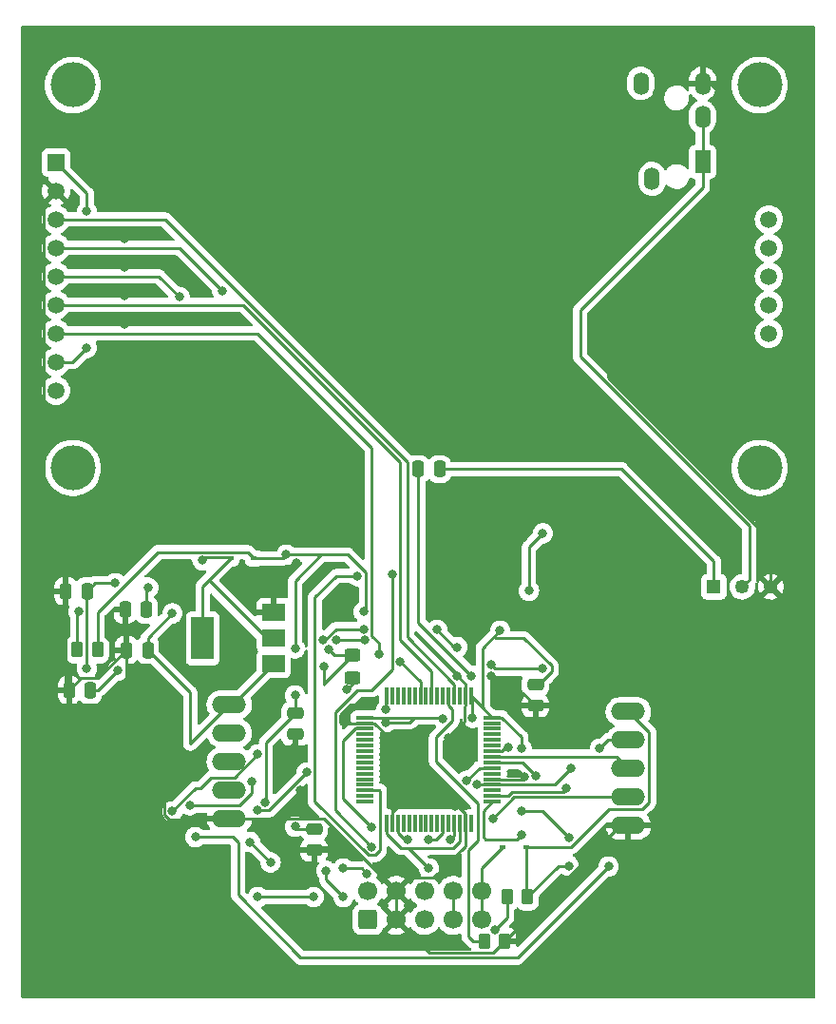
<source format=gbr>
%TF.GenerationSoftware,KiCad,Pcbnew,6.0.4-6f826c9f35~116~ubuntu18.04.1*%
%TF.CreationDate,2022-04-21T22:13:37-04:00*%
%TF.ProjectId,368project,33363870-726f-46a6-9563-742e6b696361,rev?*%
%TF.SameCoordinates,Original*%
%TF.FileFunction,Copper,L2,Bot*%
%TF.FilePolarity,Positive*%
%FSLAX46Y46*%
G04 Gerber Fmt 4.6, Leading zero omitted, Abs format (unit mm)*
G04 Created by KiCad (PCBNEW 6.0.4-6f826c9f35~116~ubuntu18.04.1) date 2022-04-21 22:13:37*
%MOMM*%
%LPD*%
G01*
G04 APERTURE LIST*
G04 Aperture macros list*
%AMRoundRect*
0 Rectangle with rounded corners*
0 $1 Rounding radius*
0 $2 $3 $4 $5 $6 $7 $8 $9 X,Y pos of 4 corners*
0 Add a 4 corners polygon primitive as box body*
4,1,4,$2,$3,$4,$5,$6,$7,$8,$9,$2,$3,0*
0 Add four circle primitives for the rounded corners*
1,1,$1+$1,$2,$3*
1,1,$1+$1,$4,$5*
1,1,$1+$1,$6,$7*
1,1,$1+$1,$8,$9*
0 Add four rect primitives between the rounded corners*
20,1,$1+$1,$2,$3,$4,$5,0*
20,1,$1+$1,$4,$5,$6,$7,0*
20,1,$1+$1,$6,$7,$8,$9,0*
20,1,$1+$1,$8,$9,$2,$3,0*%
G04 Aperture macros list end*
%TA.AperFunction,ComponentPad*%
%ADD10C,4.000000*%
%TD*%
%TA.AperFunction,ComponentPad*%
%ADD11R,1.500000X1.500000*%
%TD*%
%TA.AperFunction,ComponentPad*%
%ADD12C,1.500000*%
%TD*%
%TA.AperFunction,ComponentPad*%
%ADD13RoundRect,0.250000X0.600000X-0.600000X0.600000X0.600000X-0.600000X0.600000X-0.600000X-0.600000X0*%
%TD*%
%TA.AperFunction,ComponentPad*%
%ADD14C,1.700000*%
%TD*%
%TA.AperFunction,ComponentPad*%
%ADD15O,3.048000X1.524000*%
%TD*%
%TA.AperFunction,ComponentPad*%
%ADD16R,1.250000X1.250000*%
%TD*%
%TA.AperFunction,ComponentPad*%
%ADD17C,1.250000*%
%TD*%
%TA.AperFunction,SMDPad,CuDef*%
%ADD18RoundRect,0.250000X0.250000X0.475000X-0.250000X0.475000X-0.250000X-0.475000X0.250000X-0.475000X0*%
%TD*%
%TA.AperFunction,SMDPad,CuDef*%
%ADD19RoundRect,0.250000X-0.250000X-0.475000X0.250000X-0.475000X0.250000X0.475000X-0.250000X0.475000X0*%
%TD*%
%TA.AperFunction,SMDPad,CuDef*%
%ADD20RoundRect,0.250000X0.262500X0.450000X-0.262500X0.450000X-0.262500X-0.450000X0.262500X-0.450000X0*%
%TD*%
%TA.AperFunction,SMDPad,CuDef*%
%ADD21RoundRect,0.075000X0.075000X0.700000X-0.075000X0.700000X-0.075000X-0.700000X0.075000X-0.700000X0*%
%TD*%
%TA.AperFunction,SMDPad,CuDef*%
%ADD22RoundRect,0.075000X0.700000X0.075000X-0.700000X0.075000X-0.700000X-0.075000X0.700000X-0.075000X0*%
%TD*%
%TA.AperFunction,ComponentPad*%
%ADD23R,1.400000X2.000000*%
%TD*%
%TA.AperFunction,ComponentPad*%
%ADD24O,1.400000X2.000000*%
%TD*%
%TA.AperFunction,SMDPad,CuDef*%
%ADD25RoundRect,0.250000X-0.475000X0.250000X-0.475000X-0.250000X0.475000X-0.250000X0.475000X0.250000X0*%
%TD*%
%TA.AperFunction,SMDPad,CuDef*%
%ADD26R,0.600000X0.450000*%
%TD*%
%TA.AperFunction,SMDPad,CuDef*%
%ADD27RoundRect,0.250000X-0.450000X0.325000X-0.450000X-0.325000X0.450000X-0.325000X0.450000X0.325000X0*%
%TD*%
%TA.AperFunction,SMDPad,CuDef*%
%ADD28R,2.000000X1.500000*%
%TD*%
%TA.AperFunction,SMDPad,CuDef*%
%ADD29R,2.000000X3.800000*%
%TD*%
%TA.AperFunction,ViaPad*%
%ADD30C,0.800000*%
%TD*%
%TA.AperFunction,Conductor*%
%ADD31C,0.250000*%
%TD*%
G04 APERTURE END LIST*
D10*
%TO.P,U1,*%
%TO.N,*%
X112283000Y-96603000D03*
X173483000Y-62503000D03*
X112283000Y-62503000D03*
X173483000Y-96603000D03*
D11*
%TO.P,U1,1,VCC*%
%TO.N,+3V0*%
X110783000Y-69393000D03*
D12*
%TO.P,U1,2,GND*%
%TO.N,GND*%
X110783000Y-71933000D03*
%TO.P,U1,3,~{CS}*%
%TO.N,Net-(U1-Pad3)*%
X110783000Y-74473000D03*
%TO.P,U1,4,RESET*%
%TO.N,Net-(U1-Pad4)*%
X110783000Y-77013000D03*
%TO.P,U1,5,D/~{C}*%
%TO.N,Net-(U1-Pad5)*%
X110783000Y-79553000D03*
%TO.P,U1,6,MOSI*%
%TO.N,Net-(U1-Pad6)*%
X110783000Y-82093000D03*
%TO.P,U1,7,SCK*%
%TO.N,Net-(U1-Pad7)*%
X110783000Y-84633000D03*
%TO.P,U1,8,LED*%
%TO.N,+3V0*%
X110783000Y-87173000D03*
%TO.P,U1,9,MISO*%
%TO.N,unconnected-(U1-Pad9)*%
X110783000Y-89713000D03*
%TO.P,U1,10,SD_CS*%
%TO.N,unconnected-(U1-Pad10)*%
X174303000Y-74473000D03*
%TO.P,U1,11,SD_MOSI*%
%TO.N,unconnected-(U1-Pad11)*%
X174303000Y-77013000D03*
%TO.P,U1,12,SD_MISO*%
%TO.N,unconnected-(U1-Pad12)*%
X174303000Y-79553000D03*
%TO.P,U1,13,SD_SCK*%
%TO.N,unconnected-(U1-Pad13)*%
X174303000Y-82093000D03*
%TO.P,U1,14,FLASH_CD*%
%TO.N,unconnected-(U1-Pad14)*%
X174303000Y-84633000D03*
%TD*%
D13*
%TO.P,J2,1,Pin_1*%
%TO.N,/NRST*%
X138562048Y-136820500D03*
D14*
%TO.P,J2,2,Pin_2*%
%TO.N,/SWDIO_IN*%
X138562048Y-134280500D03*
%TO.P,J2,3,Pin_3*%
%TO.N,GND*%
X141102048Y-136820500D03*
%TO.P,J2,4,Pin_4*%
X141102048Y-134280500D03*
%TO.P,J2,5,Pin_5*%
%TO.N,unconnected-(J2-Pad5)*%
X143642048Y-136820500D03*
%TO.P,J2,6,Pin_6*%
%TO.N,/SWCLK_IN*%
X143642048Y-134280500D03*
%TO.P,J2,7,Pin_7*%
%TO.N,/V3.3_IN*%
X146182048Y-136820500D03*
%TO.P,J2,8,Pin_8*%
X146182048Y-134280500D03*
%TO.P,J2,9,Pin_9*%
%TO.N,/U5V*%
X148722048Y-136820500D03*
%TO.P,J2,10,Pin_10*%
X148722048Y-134280500D03*
%TD*%
D15*
%TO.P,JP2,1,1*%
%TO.N,GND*%
X161790500Y-128448000D03*
%TO.P,JP2,2,2*%
%TO.N,Net-(JP2-Pad2)*%
X161790500Y-125908000D03*
%TO.P,JP2,3,3*%
%TO.N,Net-(JP2-Pad3)*%
X161790500Y-123368000D03*
%TO.P,JP2,4,4*%
%TO.N,Net-(JP2-Pad4)*%
X161790500Y-120828000D03*
%TO.P,JP2,5,5*%
%TO.N,+5V*%
X161790500Y-118288000D03*
%TD*%
%TO.P,JP1,1,1*%
%TO.N,GND*%
X126230500Y-127813000D03*
%TO.P,JP1,2,2*%
%TO.N,Net-(JP1-Pad2)*%
X126230500Y-125273000D03*
%TO.P,JP1,3,3*%
%TO.N,Net-(JP1-Pad3)*%
X126230500Y-122733000D03*
%TO.P,JP1,4,4*%
%TO.N,Net-(JP1-Pad4)*%
X126230500Y-120193000D03*
%TO.P,JP1,5,5*%
%TO.N,+5V*%
X126230500Y-117653000D03*
%TD*%
D16*
%TO.P,10k1,1,1*%
%TO.N,Net-(10k1-Pad1)*%
X169410500Y-107177999D03*
D17*
%TO.P,10k1,2,2*%
%TO.N,Net-(10k1-Pad2)*%
X171950500Y-107177999D03*
%TO.P,10k1,3,3*%
%TO.N,GND*%
X174490500Y-107177999D03*
%TD*%
D18*
%TO.P,C13,1*%
%TO.N,Net-(C12-Pad1)*%
X113554628Y-107578484D03*
%TO.P,C13,2*%
%TO.N,GND*%
X111654628Y-107578484D03*
%TD*%
D19*
%TO.P,C8,1*%
%TO.N,Net-(C8-Pad1)*%
X143060500Y-96698000D03*
%TO.P,C8,2*%
%TO.N,Net-(10k1-Pad1)*%
X144960500Y-96698000D03*
%TD*%
D18*
%TO.P,C12,1*%
%TO.N,Net-(C12-Pad1)*%
X113845500Y-116383000D03*
%TO.P,C12,2*%
%TO.N,GND*%
X111945500Y-116383000D03*
%TD*%
D20*
%TO.P,R1,1*%
%TO.N,+5V*%
X152809548Y-134798000D03*
%TO.P,R1,2*%
%TO.N,Net-(LD1-Pad2)*%
X150984548Y-134798000D03*
%TD*%
D21*
%TO.P,U2,64,VDD*%
%TO.N,+3V0*%
X147760500Y-116892516D03*
%TO.P,U2,63,VSS*%
%TO.N,GND*%
X147260500Y-116892516D03*
%TO.P,U2,62,PB9*%
%TO.N,unconnected-(U2-Pad62)*%
X146760500Y-116892516D03*
%TO.P,U2,61,PB8*%
%TO.N,Net-(U1-Pad3)*%
X146260500Y-116892516D03*
%TO.P,U2,60,PF11*%
%TO.N,Net-(R2-Pad2)*%
X145760500Y-116892516D03*
%TO.P,U2,59,PB7*%
%TO.N,unconnected-(U2-Pad59)*%
X145260500Y-116892516D03*
%TO.P,U2,58,PB6*%
%TO.N,unconnected-(U2-Pad58)*%
X144760500Y-116892516D03*
%TO.P,U2,57,PB5*%
%TO.N,Net-(U1-Pad6)*%
X144260500Y-116892516D03*
%TO.P,U2,56,PB4*%
%TO.N,unconnected-(U2-Pad56)*%
X143760500Y-116892516D03*
%TO.P,U2,55,PB3*%
%TO.N,Net-(U1-Pad7)*%
X143260500Y-116892516D03*
%TO.P,U2,54,PD2*%
%TO.N,unconnected-(U2-Pad54)*%
X142760500Y-116892516D03*
%TO.P,U2,53,PC12*%
%TO.N,unconnected-(U2-Pad53)*%
X142260500Y-116892516D03*
%TO.P,U2,52,PC11*%
%TO.N,unconnected-(U2-Pad52)*%
X141760500Y-116892516D03*
%TO.P,U2,51,PC10*%
%TO.N,unconnected-(U2-Pad51)*%
X141260500Y-116892516D03*
%TO.P,U2,50,PA15*%
%TO.N,unconnected-(U2-Pad50)*%
X140760500Y-116892516D03*
%TO.P,U2,49,PA14*%
%TO.N,/SWCLK_IN*%
X140260500Y-116892516D03*
D22*
%TO.P,U2,48,VDDIO2*%
%TO.N,+3V0*%
X138335500Y-118817516D03*
%TO.P,U2,47,VSS*%
%TO.N,GND*%
X138335500Y-119317516D03*
%TO.P,U2,46,PA13*%
%TO.N,/SWDIO_IN*%
X138335500Y-119817516D03*
%TO.P,U2,45,PA12*%
%TO.N,unconnected-(U2-Pad45)*%
X138335500Y-120317516D03*
%TO.P,U2,44,PA11*%
%TO.N,unconnected-(U2-Pad44)*%
X138335500Y-120817516D03*
%TO.P,U2,43,PA10*%
%TO.N,unconnected-(U2-Pad43)*%
X138335500Y-121317516D03*
%TO.P,U2,42,PA9*%
%TO.N,unconnected-(U2-Pad42)*%
X138335500Y-121817516D03*
%TO.P,U2,41,PA8*%
%TO.N,unconnected-(U2-Pad41)*%
X138335500Y-122317516D03*
%TO.P,U2,40,PC9*%
%TO.N,unconnected-(U2-Pad40)*%
X138335500Y-122817516D03*
%TO.P,U2,39,PC8*%
%TO.N,unconnected-(U2-Pad39)*%
X138335500Y-123317516D03*
%TO.P,U2,38,PC7*%
%TO.N,unconnected-(U2-Pad38)*%
X138335500Y-123817516D03*
%TO.P,U2,37,PC6*%
%TO.N,unconnected-(U2-Pad37)*%
X138335500Y-124317516D03*
%TO.P,U2,36,PB15*%
%TO.N,unconnected-(U2-Pad36)*%
X138335500Y-124817516D03*
%TO.P,U2,35,PB14*%
%TO.N,Net-(U1-Pad5)*%
X138335500Y-125317516D03*
%TO.P,U2,34,PB13*%
%TO.N,unconnected-(U2-Pad34)*%
X138335500Y-125817516D03*
%TO.P,U2,33,PB12*%
%TO.N,unconnected-(U2-Pad33)*%
X138335500Y-126317516D03*
D21*
%TO.P,U2,32,VDD*%
%TO.N,+3V0*%
X140260500Y-128242516D03*
%TO.P,U2,31,VSS*%
%TO.N,GND*%
X140760500Y-128242516D03*
%TO.P,U2,30,PB11*%
%TO.N,Net-(U1-Pad4)*%
X141260500Y-128242516D03*
%TO.P,U2,29,PB10*%
%TO.N,unconnected-(U2-Pad29)*%
X141760500Y-128242516D03*
%TO.P,U2,28,PB2*%
%TO.N,unconnected-(U2-Pad28)*%
X142260500Y-128242516D03*
%TO.P,U2,27,PB1*%
%TO.N,unconnected-(U2-Pad27)*%
X142760500Y-128242516D03*
%TO.P,U2,26,PB0*%
%TO.N,unconnected-(U2-Pad26)*%
X143260500Y-128242516D03*
%TO.P,U2,25,PC5*%
%TO.N,unconnected-(U2-Pad25)*%
X143760500Y-128242516D03*
%TO.P,U2,24,PC4*%
%TO.N,unconnected-(U2-Pad24)*%
X144260500Y-128242516D03*
%TO.P,U2,23,PA7*%
%TO.N,unconnected-(U2-Pad23)*%
X144760500Y-128242516D03*
%TO.P,U2,22,PA6*%
%TO.N,Net-(JP1-Pad2)*%
X145260500Y-128242516D03*
%TO.P,U2,21,PA5*%
%TO.N,unconnected-(U2-Pad21)*%
X145760500Y-128242516D03*
%TO.P,U2,20,PA4*%
%TO.N,Net-(C8-Pad1)*%
X146260500Y-128242516D03*
%TO.P,U2,19,VDD*%
%TO.N,+3V0*%
X146760500Y-128242516D03*
%TO.P,U2,18,VSS*%
%TO.N,GND*%
X147260500Y-128242516D03*
%TO.P,U2,17,PA3*%
%TO.N,unconnected-(U2-Pad17)*%
X147760500Y-128242516D03*
D22*
%TO.P,U2,16,PA2*%
%TO.N,Net-(JP1-Pad3)*%
X149685500Y-126317516D03*
%TO.P,U2,15,PA1*%
%TO.N,Net-(JP1-Pad4)*%
X149685500Y-125817516D03*
%TO.P,U2,14,PA0*%
%TO.N,unconnected-(U2-Pad14)*%
X149685500Y-125317516D03*
%TO.P,U2,13,VDDA*%
%TO.N,/3VA*%
X149685500Y-124817516D03*
%TO.P,U2,12,VSSA*%
%TO.N,GND*%
X149685500Y-124317516D03*
%TO.P,U2,11,PC3*%
%TO.N,unconnected-(U2-Pad11)*%
X149685500Y-123817516D03*
%TO.P,U2,10,PC2*%
%TO.N,Net-(JP2-Pad2)*%
X149685500Y-123317516D03*
%TO.P,U2,9,PC1*%
%TO.N,Net-(JP2-Pad4)*%
X149685500Y-122817516D03*
%TO.P,U2,8,PC0*%
%TO.N,Net-(JP2-Pad3)*%
X149685500Y-122317516D03*
%TO.P,U2,7,NRST*%
%TO.N,/NRST*%
X149685500Y-121817516D03*
%TO.P,U2,6,PF1*%
%TO.N,unconnected-(U2-Pad6)*%
X149685500Y-121317516D03*
%TO.P,U2,5,PF0*%
%TO.N,unconnected-(U2-Pad5)*%
X149685500Y-120817516D03*
%TO.P,U2,4,PC15*%
%TO.N,unconnected-(U2-Pad4)*%
X149685500Y-120317516D03*
%TO.P,U2,3,PC14*%
%TO.N,unconnected-(U2-Pad3)*%
X149685500Y-119817516D03*
%TO.P,U2,2,PC13*%
%TO.N,unconnected-(U2-Pad2)*%
X149685500Y-119317516D03*
%TO.P,U2,1,VBAT*%
%TO.N,+3V0*%
X149685500Y-118817516D03*
%TD*%
D18*
%TO.P,C10,1*%
%TO.N,+5V*%
X118831313Y-109220000D03*
%TO.P,C10,2*%
%TO.N,GND*%
X116931313Y-109220000D03*
%TD*%
D23*
%TO.P,J1,T*%
%TO.N,Net-(10k1-Pad2)*%
X168401803Y-69345242D03*
D24*
%TO.P,J1,S*%
%TO.N,unconnected-(J1-PadS)*%
X163901803Y-70845242D03*
%TO.P,J1,R2*%
%TO.N,GND*%
X168401803Y-62345242D03*
%TO.P,J1,R1*%
%TO.N,Net-(10k1-Pad2)*%
X168401803Y-65345242D03*
%TO.P,J1,*%
%TO.N,*%
X162901803Y-62345242D03*
%TD*%
D25*
%TO.P,C2,1*%
%TO.N,+3V0*%
X132080000Y-118430000D03*
%TO.P,C2,2*%
%TO.N,GND*%
X132080000Y-120330000D03*
%TD*%
D20*
%TO.P,R4,1*%
%TO.N,+3V0*%
X114487128Y-112788484D03*
%TO.P,R4,2*%
%TO.N,Net-(LD2-Pad2)*%
X112662128Y-112788484D03*
%TD*%
%TO.P,R2,1*%
%TO.N,GND*%
X150779388Y-138728000D03*
%TO.P,R2,2*%
%TO.N,Net-(R2-Pad2)*%
X148954388Y-138728000D03*
%TD*%
D26*
%TO.P,D1,1,K*%
%TO.N,+5V*%
X152680500Y-130353000D03*
%TO.P,D1,2,A*%
%TO.N,/U5V*%
X150580500Y-130353000D03*
%TD*%
%TO.P,D2,1,K*%
%TO.N,+3V0*%
X128424628Y-104648484D03*
%TO.P,D2,2,A*%
%TO.N,Net-(C12-Pad1)*%
X126324628Y-104648484D03*
%TD*%
D27*
%TO.P,FB1,1*%
%TO.N,+3V0*%
X137160000Y-113275000D03*
%TO.P,FB1,2*%
%TO.N,/3VA*%
X137160000Y-115325000D03*
%TD*%
D18*
%TO.P,C11,1*%
%TO.N,+5V*%
X118954628Y-112818484D03*
%TO.P,C11,2*%
%TO.N,GND*%
X117054628Y-112818484D03*
%TD*%
D28*
%TO.P,U5,1,GND*%
%TO.N,GND*%
X130150000Y-109460000D03*
%TO.P,U5,2,VO*%
%TO.N,Net-(C12-Pad1)*%
X130150000Y-111760000D03*
D29*
X123850000Y-111760000D03*
D28*
%TO.P,U5,3,VI*%
%TO.N,+5V*%
X130150000Y-114060000D03*
%TD*%
D25*
%TO.P,C4,2*%
%TO.N,GND*%
X133788744Y-130649963D03*
%TO.P,C4,1*%
%TO.N,+3V0*%
X133788744Y-128749963D03*
%TD*%
%TO.P,C6,1*%
%TO.N,+3V0*%
X153505875Y-115884986D03*
%TO.P,C6,2*%
%TO.N,GND*%
X153505875Y-117784986D03*
%TD*%
D30*
%TO.N,GND*%
X160020000Y-104140000D03*
X136208750Y-107631250D03*
X133544369Y-106905305D03*
X127000000Y-114300000D03*
X129540000Y-116840000D03*
X116840000Y-83820000D03*
X116840000Y-81280000D03*
X116840000Y-76200000D03*
X116840000Y-78740000D03*
X132173534Y-105042500D03*
X145771681Y-120623185D03*
%TO.N,/3VA*%
X148315919Y-124799036D03*
%TO.N,+3V0*%
X140134799Y-119252211D03*
%TO.N,Net-(LD1-Pad2)*%
X129900538Y-131719462D03*
X134862812Y-132469275D03*
%TO.N,/3VA*%
X122709591Y-126643507D03*
X128250580Y-124548500D03*
X123207960Y-129465363D03*
X136669451Y-116349451D03*
%TO.N,+3V0*%
X135110078Y-112782213D03*
X132080000Y-112662500D03*
X138206000Y-109398000D03*
%TO.N,/3VA*%
X160020000Y-132080000D03*
%TO.N,+3V0*%
X132080000Y-128537500D03*
X129450002Y-126355505D03*
%TO.N,GND*%
X131200659Y-121812740D03*
%TO.N,+3V0*%
X134620000Y-114300000D03*
X132080000Y-116840000D03*
%TO.N,+5V*%
X121150500Y-109543855D03*
X119001757Y-107249257D03*
X156467645Y-132015145D03*
%TO.N,/NRST*%
X135755500Y-111938000D03*
X151055543Y-121469938D03*
X138295500Y-111938000D03*
%TO.N,/SWDIO_IN*%
X138930511Y-128566603D03*
%TO.N,/SWCLK_IN*%
X140200500Y-118093016D03*
%TO.N,Net-(JP1-Pad2)*%
X144010500Y-129718000D03*
X136390511Y-132258000D03*
X138492725Y-132695775D03*
%TO.N,Net-(JP1-Pad3)*%
X152265489Y-129295212D03*
X121150500Y-127178000D03*
X156515701Y-129523201D03*
X128770500Y-122098000D03*
X152265489Y-127178000D03*
%TO.N,Net-(JP1-Pad4)*%
X133731000Y-134798000D03*
X156276017Y-125142369D03*
X128770500Y-134798000D03*
%TO.N,Net-(JP2-Pad4)*%
X153535500Y-124003000D03*
X159250500Y-121593016D03*
%TO.N,Net-(LD1-Pad2)*%
X128770500Y-127088500D03*
X149866888Y-137731053D03*
X128083958Y-129902882D03*
X133126000Y-123715669D03*
X136390500Y-134798000D03*
%TO.N,Net-(C12-Pad1)*%
X116245105Y-114652605D03*
X123843122Y-104823473D03*
X116070500Y-106858000D03*
X113530500Y-114478000D03*
%TO.N,Net-(LD2-Pad2)*%
X144736637Y-111004538D03*
X112806000Y-109398000D03*
X146550500Y-112544316D03*
X154170500Y-114478000D03*
X149542796Y-114100956D03*
X134575000Y-111938000D03*
X138196557Y-110943407D03*
%TO.N,Net-(U1-Pad7)*%
X141470500Y-113843000D03*
X139565500Y-113208000D03*
%TO.N,Net-(U1-Pad5)*%
X137660500Y-106223000D03*
X121785500Y-81368500D03*
%TO.N,Net-(U1-Pad4)*%
X138930500Y-130353000D03*
X140746000Y-106070314D03*
X142105500Y-129718000D03*
X125595500Y-80823000D03*
%TO.N,Net-(C8-Pad1)*%
X145915500Y-129718000D03*
X147820500Y-115113000D03*
%TO.N,+3V0*%
X144010500Y-132258000D03*
X147898039Y-118845461D03*
X113530500Y-73748500D03*
X154170500Y-102413000D03*
X145280500Y-118923000D03*
X152935300Y-107527800D03*
X150360500Y-111095316D03*
X131310500Y-104318000D03*
X113530500Y-85903000D03*
X152265500Y-121593016D03*
%TO.N,/3VA*%
X156710500Y-123368000D03*
%TO.N,GND*%
X138295500Y-117653000D03*
X149530242Y-115113000D03*
X152540059Y-124093016D03*
X151733148Y-118288000D03*
X132556923Y-125309344D03*
X146355701Y-126737799D03*
X146550500Y-115113000D03*
X141470500Y-126543000D03*
%TO.N,Net-(JP2-Pad2)*%
X149725500Y-127813000D03*
X147380299Y-124443201D03*
%TD*%
D31*
%TO.N,GND*%
X170180000Y-63500000D02*
X168910000Y-62230000D01*
X170180000Y-71120000D02*
X170180000Y-63500000D01*
X168910000Y-62230000D02*
X168517045Y-62230000D01*
X159963930Y-81336070D02*
X170180000Y-71120000D01*
X168517045Y-62230000D02*
X168401803Y-62345242D01*
X159963930Y-88520713D02*
X159963930Y-81336070D01*
%TO.N,Net-(10k1-Pad2)*%
X168401803Y-69345242D02*
X168401803Y-71628197D01*
X168401803Y-71628197D02*
X157480000Y-82550000D01*
X157480000Y-82550000D02*
X157480000Y-86672500D01*
X157480000Y-86672500D02*
X172585500Y-101778000D01*
X172585500Y-101778000D02*
X172585500Y-106542999D01*
X172585500Y-106542999D02*
X171950500Y-107177999D01*
X168401803Y-65345242D02*
X168401803Y-69345242D01*
%TO.N,/3VA*%
X127000000Y-129962226D02*
X126503137Y-129465363D01*
X126503137Y-129465363D02*
X123207960Y-129465363D01*
%TO.N,Net-(C12-Pad1)*%
X114514710Y-116383000D02*
X113845500Y-116383000D01*
%TO.N,GND*%
X109708489Y-73007511D02*
X109708489Y-102504488D01*
X111654628Y-107578484D02*
X111654628Y-104450627D01*
X111654628Y-104450627D02*
X109708489Y-102504488D01*
%TO.N,+5V*%
X118831313Y-109220000D02*
X118831313Y-107419701D01*
X118831313Y-107419701D02*
X119001757Y-107249257D01*
%TO.N,GND*%
X116931313Y-109220000D02*
X116931313Y-112695169D01*
X116931313Y-112695169D02*
X117054628Y-112818484D01*
%TO.N,+3V0*%
X114487128Y-112788484D02*
X114487128Y-109465986D01*
X119854141Y-104098973D02*
X127875117Y-104098973D01*
X127875117Y-104098973D02*
X128424628Y-104648484D01*
X114487128Y-109465986D02*
X119854141Y-104098973D01*
%TO.N,+5V*%
X130150000Y-114060000D02*
X126557000Y-117653000D01*
X126557000Y-117653000D02*
X126230500Y-117653000D01*
%TO.N,Net-(C12-Pad1)*%
X124376556Y-106596556D02*
X126324628Y-104648484D01*
X129540000Y-111760000D02*
X124376556Y-106596556D01*
X123850000Y-107123112D02*
X124376556Y-106596556D01*
X130150000Y-111760000D02*
X129540000Y-111760000D01*
X123850000Y-111760000D02*
X123850000Y-107123112D01*
%TO.N,GND*%
X130150000Y-109460000D02*
X130150000Y-107066034D01*
X130150000Y-107066034D02*
X132173534Y-105042500D01*
X120425989Y-125624989D02*
X117054628Y-122253628D01*
X117054628Y-122253628D02*
X117054628Y-112818484D01*
%TO.N,+5V*%
X122738000Y-121145500D02*
X126230500Y-117653000D01*
%TO.N,GND*%
X150072574Y-116627426D02*
X149530242Y-116085094D01*
X151733148Y-118288000D02*
X150072574Y-116627426D01*
X152348315Y-116627426D02*
X150072574Y-116627426D01*
X153505875Y-117784986D02*
X152348315Y-116627426D01*
X145771681Y-120623185D02*
X147173528Y-119221338D01*
X147173528Y-119221338D02*
X147173528Y-117870454D01*
X147285980Y-117758002D02*
X147285980Y-116840000D01*
X147285980Y-116840000D02*
X147260500Y-116865480D01*
X147173528Y-117870454D02*
X147285980Y-117758002D01*
X147260500Y-116865480D02*
X147260500Y-116892516D01*
%TO.N,/3VA*%
X148322919Y-124792036D02*
X149860000Y-124792036D01*
X148315919Y-124799036D02*
X148322919Y-124792036D01*
X149860000Y-124792036D02*
X149834520Y-124817516D01*
X149834520Y-124817516D02*
X149685500Y-124817516D01*
%TO.N,+3V0*%
X133788744Y-128749963D02*
X132292463Y-128749963D01*
X132292463Y-128749963D02*
X132080000Y-128537500D01*
%TO.N,GND*%
X133788744Y-130649963D02*
X134100255Y-130338452D01*
X134100255Y-130338452D02*
X137160000Y-130338452D01*
%TO.N,+3V0*%
X138335500Y-118817516D02*
X142720995Y-118817516D01*
X142720995Y-118817516D02*
X145175016Y-118817516D01*
X140134799Y-119252211D02*
X142286300Y-119252211D01*
X142286300Y-119252211D02*
X142720995Y-118817516D01*
%TO.N,Net-(LD1-Pad2)*%
X129900538Y-131719462D02*
X128083958Y-129902882D01*
X134862812Y-132469275D02*
X134862812Y-133270312D01*
X134862812Y-133270312D02*
X136390500Y-134798000D01*
%TO.N,GND*%
X174490500Y-102934560D02*
X174490500Y-107177999D01*
X159963930Y-88520713D02*
X174377777Y-102934560D01*
X134634548Y-127813000D02*
X139300774Y-132479226D01*
X126230500Y-127813000D02*
X134634548Y-127813000D01*
%TO.N,/3VA*%
X127158564Y-126643507D02*
X122709591Y-126643507D01*
X128250580Y-124548500D02*
X128250580Y-125551491D01*
X128250580Y-125551491D02*
X127158564Y-126643507D01*
X137160000Y-115858902D02*
X136669451Y-116349451D01*
X137160000Y-115325000D02*
X137160000Y-115858902D01*
%TO.N,+3V0*%
X137160000Y-113275000D02*
X135602865Y-113275000D01*
X135602865Y-113275000D02*
X135110078Y-112782213D01*
X131310500Y-104318000D02*
X134442000Y-104318000D01*
X134442000Y-104318000D02*
X136780114Y-104318000D01*
X132080000Y-112662500D02*
X132080000Y-106680000D01*
X132080000Y-106680000D02*
X134442000Y-104318000D01*
%TO.N,GND*%
X165288000Y-109408000D02*
X160020000Y-104140000D01*
X172260499Y-109408000D02*
X165288000Y-109408000D01*
%TO.N,/3VA*%
X127000000Y-129962226D02*
X127000000Y-134620000D01*
X151897960Y-140202040D02*
X160020000Y-132080000D01*
X127000000Y-134620000D02*
X132582040Y-140202040D01*
X132582040Y-140202040D02*
X151897960Y-140202040D01*
%TO.N,+3V0*%
X129450002Y-126355505D02*
X129495011Y-126310496D01*
X129495011Y-126310496D02*
X129495011Y-121014989D01*
X129495011Y-121014989D02*
X132080000Y-118430000D01*
%TO.N,GND*%
X139300774Y-132479226D02*
X141102048Y-134280500D01*
X137160000Y-130338452D02*
X139300774Y-132479226D01*
%TO.N,+3V0*%
X153788128Y-115884986D02*
X154940000Y-114733114D01*
X153505875Y-115884986D02*
X153788128Y-115884986D01*
X154940000Y-114733114D02*
X154940000Y-114222886D01*
X152477114Y-111760000D02*
X149860000Y-111760000D01*
X154940000Y-114222886D02*
X152477114Y-111760000D01*
X149860000Y-111760000D02*
X149860000Y-111595816D01*
X149860000Y-111595816D02*
X150360500Y-111095316D01*
%TO.N,GND*%
X132080000Y-120330000D02*
X132080000Y-120933399D01*
X132080000Y-120933399D02*
X131200659Y-121812740D01*
%TO.N,+3V0*%
X134620000Y-115890000D02*
X134620000Y-114300000D01*
X132080000Y-116840000D02*
X132080000Y-118430000D01*
X137160000Y-113275000D02*
X134620000Y-115815000D01*
X134620000Y-115815000D02*
X134620000Y-115890000D01*
%TO.N,Net-(10k1-Pad1)*%
X169410500Y-104920507D02*
X169410500Y-107177999D01*
X161187993Y-96698000D02*
X169410500Y-104920507D01*
X144960500Y-96698000D02*
X161187993Y-96698000D01*
%TO.N,+5V*%
X163002551Y-126994520D02*
X163639020Y-126358051D01*
X118954628Y-111739727D02*
X118954628Y-112818484D01*
X156467645Y-132015145D02*
X155592403Y-132015145D01*
X122738000Y-116601856D02*
X122738000Y-121145500D01*
X118954628Y-112818484D02*
X122738000Y-116601856D01*
X152680500Y-130353000D02*
X156710500Y-130353000D01*
X156710500Y-130353000D02*
X160068980Y-126994520D01*
X152680500Y-130353000D02*
X152680500Y-134668952D01*
X152680500Y-134668952D02*
X152809548Y-134798000D01*
X121150500Y-109543855D02*
X118954628Y-111739727D01*
X163639020Y-126358051D02*
X163639020Y-120136520D01*
X155592403Y-132015145D02*
X152809548Y-134798000D01*
X160068980Y-126994520D02*
X163002551Y-126994520D01*
X163639020Y-120136520D02*
X161790500Y-118288000D01*
%TO.N,/NRST*%
X138295500Y-111938000D02*
X135755500Y-111938000D01*
X151055543Y-121469938D02*
X150873084Y-121469938D01*
X150873084Y-121469938D02*
X150525506Y-121817516D01*
X150525506Y-121817516D02*
X149685500Y-121817516D01*
%TO.N,/U5V*%
X148722048Y-134280500D02*
X148722048Y-132211452D01*
X148722048Y-134280500D02*
X148722048Y-136820500D01*
X148722048Y-132211452D02*
X150580500Y-130353000D01*
%TO.N,/SWDIO_IN*%
X136390500Y-120871550D02*
X137444534Y-119817516D01*
X136390500Y-126026592D02*
X136390500Y-121463000D01*
X137444534Y-119817516D02*
X138335500Y-119817516D01*
X136390500Y-121463000D02*
X136390500Y-120871550D01*
X138930511Y-128566603D02*
X136390500Y-126026592D01*
%TO.N,/SWCLK_IN*%
X140200500Y-118093016D02*
X140200500Y-116952516D01*
X140200500Y-116952516D02*
X140260500Y-116892516D01*
%TO.N,/V3.3_IN*%
X146182048Y-134280500D02*
X146182048Y-136820500D01*
%TO.N,Net-(JP1-Pad2)*%
X136390511Y-132258000D02*
X138054950Y-132258000D01*
X144625022Y-129718000D02*
X145260500Y-129082522D01*
X144010500Y-129718000D02*
X144625022Y-129718000D01*
X145260500Y-129082522D02*
X145260500Y-128242516D01*
X138054950Y-132258000D02*
X138492725Y-132695775D01*
%TO.N,Net-(JP1-Pad3)*%
X126682020Y-124186480D02*
X124624560Y-124186480D01*
X123207960Y-125120540D02*
X123690500Y-125120540D01*
X152265489Y-127178000D02*
X154170500Y-127178000D01*
X124624560Y-124186480D02*
X123690500Y-125120540D01*
X154170500Y-127178000D02*
X156515701Y-129523201D01*
X149090500Y-129718000D02*
X151842701Y-129718000D01*
X151842701Y-129718000D02*
X152265489Y-129295212D01*
X148845494Y-129472994D02*
X149090500Y-129718000D01*
X121150500Y-127178000D02*
X123207960Y-125120540D01*
X148845494Y-127157522D02*
X148845494Y-129472994D01*
X149685500Y-126317516D02*
X148845494Y-127157522D01*
X128770500Y-122098000D02*
X126682020Y-124186480D01*
%TO.N,Net-(JP1-Pad4)*%
X149685500Y-125817516D02*
X151085266Y-125817516D01*
X155959906Y-125458480D02*
X156276017Y-125142369D01*
X128770500Y-134798000D02*
X133731000Y-134798000D01*
X151085266Y-125817516D02*
X151444303Y-125458480D01*
X151444303Y-125458480D02*
X155959906Y-125458480D01*
%TO.N,Net-(JP2-Pad4)*%
X152350016Y-122817516D02*
X149685500Y-122817516D01*
X153535500Y-124003000D02*
X152350016Y-122817516D01*
X161790500Y-120828000D02*
X160015516Y-120828000D01*
X160015516Y-120828000D02*
X159250500Y-121593016D01*
%TO.N,Net-(LD1-Pad2)*%
X128770500Y-127088500D02*
X129753169Y-127088500D01*
X150984548Y-134798000D02*
X150984548Y-136613393D01*
X150984548Y-136613393D02*
X149866888Y-137731053D01*
X129753169Y-127088500D02*
X133126000Y-123715669D01*
%TO.N,Net-(C12-Pad1)*%
X114275112Y-106858000D02*
X116070500Y-106858000D01*
X116245105Y-114652605D02*
X114514710Y-116383000D01*
X124118102Y-104548493D02*
X126230500Y-104548493D01*
X126324628Y-104642621D02*
X126324628Y-104648484D01*
X113530500Y-107602612D02*
X113530500Y-114478000D01*
X123843122Y-104823473D02*
X124118102Y-104548493D01*
X113554628Y-107578484D02*
X113530500Y-107602612D01*
X126230500Y-104548493D02*
X126324628Y-104642621D01*
X113554628Y-107578484D02*
X114275112Y-106858000D01*
%TO.N,Net-(LD2-Pad2)*%
X146550500Y-112544316D02*
X146276415Y-112544316D01*
X146276415Y-112544316D02*
X144736637Y-111004538D01*
X149919840Y-114478000D02*
X149542796Y-114100956D01*
X138196557Y-110943407D02*
X135725479Y-110943407D01*
X135725479Y-110943407D02*
X134730886Y-111938000D01*
X154170500Y-114478000D02*
X149919840Y-114478000D01*
X112806000Y-109398000D02*
X112662128Y-109541872D01*
X134730886Y-111938000D02*
X134575000Y-111938000D01*
X112662128Y-109541872D02*
X112662128Y-112788484D01*
%TO.N,Net-(R2-Pad2)*%
X147547537Y-138335037D02*
X147547537Y-130626681D01*
X145760500Y-117732522D02*
X145760500Y-116892516D01*
X147547537Y-130626681D02*
X148395974Y-129778244D01*
X148954388Y-138728000D02*
X147940500Y-138728000D01*
X147940500Y-138728000D02*
X147547537Y-138335037D01*
X148395974Y-126483474D02*
X144645500Y-122733000D01*
X144645500Y-122733000D02*
X144645500Y-120582614D01*
X146115739Y-118087761D02*
X145760500Y-117732522D01*
X146115739Y-119112375D02*
X146115739Y-118087761D01*
X148395974Y-129778244D02*
X148395974Y-126483474D01*
X144645500Y-120582614D02*
X146115739Y-119112375D01*
%TO.N,Net-(U1-Pad7)*%
X139565500Y-112183386D02*
X138930500Y-111548386D01*
X128770500Y-84633000D02*
X110783000Y-84633000D01*
X138930500Y-94793000D02*
X128770500Y-84633000D01*
X138930500Y-111548386D02*
X138930500Y-94793000D01*
X143260500Y-116892516D02*
X143260500Y-115633000D01*
X143260500Y-115633000D02*
X141470500Y-113843000D01*
X139565500Y-113208000D02*
X139565500Y-112183386D01*
%TO.N,Net-(U1-Pad6)*%
X141470500Y-96063718D02*
X127499782Y-82093000D01*
X141470500Y-111938000D02*
X141470500Y-96063718D01*
X144260500Y-114728000D02*
X141470500Y-111938000D01*
X144260500Y-116892516D02*
X144260500Y-114728000D01*
X127499782Y-82093000D02*
X110783000Y-82093000D01*
%TO.N,Net-(U1-Pad5)*%
X139655011Y-130653103D02*
X139655011Y-125362511D01*
X110783000Y-79553000D02*
X119970000Y-79553000D01*
X137660500Y-106223000D02*
X135755500Y-106223000D01*
X133850500Y-108128000D02*
X133850500Y-126297614D01*
X139230603Y-131077511D02*
X139655011Y-130653103D01*
X139610016Y-125317516D02*
X138335500Y-125317516D01*
X119970000Y-79553000D02*
X121785500Y-81368500D01*
X133850500Y-126297614D02*
X138630397Y-131077511D01*
X138630397Y-131077511D02*
X139230603Y-131077511D01*
X139655011Y-125362511D02*
X139610016Y-125317516D01*
X135755500Y-106223000D02*
X133850500Y-108128000D01*
%TO.N,Net-(U1-Pad4)*%
X139565500Y-115748000D02*
X138930500Y-116383000D01*
X110783000Y-77013000D02*
X121785500Y-77013000D01*
X140746000Y-114567500D02*
X139565500Y-115748000D01*
X137660500Y-116383000D02*
X135665989Y-118377511D01*
X121785500Y-77013000D02*
X125595500Y-80823000D01*
X140746000Y-106070314D02*
X140746000Y-114567500D01*
X135665989Y-127088489D02*
X138930500Y-130353000D01*
X135665989Y-118377511D02*
X135665989Y-127088489D01*
X141895978Y-129718000D02*
X141260500Y-129082522D01*
X142105500Y-129718000D02*
X141895978Y-129718000D01*
X141260500Y-129082522D02*
X141260500Y-128242516D01*
X138930500Y-116383000D02*
X137660500Y-116383000D01*
%TO.N,Net-(U1-Pad3)*%
X142105500Y-111692614D02*
X142105500Y-96063000D01*
X120515500Y-74473000D02*
X110783000Y-74473000D01*
X146260500Y-115847614D02*
X142105500Y-111692614D01*
X146260500Y-116892516D02*
X146260500Y-115847614D01*
X142105500Y-96063000D02*
X120515500Y-74473000D01*
%TO.N,Net-(C8-Pad1)*%
X146260500Y-129373000D02*
X146260500Y-128242516D01*
X143060500Y-96698000D02*
X143060500Y-110353000D01*
X145915500Y-129718000D02*
X146260500Y-129373000D01*
X143060500Y-110353000D02*
X147820500Y-115113000D01*
%TO.N,+3V0*%
X130980016Y-104648484D02*
X131310500Y-104318000D01*
X150525506Y-118817516D02*
X149685500Y-118817516D01*
X152935300Y-107527800D02*
X152935300Y-103648200D01*
X149685500Y-118817516D02*
X148805742Y-117937758D01*
X148805742Y-112650074D02*
X148805742Y-117937758D01*
X128424628Y-104648484D02*
X130980016Y-104648484D01*
X152265500Y-120557510D02*
X150525506Y-118817516D01*
X113530500Y-72140500D02*
X113530500Y-73748500D01*
X112260500Y-87173000D02*
X110783000Y-87173000D01*
X141560011Y-130442511D02*
X140260500Y-129143000D01*
X138385011Y-109218989D02*
X138206000Y-109398000D01*
X146760500Y-128242516D02*
X146760500Y-129897614D01*
X152265500Y-121593016D02*
X152265500Y-120557510D01*
X145175016Y-118817516D02*
X145280500Y-118923000D01*
X147898039Y-118845461D02*
X147898039Y-117030055D01*
X150360500Y-111095316D02*
X148805742Y-112650074D01*
X136780114Y-104318000D02*
X138385011Y-105922897D01*
X146215603Y-130442511D02*
X142195011Y-130442511D01*
X144010500Y-132258000D02*
X142195011Y-130442511D01*
X138385011Y-105922897D02*
X138385011Y-109218989D01*
X142195011Y-130442511D02*
X141560011Y-130442511D01*
X146760500Y-129897614D02*
X146215603Y-130442511D01*
X148805742Y-117937758D02*
X147760500Y-116892516D01*
X113530500Y-85903000D02*
X112260500Y-87173000D01*
X140260500Y-129143000D02*
X140260500Y-128242516D01*
X152935300Y-103648200D02*
X154170500Y-102413000D01*
X110783000Y-69393000D02*
X113530500Y-72140500D01*
X147898039Y-117030055D02*
X147760500Y-116892516D01*
%TO.N,/3VA*%
X155260984Y-124817516D02*
X156710500Y-123368000D01*
X149685500Y-124817516D02*
X155260984Y-124817516D01*
%TO.N,GND*%
X149754868Y-139752520D02*
X144034068Y-139752520D01*
X147260500Y-130278000D02*
X147260500Y-128242516D01*
X142276559Y-133105989D02*
X144432511Y-133105989D01*
X144432511Y-133105989D02*
X147260500Y-130278000D01*
X111654628Y-107578484D02*
X111654628Y-116092128D01*
X136150016Y-119317516D02*
X136115509Y-119283009D01*
X147285980Y-127813000D02*
X147235020Y-127813000D01*
X147235020Y-115797520D02*
X147235020Y-116867036D01*
X146595789Y-126737799D02*
X147285980Y-127427990D01*
X172260499Y-109408000D02*
X174490500Y-107177999D01*
X152540059Y-124093016D02*
X152315559Y-124317516D01*
X120850397Y-127902511D02*
X126140989Y-127902511D01*
X126230500Y-127813000D02*
X130053267Y-127813000D01*
X110783000Y-71933000D02*
X109708489Y-73007511D01*
X112995020Y-115333480D02*
X111945500Y-116383000D01*
X138335500Y-119317516D02*
X139175506Y-119317516D01*
X136115509Y-118563709D02*
X137026218Y-117653000D01*
X146550500Y-115113000D02*
X147235020Y-115797520D01*
X126140989Y-127902511D02*
X126230500Y-127813000D01*
X161059388Y-128448000D02*
X150779388Y-138728000D01*
X140760500Y-127253000D02*
X141470500Y-126543000D01*
X138335500Y-119317516D02*
X136150016Y-119317516D01*
X114539632Y-115333480D02*
X112995020Y-115333480D01*
X150779388Y-138728000D02*
X149754868Y-139752520D01*
X161790500Y-128448000D02*
X161059388Y-128448000D01*
X146355701Y-126737799D02*
X146595789Y-126737799D01*
X120425989Y-125624989D02*
X120425989Y-127478103D01*
X141102048Y-134280500D02*
X142276559Y-133105989D01*
X149530242Y-116085094D02*
X149530242Y-115113000D01*
X141102048Y-136820500D02*
X141102048Y-134280500D01*
X136115509Y-119283009D02*
X136115509Y-118563709D01*
X139175506Y-119317516D02*
X140760500Y-120902510D01*
X147285980Y-127427990D02*
X147285980Y-127813000D01*
X144034068Y-139752520D02*
X141102048Y-136820500D01*
X140760500Y-127253000D02*
X140760500Y-128242516D01*
X152315559Y-124317516D02*
X149685500Y-124317516D01*
X120425989Y-127478103D02*
X120850397Y-127902511D01*
X111654628Y-116092128D02*
X111945500Y-116383000D01*
X140760500Y-120902510D02*
X140760500Y-128242516D01*
X147235020Y-116867036D02*
X147260500Y-116892516D01*
X117054628Y-112818484D02*
X114539632Y-115333480D01*
X130053267Y-127813000D02*
X132556923Y-125309344D01*
X137026218Y-117653000D02*
X138295500Y-117653000D01*
%TO.N,Net-(JP2-Pad2)*%
X151630500Y-125908000D02*
X149725500Y-127813000D01*
X147380299Y-124443201D02*
X148505984Y-123317516D01*
X148505984Y-123317516D02*
X149685500Y-123317516D01*
X161790500Y-125908000D02*
X151630500Y-125908000D01*
%TO.N,Net-(JP2-Pad3)*%
X160740016Y-122317516D02*
X161790500Y-123368000D01*
X149685500Y-122317516D02*
X160740016Y-122317516D01*
%TD*%
%TA.AperFunction,Conductor*%
%TO.N,GND*%
G36*
X178369121Y-57221502D02*
G01*
X178415614Y-57275158D01*
X178427000Y-57327500D01*
X178427000Y-143688500D01*
X178406998Y-143756621D01*
X178353342Y-143803114D01*
X178301000Y-143814500D01*
X107815000Y-143814500D01*
X107746879Y-143794498D01*
X107700386Y-143740842D01*
X107689000Y-143688500D01*
X107689000Y-116905095D01*
X110937501Y-116905095D01*
X110937838Y-116911614D01*
X110947757Y-117007206D01*
X110950649Y-117020600D01*
X111002088Y-117174784D01*
X111008261Y-117187962D01*
X111093563Y-117325807D01*
X111102599Y-117337208D01*
X111217329Y-117451739D01*
X111228740Y-117460751D01*
X111366743Y-117545816D01*
X111379924Y-117551963D01*
X111534210Y-117603138D01*
X111547586Y-117606005D01*
X111641938Y-117615672D01*
X111648354Y-117616000D01*
X111673385Y-117616000D01*
X111688624Y-117611525D01*
X111689829Y-117610135D01*
X111691500Y-117602452D01*
X111691500Y-116655115D01*
X111687025Y-116639876D01*
X111685635Y-116638671D01*
X111677952Y-116637000D01*
X110955616Y-116637000D01*
X110940377Y-116641475D01*
X110939172Y-116642865D01*
X110937501Y-116650548D01*
X110937501Y-116905095D01*
X107689000Y-116905095D01*
X107689000Y-116110885D01*
X110937500Y-116110885D01*
X110941975Y-116126124D01*
X110943365Y-116127329D01*
X110951048Y-116129000D01*
X111673385Y-116129000D01*
X111688624Y-116124525D01*
X111689829Y-116123135D01*
X111691500Y-116115452D01*
X111691500Y-115168116D01*
X111687025Y-115152877D01*
X111685635Y-115151672D01*
X111677952Y-115150001D01*
X111648405Y-115150001D01*
X111641886Y-115150338D01*
X111546294Y-115160257D01*
X111532900Y-115163149D01*
X111378716Y-115214588D01*
X111365538Y-115220761D01*
X111227693Y-115306063D01*
X111216292Y-115315099D01*
X111101761Y-115429829D01*
X111092749Y-115441240D01*
X111007684Y-115579243D01*
X111001537Y-115592424D01*
X110950362Y-115746710D01*
X110947495Y-115760086D01*
X110937828Y-115854438D01*
X110937500Y-115860855D01*
X110937500Y-116110885D01*
X107689000Y-116110885D01*
X107689000Y-108100579D01*
X110646629Y-108100579D01*
X110646966Y-108107098D01*
X110656885Y-108202690D01*
X110659777Y-108216084D01*
X110711216Y-108370268D01*
X110717389Y-108383446D01*
X110802691Y-108521291D01*
X110811727Y-108532692D01*
X110926457Y-108647223D01*
X110937868Y-108656235D01*
X111075871Y-108741300D01*
X111089052Y-108747447D01*
X111243338Y-108798622D01*
X111256714Y-108801489D01*
X111351066Y-108811156D01*
X111357482Y-108811484D01*
X111382513Y-108811484D01*
X111397752Y-108807009D01*
X111398957Y-108805619D01*
X111400628Y-108797936D01*
X111400628Y-107850599D01*
X111396153Y-107835360D01*
X111394763Y-107834155D01*
X111387080Y-107832484D01*
X110664744Y-107832484D01*
X110649505Y-107836959D01*
X110648300Y-107838349D01*
X110646629Y-107846032D01*
X110646629Y-108100579D01*
X107689000Y-108100579D01*
X107689000Y-107306369D01*
X110646628Y-107306369D01*
X110651103Y-107321608D01*
X110652493Y-107322813D01*
X110660176Y-107324484D01*
X111382513Y-107324484D01*
X111397752Y-107320009D01*
X111398957Y-107318619D01*
X111400628Y-107310936D01*
X111400628Y-106363600D01*
X111396153Y-106348361D01*
X111394763Y-106347156D01*
X111387080Y-106345485D01*
X111357533Y-106345485D01*
X111351014Y-106345822D01*
X111255422Y-106355741D01*
X111242028Y-106358633D01*
X111087844Y-106410072D01*
X111074666Y-106416245D01*
X110936821Y-106501547D01*
X110925420Y-106510583D01*
X110810889Y-106625313D01*
X110801877Y-106636724D01*
X110716812Y-106774727D01*
X110710665Y-106787908D01*
X110659490Y-106942194D01*
X110656623Y-106955570D01*
X110646956Y-107049922D01*
X110646628Y-107056339D01*
X110646628Y-107306369D01*
X107689000Y-107306369D01*
X107689000Y-96603000D01*
X109769540Y-96603000D01*
X109789359Y-96918020D01*
X109848505Y-97228072D01*
X109849732Y-97231848D01*
X109935868Y-97496946D01*
X109946044Y-97528266D01*
X109947731Y-97531852D01*
X109947733Y-97531856D01*
X110078750Y-97810283D01*
X110078754Y-97810290D01*
X110080438Y-97813869D01*
X110082562Y-97817215D01*
X110082562Y-97817216D01*
X110090534Y-97829778D01*
X110249568Y-98080375D01*
X110450767Y-98323582D01*
X110680860Y-98539654D01*
X110936221Y-98725184D01*
X111212821Y-98877247D01*
X111216490Y-98878700D01*
X111216495Y-98878702D01*
X111502628Y-98991990D01*
X111506298Y-98993443D01*
X111812025Y-99071940D01*
X112125179Y-99111500D01*
X112440821Y-99111500D01*
X112753975Y-99071940D01*
X113059702Y-98993443D01*
X113063372Y-98991990D01*
X113349505Y-98878702D01*
X113349510Y-98878700D01*
X113353179Y-98877247D01*
X113629779Y-98725184D01*
X113885140Y-98539654D01*
X114115233Y-98323582D01*
X114316432Y-98080375D01*
X114475466Y-97829778D01*
X114483438Y-97817216D01*
X114483438Y-97817215D01*
X114485562Y-97813869D01*
X114487246Y-97810290D01*
X114487250Y-97810283D01*
X114618267Y-97531856D01*
X114618269Y-97531852D01*
X114619956Y-97528266D01*
X114630133Y-97496946D01*
X114716268Y-97231848D01*
X114717495Y-97228072D01*
X114776641Y-96918020D01*
X114796460Y-96603000D01*
X114776641Y-96287980D01*
X114717495Y-95977928D01*
X114657869Y-95794417D01*
X114621182Y-95681507D01*
X114621182Y-95681506D01*
X114619956Y-95677734D01*
X114596961Y-95628866D01*
X114487250Y-95395717D01*
X114487246Y-95395710D01*
X114485562Y-95392131D01*
X114316432Y-95125625D01*
X114115233Y-94882418D01*
X113885140Y-94666346D01*
X113629779Y-94480816D01*
X113353179Y-94328753D01*
X113349510Y-94327300D01*
X113349505Y-94327298D01*
X113063372Y-94214010D01*
X113063371Y-94214010D01*
X113059702Y-94212557D01*
X112753975Y-94134060D01*
X112440821Y-94094500D01*
X112125179Y-94094500D01*
X111812025Y-94134060D01*
X111506298Y-94212557D01*
X111502629Y-94214010D01*
X111502628Y-94214010D01*
X111216495Y-94327298D01*
X111216490Y-94327300D01*
X111212821Y-94328753D01*
X110936221Y-94480816D01*
X110680860Y-94666346D01*
X110450767Y-94882418D01*
X110249568Y-95125625D01*
X110080438Y-95392131D01*
X110078754Y-95395710D01*
X110078750Y-95395717D01*
X109969039Y-95628866D01*
X109946044Y-95677734D01*
X109944818Y-95681506D01*
X109944818Y-95681507D01*
X109908131Y-95794417D01*
X109848505Y-95977928D01*
X109789359Y-96287980D01*
X109769540Y-96603000D01*
X107689000Y-96603000D01*
X107689000Y-89713000D01*
X109519693Y-89713000D01*
X109538885Y-89932371D01*
X109595880Y-90145076D01*
X109598205Y-90150061D01*
X109686618Y-90339666D01*
X109686621Y-90339671D01*
X109688944Y-90344653D01*
X109815251Y-90525038D01*
X109970962Y-90680749D01*
X110151346Y-90807056D01*
X110350924Y-90900120D01*
X110563629Y-90957115D01*
X110783000Y-90976307D01*
X111002371Y-90957115D01*
X111215076Y-90900120D01*
X111414654Y-90807056D01*
X111595038Y-90680749D01*
X111750749Y-90525038D01*
X111877056Y-90344653D01*
X111879379Y-90339671D01*
X111879382Y-90339666D01*
X111967795Y-90150061D01*
X111970120Y-90145076D01*
X112027115Y-89932371D01*
X112046307Y-89713000D01*
X112027115Y-89493629D01*
X111970120Y-89280924D01*
X111926585Y-89187562D01*
X111879382Y-89086334D01*
X111879379Y-89086329D01*
X111877056Y-89081347D01*
X111750749Y-88900962D01*
X111595038Y-88745251D01*
X111414654Y-88618944D01*
X111409672Y-88616621D01*
X111409667Y-88616618D01*
X111282232Y-88557195D01*
X111228947Y-88510278D01*
X111209486Y-88442001D01*
X111230028Y-88374041D01*
X111282232Y-88328805D01*
X111409667Y-88269382D01*
X111409672Y-88269379D01*
X111414654Y-88267056D01*
X111595038Y-88140749D01*
X111750749Y-87985038D01*
X111838142Y-87860228D01*
X111893598Y-87815901D01*
X111941354Y-87806500D01*
X112181733Y-87806500D01*
X112192916Y-87807027D01*
X112200409Y-87808702D01*
X112208335Y-87808453D01*
X112208336Y-87808453D01*
X112268486Y-87806562D01*
X112272445Y-87806500D01*
X112300356Y-87806500D01*
X112304291Y-87806003D01*
X112304356Y-87805995D01*
X112316193Y-87805062D01*
X112348451Y-87804048D01*
X112352470Y-87803922D01*
X112360389Y-87803673D01*
X112379843Y-87798021D01*
X112399200Y-87794013D01*
X112411430Y-87792468D01*
X112411431Y-87792468D01*
X112419297Y-87791474D01*
X112426668Y-87788555D01*
X112426670Y-87788555D01*
X112460412Y-87775196D01*
X112471642Y-87771351D01*
X112506483Y-87761229D01*
X112506484Y-87761229D01*
X112514093Y-87759018D01*
X112520912Y-87754985D01*
X112520917Y-87754983D01*
X112531528Y-87748707D01*
X112549276Y-87740012D01*
X112568117Y-87732552D01*
X112603887Y-87706564D01*
X112613807Y-87700048D01*
X112645035Y-87681580D01*
X112645038Y-87681578D01*
X112651862Y-87677542D01*
X112666183Y-87663221D01*
X112681217Y-87650380D01*
X112691194Y-87643131D01*
X112697607Y-87638472D01*
X112725798Y-87604395D01*
X112733788Y-87595616D01*
X113480999Y-86848405D01*
X113543311Y-86814379D01*
X113570094Y-86811500D01*
X113625987Y-86811500D01*
X113632439Y-86810128D01*
X113632444Y-86810128D01*
X113719388Y-86791647D01*
X113812788Y-86771794D01*
X113870195Y-86746235D01*
X113981222Y-86696803D01*
X113981224Y-86696802D01*
X113987252Y-86694118D01*
X114141753Y-86581866D01*
X114173746Y-86546334D01*
X114265121Y-86444852D01*
X114265122Y-86444851D01*
X114269540Y-86439944D01*
X114365027Y-86274556D01*
X114424042Y-86092928D01*
X114444004Y-85903000D01*
X114424042Y-85713072D01*
X114365027Y-85531444D01*
X114321181Y-85455500D01*
X114304443Y-85386504D01*
X114327664Y-85319413D01*
X114383471Y-85275526D01*
X114430300Y-85266500D01*
X128455906Y-85266500D01*
X128524027Y-85286502D01*
X128545001Y-85303405D01*
X138260095Y-95018500D01*
X138294121Y-95080812D01*
X138297000Y-95107595D01*
X138297000Y-104634792D01*
X138276998Y-104702913D01*
X138223342Y-104749406D01*
X138153068Y-104759510D01*
X138088488Y-104730016D01*
X138081922Y-104723903D01*
X137283755Y-103925736D01*
X137276226Y-103917462D01*
X137272114Y-103910982D01*
X137222462Y-103864356D01*
X137219621Y-103861602D01*
X137199884Y-103841865D01*
X137196687Y-103839385D01*
X137187665Y-103831680D01*
X137161214Y-103806841D01*
X137155435Y-103801414D01*
X137148489Y-103797595D01*
X137148486Y-103797593D01*
X137137680Y-103791652D01*
X137121161Y-103780801D01*
X137115162Y-103776148D01*
X137105155Y-103768386D01*
X137097886Y-103765241D01*
X137097882Y-103765238D01*
X137064577Y-103750826D01*
X137053927Y-103745609D01*
X137015174Y-103724305D01*
X136995551Y-103719267D01*
X136976848Y-103712863D01*
X136965534Y-103707967D01*
X136965533Y-103707967D01*
X136958259Y-103704819D01*
X136950436Y-103703580D01*
X136950426Y-103703577D01*
X136914590Y-103697901D01*
X136902970Y-103695495D01*
X136867825Y-103686472D01*
X136867824Y-103686472D01*
X136860144Y-103684500D01*
X136839890Y-103684500D01*
X136820179Y-103682949D01*
X136817648Y-103682548D01*
X136800171Y-103679780D01*
X136792279Y-103680526D01*
X136756153Y-103683941D01*
X136744295Y-103684500D01*
X134520763Y-103684500D01*
X134509579Y-103683973D01*
X134502091Y-103682299D01*
X134447365Y-103684019D01*
X134434033Y-103684438D01*
X134430075Y-103684500D01*
X132018700Y-103684500D01*
X131950579Y-103664498D01*
X131931353Y-103648157D01*
X131931080Y-103648460D01*
X131926168Y-103644037D01*
X131921753Y-103639134D01*
X131830212Y-103572625D01*
X131772594Y-103530763D01*
X131772593Y-103530762D01*
X131767252Y-103526882D01*
X131761224Y-103524198D01*
X131761222Y-103524197D01*
X131598819Y-103451891D01*
X131598818Y-103451891D01*
X131592788Y-103449206D01*
X131499388Y-103429353D01*
X131412444Y-103410872D01*
X131412439Y-103410872D01*
X131405987Y-103409500D01*
X131215013Y-103409500D01*
X131208561Y-103410872D01*
X131208556Y-103410872D01*
X131121613Y-103429353D01*
X131028212Y-103449206D01*
X131022182Y-103451891D01*
X131022181Y-103451891D01*
X130859778Y-103524197D01*
X130859776Y-103524198D01*
X130853748Y-103526882D01*
X130848407Y-103530762D01*
X130848406Y-103530763D01*
X130807492Y-103560489D01*
X130699247Y-103639134D01*
X130694826Y-103644044D01*
X130694825Y-103644045D01*
X130585703Y-103765238D01*
X130571460Y-103781056D01*
X130475973Y-103946444D01*
X130474795Y-103945764D01*
X130433507Y-103994333D01*
X130364387Y-104014984D01*
X129069502Y-104014984D01*
X129001381Y-103994982D01*
X128993955Y-103989823D01*
X128971333Y-103972869D01*
X128834944Y-103921739D01*
X128772762Y-103914984D01*
X128639223Y-103914984D01*
X128571102Y-103894982D01*
X128550128Y-103878079D01*
X128378769Y-103706720D01*
X128371229Y-103698434D01*
X128367117Y-103691955D01*
X128357100Y-103682548D01*
X128320799Y-103648460D01*
X128317465Y-103645329D01*
X128314624Y-103642575D01*
X128294887Y-103622838D01*
X128291690Y-103620358D01*
X128282668Y-103612653D01*
X128277857Y-103608135D01*
X128250438Y-103582387D01*
X128243492Y-103578568D01*
X128243489Y-103578566D01*
X128232683Y-103572625D01*
X128216164Y-103561774D01*
X128214507Y-103560489D01*
X128200158Y-103549359D01*
X128192889Y-103546214D01*
X128192885Y-103546211D01*
X128159580Y-103531799D01*
X128148930Y-103526582D01*
X128110177Y-103505278D01*
X128090554Y-103500240D01*
X128071851Y-103493836D01*
X128060537Y-103488940D01*
X128060536Y-103488940D01*
X128053262Y-103485792D01*
X128045439Y-103484553D01*
X128045429Y-103484550D01*
X128009593Y-103478874D01*
X127997973Y-103476468D01*
X127962828Y-103467445D01*
X127962827Y-103467445D01*
X127955147Y-103465473D01*
X127934893Y-103465473D01*
X127915182Y-103463922D01*
X127903003Y-103461993D01*
X127895174Y-103460753D01*
X127865903Y-103463520D01*
X127851156Y-103464914D01*
X127839298Y-103465473D01*
X119932909Y-103465473D01*
X119921726Y-103464946D01*
X119914233Y-103463271D01*
X119906307Y-103463520D01*
X119906306Y-103463520D01*
X119846143Y-103465411D01*
X119842185Y-103465473D01*
X119814285Y-103465473D01*
X119810295Y-103465977D01*
X119798461Y-103466909D01*
X119754252Y-103468299D01*
X119746636Y-103470512D01*
X119746634Y-103470512D01*
X119734793Y-103473952D01*
X119715434Y-103477961D01*
X119714124Y-103478127D01*
X119695344Y-103480499D01*
X119687978Y-103483415D01*
X119687972Y-103483417D01*
X119654239Y-103496773D01*
X119643009Y-103500618D01*
X119626969Y-103505278D01*
X119600548Y-103512954D01*
X119593725Y-103516989D01*
X119583107Y-103523268D01*
X119565354Y-103531965D01*
X119557709Y-103534992D01*
X119546524Y-103539421D01*
X119532846Y-103549359D01*
X119510753Y-103565410D01*
X119500836Y-103571924D01*
X119462779Y-103594431D01*
X119448458Y-103608752D01*
X119433425Y-103621592D01*
X119417034Y-103633501D01*
X119404659Y-103648460D01*
X119388843Y-103667578D01*
X119380853Y-103676357D01*
X116868657Y-106188553D01*
X116806345Y-106222579D01*
X116735530Y-106217514D01*
X116691738Y-106187724D01*
X116691077Y-106188459D01*
X116686175Y-106184046D01*
X116681753Y-106179134D01*
X116553394Y-106085875D01*
X116532594Y-106070763D01*
X116532593Y-106070762D01*
X116527252Y-106066882D01*
X116521224Y-106064198D01*
X116521222Y-106064197D01*
X116358819Y-105991891D01*
X116358818Y-105991891D01*
X116352788Y-105989206D01*
X116259387Y-105969353D01*
X116172444Y-105950872D01*
X116172439Y-105950872D01*
X116165987Y-105949500D01*
X115975013Y-105949500D01*
X115968561Y-105950872D01*
X115968556Y-105950872D01*
X115881613Y-105969353D01*
X115788212Y-105989206D01*
X115782182Y-105991891D01*
X115782181Y-105991891D01*
X115619778Y-106064197D01*
X115619776Y-106064198D01*
X115613748Y-106066882D01*
X115608407Y-106070762D01*
X115608406Y-106070763D01*
X115569222Y-106099232D01*
X115459247Y-106179134D01*
X115454832Y-106184037D01*
X115449920Y-106188460D01*
X115448795Y-106187211D01*
X115395486Y-106220051D01*
X115362300Y-106224500D01*
X114353879Y-106224500D01*
X114342696Y-106223973D01*
X114335203Y-106222298D01*
X114327277Y-106222547D01*
X114327276Y-106222547D01*
X114267126Y-106224438D01*
X114263167Y-106224500D01*
X114235256Y-106224500D01*
X114231322Y-106224997D01*
X114231321Y-106224997D01*
X114231256Y-106225005D01*
X114219419Y-106225938D01*
X114187602Y-106226938D01*
X114183141Y-106227078D01*
X114175222Y-106227327D01*
X114157566Y-106232456D01*
X114155770Y-106232978D01*
X114136418Y-106236986D01*
X114131155Y-106237651D01*
X114116315Y-106239526D01*
X114108946Y-106242443D01*
X114108944Y-106242444D01*
X114075209Y-106255800D01*
X114063981Y-106259645D01*
X114021519Y-106271982D01*
X114014697Y-106276016D01*
X114014691Y-106276019D01*
X114004080Y-106282294D01*
X113986330Y-106290990D01*
X113974868Y-106295528D01*
X113974863Y-106295531D01*
X113967495Y-106298448D01*
X113936071Y-106321279D01*
X113869208Y-106345135D01*
X113856873Y-106345173D01*
X113855028Y-106344984D01*
X113254228Y-106344984D01*
X113250982Y-106345321D01*
X113250978Y-106345321D01*
X113155320Y-106355246D01*
X113155316Y-106355247D01*
X113148462Y-106355958D01*
X113141926Y-106358139D01*
X113141924Y-106358139D01*
X113033220Y-106394406D01*
X112980682Y-106411934D01*
X112830280Y-106505006D01*
X112705323Y-106630181D01*
X112702526Y-106634719D01*
X112645275Y-106675308D01*
X112574352Y-106678538D01*
X112512941Y-106642912D01*
X112505566Y-106634416D01*
X112497530Y-106624277D01*
X112382799Y-106509745D01*
X112371388Y-106500733D01*
X112233385Y-106415668D01*
X112220204Y-106409521D01*
X112065918Y-106358346D01*
X112052542Y-106355479D01*
X111958190Y-106345812D01*
X111951773Y-106345484D01*
X111926743Y-106345484D01*
X111911504Y-106349959D01*
X111910299Y-106351349D01*
X111908628Y-106359032D01*
X111908628Y-108793368D01*
X111913103Y-108808607D01*
X111921545Y-108815922D01*
X111969929Y-108842342D01*
X112003954Y-108904654D01*
X111998888Y-108975470D01*
X111989954Y-108994435D01*
X111971473Y-109026444D01*
X111912458Y-109208072D01*
X111911768Y-109214633D01*
X111911768Y-109214635D01*
X111897128Y-109353927D01*
X111892496Y-109398000D01*
X111893186Y-109404565D01*
X111909500Y-109559781D01*
X111912458Y-109587928D01*
X111971473Y-109769556D01*
X111974776Y-109775278D01*
X111974777Y-109775279D01*
X112011747Y-109839312D01*
X112028628Y-109902312D01*
X112028628Y-111605850D01*
X112008626Y-111673971D01*
X111968932Y-111712993D01*
X111925280Y-111740006D01*
X111800323Y-111865181D01*
X111707513Y-112015746D01*
X111681064Y-112095489D01*
X111662099Y-112152667D01*
X111651831Y-112183623D01*
X111651131Y-112190459D01*
X111651130Y-112190462D01*
X111649215Y-112209153D01*
X111641128Y-112288084D01*
X111641128Y-113288884D01*
X111641465Y-113292130D01*
X111641465Y-113292134D01*
X111648145Y-113356510D01*
X111652102Y-113394650D01*
X111654283Y-113401186D01*
X111654283Y-113401188D01*
X111696794Y-113528609D01*
X111708078Y-113562430D01*
X111801150Y-113712832D01*
X111926325Y-113837789D01*
X111932555Y-113841629D01*
X111932556Y-113841630D01*
X112069718Y-113926178D01*
X112076890Y-113930599D01*
X112115252Y-113943323D01*
X112238239Y-113984116D01*
X112238241Y-113984116D01*
X112244767Y-113986281D01*
X112251603Y-113986981D01*
X112251606Y-113986982D01*
X112294659Y-113991393D01*
X112349228Y-113996984D01*
X112558115Y-113996984D01*
X112626236Y-114016986D01*
X112672729Y-114070642D01*
X112682833Y-114140916D01*
X112677950Y-114161913D01*
X112636958Y-114288072D01*
X112636268Y-114294633D01*
X112636268Y-114294635D01*
X112633494Y-114321027D01*
X112616996Y-114478000D01*
X112617686Y-114484565D01*
X112636038Y-114659170D01*
X112636958Y-114667928D01*
X112695973Y-114849556D01*
X112699276Y-114855278D01*
X112699277Y-114855279D01*
X112702887Y-114861531D01*
X112791460Y-115014944D01*
X112795878Y-115019851D01*
X112795879Y-115019852D01*
X112914570Y-115151672D01*
X112919247Y-115156866D01*
X112924589Y-115160747D01*
X112924591Y-115160749D01*
X113005356Y-115219428D01*
X113048710Y-115275650D01*
X113054785Y-115346387D01*
X113020467Y-115410382D01*
X113001372Y-115429510D01*
X113001368Y-115429515D01*
X112996195Y-115434697D01*
X112993398Y-115439235D01*
X112936147Y-115479824D01*
X112865224Y-115483054D01*
X112803813Y-115447428D01*
X112796438Y-115438932D01*
X112788402Y-115428793D01*
X112673671Y-115314261D01*
X112662260Y-115305249D01*
X112524257Y-115220184D01*
X112511076Y-115214037D01*
X112356790Y-115162862D01*
X112343414Y-115159995D01*
X112249062Y-115150328D01*
X112242645Y-115150000D01*
X112217615Y-115150000D01*
X112202376Y-115154475D01*
X112201171Y-115155865D01*
X112199500Y-115163548D01*
X112199500Y-117597884D01*
X112203975Y-117613123D01*
X112205365Y-117614328D01*
X112213048Y-117615999D01*
X112242595Y-117615999D01*
X112249114Y-117615662D01*
X112344706Y-117605743D01*
X112358100Y-117602851D01*
X112512284Y-117551412D01*
X112525462Y-117545239D01*
X112663307Y-117459937D01*
X112674708Y-117450901D01*
X112789238Y-117336172D01*
X112796294Y-117327238D01*
X112854212Y-117286177D01*
X112925135Y-117282947D01*
X112986546Y-117318574D01*
X112993346Y-117326407D01*
X112997022Y-117332348D01*
X113122197Y-117457305D01*
X113128427Y-117461145D01*
X113128428Y-117461146D01*
X113265788Y-117545816D01*
X113272762Y-117550115D01*
X113352505Y-117576564D01*
X113434111Y-117603632D01*
X113434113Y-117603632D01*
X113440639Y-117605797D01*
X113447475Y-117606497D01*
X113447478Y-117606498D01*
X113490531Y-117610909D01*
X113545100Y-117616500D01*
X114145900Y-117616500D01*
X114149146Y-117616163D01*
X114149150Y-117616163D01*
X114244808Y-117606238D01*
X114244812Y-117606237D01*
X114251666Y-117605526D01*
X114258202Y-117603345D01*
X114258204Y-117603345D01*
X114399897Y-117556072D01*
X114419446Y-117549550D01*
X114569848Y-117456478D01*
X114582756Y-117443548D01*
X114689634Y-117336483D01*
X114694805Y-117331303D01*
X114743947Y-117251581D01*
X114783775Y-117186968D01*
X114783776Y-117186966D01*
X114787615Y-117180738D01*
X114817416Y-117090890D01*
X114841132Y-117019389D01*
X114841132Y-117019387D01*
X114843297Y-117012861D01*
X114846468Y-116981912D01*
X114873309Y-116916184D01*
X114894583Y-116895197D01*
X114899251Y-116891576D01*
X114906072Y-116887542D01*
X114920393Y-116873221D01*
X114935427Y-116860380D01*
X114935430Y-116860378D01*
X114951817Y-116848472D01*
X114980008Y-116814395D01*
X114987998Y-116805616D01*
X116195605Y-115598010D01*
X116257917Y-115563984D01*
X116284700Y-115561105D01*
X116340592Y-115561105D01*
X116347044Y-115559733D01*
X116347049Y-115559733D01*
X116439897Y-115539997D01*
X116527393Y-115521399D01*
X116604736Y-115486964D01*
X116695827Y-115446408D01*
X116695829Y-115446407D01*
X116701857Y-115443723D01*
X116720981Y-115429829D01*
X116790384Y-115379404D01*
X116856358Y-115331471D01*
X116865445Y-115321379D01*
X116979726Y-115194457D01*
X116979727Y-115194456D01*
X116984145Y-115189549D01*
X117047856Y-115079199D01*
X117076328Y-115029884D01*
X117076329Y-115029883D01*
X117079632Y-115024161D01*
X117138647Y-114842533D01*
X117144780Y-114784186D01*
X117157919Y-114659170D01*
X117158609Y-114652605D01*
X117155225Y-114620405D01*
X117139337Y-114469240D01*
X117139337Y-114469238D01*
X117138647Y-114462677D01*
X117079632Y-114281049D01*
X117056211Y-114240483D01*
X117039473Y-114171488D01*
X117062693Y-114104396D01*
X117118500Y-114060509D01*
X117165330Y-114051483D01*
X117351723Y-114051483D01*
X117358242Y-114051146D01*
X117453834Y-114041227D01*
X117467228Y-114038335D01*
X117621412Y-113986896D01*
X117634590Y-113980723D01*
X117772435Y-113895421D01*
X117783836Y-113886385D01*
X117898366Y-113771656D01*
X117905422Y-113762722D01*
X117963340Y-113721661D01*
X118034263Y-113718431D01*
X118095674Y-113754058D01*
X118102474Y-113761891D01*
X118106150Y-113767832D01*
X118231325Y-113892789D01*
X118237555Y-113896629D01*
X118237556Y-113896630D01*
X118373980Y-113980723D01*
X118381890Y-113985599D01*
X118422649Y-113999118D01*
X118543239Y-114039116D01*
X118543241Y-114039116D01*
X118549767Y-114041281D01*
X118556603Y-114041981D01*
X118556606Y-114041982D01*
X118598557Y-114046280D01*
X118654228Y-114051984D01*
X119240034Y-114051984D01*
X119308155Y-114071986D01*
X119329129Y-114088889D01*
X122067595Y-116827356D01*
X122101621Y-116889668D01*
X122104500Y-116916451D01*
X122104500Y-121085724D01*
X122102949Y-121105434D01*
X122099780Y-121125443D01*
X122100526Y-121133335D01*
X122103941Y-121169461D01*
X122104500Y-121181319D01*
X122104500Y-121185356D01*
X122107874Y-121212062D01*
X122107998Y-121213043D01*
X122108433Y-121216978D01*
X122114843Y-121284792D01*
X122117442Y-121292012D01*
X122117543Y-121292591D01*
X122118392Y-121296127D01*
X122118564Y-121296687D01*
X122119526Y-121304297D01*
X122122442Y-121311662D01*
X122144597Y-121367618D01*
X122145992Y-121371312D01*
X122169061Y-121435389D01*
X122173376Y-121441739D01*
X122173620Y-121442279D01*
X122175315Y-121445482D01*
X122175626Y-121445989D01*
X122178448Y-121453117D01*
X122183102Y-121459523D01*
X122183105Y-121459528D01*
X122218487Y-121508227D01*
X122220757Y-121511457D01*
X122259028Y-121567771D01*
X122264785Y-121572846D01*
X122265157Y-121573311D01*
X122267598Y-121575992D01*
X122268017Y-121576398D01*
X122272528Y-121582607D01*
X122278636Y-121587660D01*
X122278637Y-121587661D01*
X122324995Y-121626012D01*
X122328001Y-121628580D01*
X122379090Y-121673620D01*
X122385925Y-121677102D01*
X122386386Y-121677448D01*
X122389435Y-121679451D01*
X122389944Y-121679741D01*
X122395856Y-121684633D01*
X122457488Y-121713635D01*
X122460990Y-121715350D01*
X122521704Y-121746285D01*
X122529195Y-121747960D01*
X122529747Y-121748188D01*
X122533164Y-121749358D01*
X122533736Y-121749515D01*
X122540682Y-121752783D01*
X122577525Y-121759811D01*
X122607571Y-121765543D01*
X122611427Y-121766341D01*
X122677909Y-121781202D01*
X122685578Y-121780961D01*
X122686160Y-121781044D01*
X122689789Y-121781329D01*
X122690374Y-121781338D01*
X122697906Y-121782775D01*
X122765884Y-121778498D01*
X122769780Y-121778314D01*
X122837889Y-121776173D01*
X122845258Y-121774032D01*
X122845857Y-121773966D01*
X122849424Y-121773343D01*
X122849990Y-121773207D01*
X122857650Y-121772725D01*
X122914453Y-121754268D01*
X122922449Y-121751670D01*
X122926234Y-121750506D01*
X122940763Y-121746285D01*
X122991593Y-121731518D01*
X122998195Y-121727614D01*
X122998747Y-121727405D01*
X123002049Y-121725914D01*
X123002573Y-121725636D01*
X123009875Y-121723264D01*
X123067418Y-121686746D01*
X123070743Y-121684709D01*
X123122535Y-121654080D01*
X123122538Y-121654078D01*
X123129362Y-121650042D01*
X123134788Y-121644616D01*
X123135269Y-121644278D01*
X123138103Y-121642008D01*
X123138537Y-121641613D01*
X123145018Y-121637500D01*
X123153393Y-121628582D01*
X123191658Y-121587833D01*
X123194382Y-121585022D01*
X124103171Y-120676234D01*
X124165481Y-120642210D01*
X124236297Y-120647275D01*
X124293132Y-120689822D01*
X124304227Y-120707536D01*
X124391446Y-120876519D01*
X124529509Y-121056447D01*
X124596731Y-121117614D01*
X124693105Y-121205308D01*
X124693108Y-121205310D01*
X124697252Y-121209081D01*
X124702003Y-121212062D01*
X124702004Y-121212062D01*
X124884618Y-121326616D01*
X124884622Y-121326618D01*
X124889374Y-121329599D01*
X124932406Y-121346898D01*
X124988149Y-121390864D01*
X125011274Y-121457989D01*
X124994437Y-121526960D01*
X124939652Y-121577530D01*
X124835366Y-121627272D01*
X124819149Y-121635007D01*
X124814588Y-121638284D01*
X124814587Y-121638285D01*
X124653181Y-121754268D01*
X124634974Y-121767351D01*
X124477145Y-121930217D01*
X124474018Y-121934871D01*
X124353779Y-122113805D01*
X124353776Y-122113810D01*
X124350653Y-122118458D01*
X124259493Y-122326124D01*
X124258183Y-122331581D01*
X124207860Y-122541192D01*
X124207859Y-122541198D01*
X124206550Y-122546651D01*
X124206227Y-122552257D01*
X124195297Y-122741809D01*
X124193494Y-122773069D01*
X124220741Y-122998219D01*
X124222391Y-123003581D01*
X124222391Y-123003583D01*
X124231416Y-123032920D01*
X124287427Y-123214987D01*
X124289999Y-123219970D01*
X124353651Y-123343292D01*
X124391446Y-123416519D01*
X124395595Y-123421926D01*
X124395792Y-123422437D01*
X124397867Y-123425706D01*
X124397216Y-123426119D01*
X124421195Y-123488144D01*
X124406931Y-123557693D01*
X124359767Y-123607085D01*
X124353527Y-123610775D01*
X124335778Y-123619470D01*
X124324316Y-123624008D01*
X124324311Y-123624011D01*
X124316943Y-123626928D01*
X124308284Y-123633219D01*
X124281185Y-123652907D01*
X124271267Y-123659423D01*
X124252579Y-123670475D01*
X124233197Y-123681938D01*
X124218873Y-123696262D01*
X124203841Y-123709101D01*
X124187453Y-123721008D01*
X124166267Y-123746618D01*
X124159272Y-123755073D01*
X124151282Y-123763853D01*
X123465000Y-124450135D01*
X123402688Y-124484161D01*
X123375905Y-124487040D01*
X123286727Y-124487040D01*
X123275544Y-124486513D01*
X123268051Y-124484838D01*
X123260125Y-124485087D01*
X123260124Y-124485087D01*
X123199961Y-124486978D01*
X123196003Y-124487040D01*
X123168104Y-124487040D01*
X123164114Y-124487544D01*
X123152280Y-124488476D01*
X123108071Y-124489866D01*
X123100457Y-124492078D01*
X123100452Y-124492079D01*
X123088619Y-124495517D01*
X123069256Y-124499528D01*
X123049163Y-124502066D01*
X123041796Y-124504983D01*
X123041791Y-124504984D01*
X123008052Y-124518342D01*
X122996825Y-124522186D01*
X122954367Y-124534522D01*
X122947541Y-124538559D01*
X122936932Y-124544833D01*
X122919184Y-124553528D01*
X122900343Y-124560988D01*
X122893927Y-124565650D01*
X122893926Y-124565650D01*
X122864573Y-124586976D01*
X122854653Y-124593492D01*
X122823425Y-124611960D01*
X122823422Y-124611962D01*
X122816598Y-124615998D01*
X122802277Y-124630319D01*
X122787244Y-124643159D01*
X122770853Y-124655068D01*
X122746905Y-124684016D01*
X122742662Y-124689145D01*
X122734672Y-124697924D01*
X121200000Y-126232595D01*
X121137688Y-126266621D01*
X121110905Y-126269500D01*
X121055013Y-126269500D01*
X121048561Y-126270872D01*
X121048556Y-126270872D01*
X120961612Y-126289353D01*
X120868212Y-126309206D01*
X120862182Y-126311891D01*
X120862181Y-126311891D01*
X120699778Y-126384197D01*
X120699776Y-126384198D01*
X120693748Y-126386882D01*
X120688407Y-126390762D01*
X120688406Y-126390763D01*
X120678286Y-126398116D01*
X120539247Y-126499134D01*
X120534826Y-126504044D01*
X120534825Y-126504045D01*
X120434779Y-126615158D01*
X120411460Y-126641056D01*
X120376352Y-126701865D01*
X120319463Y-126800400D01*
X120315973Y-126806444D01*
X120256958Y-126988072D01*
X120256268Y-126994633D01*
X120256268Y-126994635D01*
X120246705Y-127085624D01*
X120236996Y-127178000D01*
X120237686Y-127184565D01*
X120255144Y-127350665D01*
X120256958Y-127367928D01*
X120315973Y-127549556D01*
X120319276Y-127555278D01*
X120319277Y-127555279D01*
X120334836Y-127582227D01*
X120411460Y-127714944D01*
X120415878Y-127719851D01*
X120415879Y-127719852D01*
X120495620Y-127808413D01*
X120539247Y-127856866D01*
X120693748Y-127969118D01*
X120699776Y-127971802D01*
X120699778Y-127971803D01*
X120795532Y-128014435D01*
X120868212Y-128046794D01*
X120961613Y-128066647D01*
X121048556Y-128085128D01*
X121048561Y-128085128D01*
X121055013Y-128086500D01*
X121245987Y-128086500D01*
X121252439Y-128085128D01*
X121252444Y-128085128D01*
X121339387Y-128066647D01*
X121432788Y-128046794D01*
X121505468Y-128014435D01*
X121601222Y-127971803D01*
X121601224Y-127971802D01*
X121607252Y-127969118D01*
X121761753Y-127856866D01*
X121805380Y-127808413D01*
X121885121Y-127719852D01*
X121885122Y-127719851D01*
X121889540Y-127714944D01*
X121966164Y-127582227D01*
X121981723Y-127555279D01*
X121981724Y-127555278D01*
X121985027Y-127549556D01*
X122012795Y-127464094D01*
X122052868Y-127405489D01*
X122118265Y-127377852D01*
X122188222Y-127389959D01*
X122206690Y-127401095D01*
X122252839Y-127434625D01*
X122258867Y-127437309D01*
X122258869Y-127437310D01*
X122421272Y-127509616D01*
X122427303Y-127512301D01*
X122490011Y-127525630D01*
X122607647Y-127550635D01*
X122607652Y-127550635D01*
X122614104Y-127552007D01*
X122805078Y-127552007D01*
X122811530Y-127550635D01*
X122811535Y-127550635D01*
X122929171Y-127525630D01*
X122991879Y-127512301D01*
X122997910Y-127509616D01*
X123160313Y-127437310D01*
X123160315Y-127437309D01*
X123166343Y-127434625D01*
X123320844Y-127322373D01*
X123325259Y-127317470D01*
X123330171Y-127313047D01*
X123331296Y-127314296D01*
X123384605Y-127281456D01*
X123417791Y-127277007D01*
X124131175Y-127277007D01*
X124199296Y-127297009D01*
X124245789Y-127350665D01*
X124255893Y-127420939D01*
X124253694Y-127432421D01*
X124227534Y-127541385D01*
X124228239Y-127555470D01*
X124237118Y-127559000D01*
X126358500Y-127559000D01*
X126426621Y-127579002D01*
X126473114Y-127632658D01*
X126484500Y-127685000D01*
X126484500Y-127941000D01*
X126464498Y-128009121D01*
X126410842Y-128055614D01*
X126358500Y-128067000D01*
X124238002Y-128067000D01*
X124224020Y-128071106D01*
X124222430Y-128081352D01*
X124222881Y-128083475D01*
X124286243Y-128289435D01*
X124290464Y-128299780D01*
X124389298Y-128491267D01*
X124395283Y-128500698D01*
X124493854Y-128629159D01*
X124519454Y-128695380D01*
X124505189Y-128764928D01*
X124455588Y-128815724D01*
X124393891Y-128831863D01*
X123916160Y-128831863D01*
X123848039Y-128811861D01*
X123828813Y-128795520D01*
X123828540Y-128795823D01*
X123823628Y-128791400D01*
X123819213Y-128786497D01*
X123727864Y-128720128D01*
X123670054Y-128678126D01*
X123670053Y-128678125D01*
X123664712Y-128674245D01*
X123658684Y-128671561D01*
X123658682Y-128671560D01*
X123496279Y-128599254D01*
X123496278Y-128599254D01*
X123490248Y-128596569D01*
X123396847Y-128576716D01*
X123309904Y-128558235D01*
X123309899Y-128558235D01*
X123303447Y-128556863D01*
X123112473Y-128556863D01*
X123106021Y-128558235D01*
X123106016Y-128558235D01*
X123019073Y-128576716D01*
X122925672Y-128596569D01*
X122919642Y-128599254D01*
X122919641Y-128599254D01*
X122757238Y-128671560D01*
X122757236Y-128671561D01*
X122751208Y-128674245D01*
X122745867Y-128678125D01*
X122745866Y-128678126D01*
X122738929Y-128683166D01*
X122596707Y-128786497D01*
X122592286Y-128791407D01*
X122592285Y-128791408D01*
X122478362Y-128917933D01*
X122468920Y-128928419D01*
X122451553Y-128958500D01*
X122381779Y-129079352D01*
X122373433Y-129093807D01*
X122314418Y-129275435D01*
X122313728Y-129281996D01*
X122313728Y-129281998D01*
X122300664Y-129406294D01*
X122294456Y-129465363D01*
X122295146Y-129471928D01*
X122312152Y-129633728D01*
X122314418Y-129655291D01*
X122373433Y-129836919D01*
X122468920Y-130002307D01*
X122596707Y-130144229D01*
X122656574Y-130187725D01*
X122743330Y-130250757D01*
X122751208Y-130256481D01*
X122757236Y-130259165D01*
X122757238Y-130259166D01*
X122919641Y-130331472D01*
X122925672Y-130334157D01*
X123019072Y-130354010D01*
X123106016Y-130372491D01*
X123106021Y-130372491D01*
X123112473Y-130373863D01*
X123303447Y-130373863D01*
X123309899Y-130372491D01*
X123309904Y-130372491D01*
X123396848Y-130354010D01*
X123490248Y-130334157D01*
X123496279Y-130331472D01*
X123658682Y-130259166D01*
X123658684Y-130259165D01*
X123664712Y-130256481D01*
X123672591Y-130250757D01*
X123797631Y-130159909D01*
X123819213Y-130144229D01*
X123823628Y-130139326D01*
X123828540Y-130134903D01*
X123829665Y-130136152D01*
X123882974Y-130103312D01*
X123916160Y-130098863D01*
X126188543Y-130098863D01*
X126256664Y-130118865D01*
X126277638Y-130135768D01*
X126329595Y-130187725D01*
X126363621Y-130250037D01*
X126366500Y-130276820D01*
X126366500Y-134541233D01*
X126365973Y-134552416D01*
X126364298Y-134559909D01*
X126364547Y-134567835D01*
X126364547Y-134567836D01*
X126366438Y-134627986D01*
X126366500Y-134631945D01*
X126366500Y-134659856D01*
X126366997Y-134663790D01*
X126366997Y-134663791D01*
X126367005Y-134663856D01*
X126367938Y-134675693D01*
X126369327Y-134719889D01*
X126374978Y-134739339D01*
X126378987Y-134758700D01*
X126381526Y-134778797D01*
X126384445Y-134786168D01*
X126384445Y-134786170D01*
X126397804Y-134819912D01*
X126401649Y-134831142D01*
X126413982Y-134873593D01*
X126418015Y-134880412D01*
X126418017Y-134880417D01*
X126424293Y-134891028D01*
X126432988Y-134908776D01*
X126440448Y-134927617D01*
X126445110Y-134934033D01*
X126445110Y-134934034D01*
X126466436Y-134963387D01*
X126472952Y-134973307D01*
X126477718Y-134981365D01*
X126495458Y-135011362D01*
X126509779Y-135025683D01*
X126522619Y-135040716D01*
X126534528Y-135057107D01*
X126563631Y-135081183D01*
X126568605Y-135085298D01*
X126577384Y-135093288D01*
X132078383Y-140594287D01*
X132085927Y-140602577D01*
X132090040Y-140609058D01*
X132095817Y-140614483D01*
X132139707Y-140655698D01*
X132142549Y-140658453D01*
X132162271Y-140678175D01*
X132165395Y-140680598D01*
X132165399Y-140680602D01*
X132165464Y-140680652D01*
X132174485Y-140688357D01*
X132206719Y-140718626D01*
X132213667Y-140722445D01*
X132213669Y-140722447D01*
X132224472Y-140728386D01*
X132240999Y-140739242D01*
X132250738Y-140746797D01*
X132250740Y-140746798D01*
X132257000Y-140751654D01*
X132297580Y-140769214D01*
X132308228Y-140774431D01*
X132333016Y-140788058D01*
X132346980Y-140795735D01*
X132354656Y-140797706D01*
X132354659Y-140797707D01*
X132366602Y-140800773D01*
X132385307Y-140807177D01*
X132403895Y-140815221D01*
X132411718Y-140816460D01*
X132411728Y-140816463D01*
X132447564Y-140822139D01*
X132459184Y-140824545D01*
X132490999Y-140832713D01*
X132502010Y-140835540D01*
X132522264Y-140835540D01*
X132541974Y-140837091D01*
X132561983Y-140840260D01*
X132569875Y-140839514D01*
X132588620Y-140837742D01*
X132606002Y-140836099D01*
X132617859Y-140835540D01*
X151819193Y-140835540D01*
X151830376Y-140836067D01*
X151837869Y-140837742D01*
X151845795Y-140837493D01*
X151845796Y-140837493D01*
X151905946Y-140835602D01*
X151909905Y-140835540D01*
X151937816Y-140835540D01*
X151941751Y-140835043D01*
X151941816Y-140835035D01*
X151953653Y-140834102D01*
X151985911Y-140833088D01*
X151989930Y-140832962D01*
X151997849Y-140832713D01*
X152017303Y-140827061D01*
X152036660Y-140823053D01*
X152048890Y-140821508D01*
X152048891Y-140821508D01*
X152056757Y-140820514D01*
X152064128Y-140817595D01*
X152064130Y-140817595D01*
X152097872Y-140804236D01*
X152109102Y-140800391D01*
X152143943Y-140790269D01*
X152143944Y-140790269D01*
X152151553Y-140788058D01*
X152158372Y-140784025D01*
X152158377Y-140784023D01*
X152168988Y-140777747D01*
X152186736Y-140769052D01*
X152205577Y-140761592D01*
X152241347Y-140735604D01*
X152251267Y-140729088D01*
X152282495Y-140710620D01*
X152282498Y-140710618D01*
X152289322Y-140706582D01*
X152303643Y-140692261D01*
X152318677Y-140679420D01*
X152320391Y-140678175D01*
X152335067Y-140667512D01*
X152363258Y-140633435D01*
X152371248Y-140624656D01*
X159970500Y-133025405D01*
X160032812Y-132991379D01*
X160059595Y-132988500D01*
X160115487Y-132988500D01*
X160121939Y-132987128D01*
X160121944Y-132987128D01*
X160208887Y-132968647D01*
X160302288Y-132948794D01*
X160317202Y-132942154D01*
X160470722Y-132873803D01*
X160470724Y-132873802D01*
X160476752Y-132871118D01*
X160631253Y-132758866D01*
X160682149Y-132702340D01*
X160754621Y-132621852D01*
X160754622Y-132621851D01*
X160759040Y-132616944D01*
X160854527Y-132451556D01*
X160913542Y-132269928D01*
X160914448Y-132261314D01*
X160932814Y-132086565D01*
X160933504Y-132080000D01*
X160932250Y-132068072D01*
X160914232Y-131896635D01*
X160914232Y-131896633D01*
X160913542Y-131890072D01*
X160854527Y-131708444D01*
X160845649Y-131693066D01*
X160810623Y-131632401D01*
X160759040Y-131543056D01*
X160753477Y-131536877D01*
X160635675Y-131406045D01*
X160635674Y-131406044D01*
X160631253Y-131401134D01*
X160476752Y-131288882D01*
X160470724Y-131286198D01*
X160470722Y-131286197D01*
X160308319Y-131213891D01*
X160308318Y-131213891D01*
X160302288Y-131211206D01*
X160208887Y-131191353D01*
X160121944Y-131172872D01*
X160121939Y-131172872D01*
X160115487Y-131171500D01*
X159924513Y-131171500D01*
X159918061Y-131172872D01*
X159918056Y-131172872D01*
X159831113Y-131191353D01*
X159737712Y-131211206D01*
X159731682Y-131213891D01*
X159731681Y-131213891D01*
X159569278Y-131286197D01*
X159569276Y-131286198D01*
X159563248Y-131288882D01*
X159408747Y-131401134D01*
X159404326Y-131406044D01*
X159404325Y-131406045D01*
X159286524Y-131536877D01*
X159280960Y-131543056D01*
X159229377Y-131632401D01*
X159194352Y-131693066D01*
X159185473Y-131708444D01*
X159126458Y-131890072D01*
X159125768Y-131896633D01*
X159125768Y-131896635D01*
X159123768Y-131915668D01*
X159112623Y-132021710D01*
X159109093Y-132055293D01*
X159082080Y-132120950D01*
X159072878Y-132131218D01*
X152014983Y-139189112D01*
X151952671Y-139223138D01*
X151881856Y-139218073D01*
X151825020Y-139175526D01*
X151800209Y-139109006D01*
X151799888Y-139100017D01*
X151799888Y-139000115D01*
X151795413Y-138984876D01*
X151794023Y-138983671D01*
X151786340Y-138982000D01*
X150651388Y-138982000D01*
X150583267Y-138961998D01*
X150536774Y-138908342D01*
X150525388Y-138856000D01*
X150525388Y-138600000D01*
X150545390Y-138531879D01*
X150599046Y-138485386D01*
X150651388Y-138474000D01*
X151781772Y-138474000D01*
X151797011Y-138469525D01*
X151798216Y-138468135D01*
X151799887Y-138460452D01*
X151799887Y-138230905D01*
X151799550Y-138224386D01*
X151789631Y-138128794D01*
X151786739Y-138115400D01*
X151735300Y-137961216D01*
X151729127Y-137948038D01*
X151643825Y-137810193D01*
X151634789Y-137798792D01*
X151520059Y-137684261D01*
X151508648Y-137675249D01*
X151370645Y-137590184D01*
X151357464Y-137584037D01*
X151215134Y-137536828D01*
X151156775Y-137496397D01*
X151129538Y-137430833D01*
X151142072Y-137360951D01*
X151165707Y-137328140D01*
X151376806Y-137117041D01*
X151385086Y-137109506D01*
X151391566Y-137105393D01*
X151438192Y-137055741D01*
X151440946Y-137052900D01*
X151460683Y-137033163D01*
X151463163Y-137029966D01*
X151470868Y-137020944D01*
X151495707Y-136994493D01*
X151501134Y-136988714D01*
X151504953Y-136981768D01*
X151504955Y-136981765D01*
X151510896Y-136970959D01*
X151521747Y-136954440D01*
X151529306Y-136944694D01*
X151534162Y-136938434D01*
X151537307Y-136931165D01*
X151537310Y-136931161D01*
X151551722Y-136897856D01*
X151556939Y-136887206D01*
X151578243Y-136848453D01*
X151583281Y-136828830D01*
X151589685Y-136810127D01*
X151594581Y-136798813D01*
X151594581Y-136798812D01*
X151597729Y-136791538D01*
X151598968Y-136783715D01*
X151598971Y-136783705D01*
X151604647Y-136747869D01*
X151607053Y-136736249D01*
X151616076Y-136701104D01*
X151616076Y-136701103D01*
X151618048Y-136693423D01*
X151618048Y-136673169D01*
X151619599Y-136653458D01*
X151621528Y-136641279D01*
X151622768Y-136633450D01*
X151618607Y-136589431D01*
X151618048Y-136577574D01*
X151618048Y-135980634D01*
X151638050Y-135912513D01*
X151677745Y-135873490D01*
X151715168Y-135850332D01*
X151721396Y-135846478D01*
X151807832Y-135759891D01*
X151870114Y-135725812D01*
X151940934Y-135730815D01*
X151986023Y-135759736D01*
X152024384Y-135798030D01*
X152073745Y-135847305D01*
X152079975Y-135851145D01*
X152079976Y-135851146D01*
X152217138Y-135935694D01*
X152224310Y-135940115D01*
X152292215Y-135962638D01*
X152385659Y-135993632D01*
X152385661Y-135993632D01*
X152392187Y-135995797D01*
X152399023Y-135996497D01*
X152399026Y-135996498D01*
X152442079Y-136000909D01*
X152496648Y-136006500D01*
X153122448Y-136006500D01*
X153125694Y-136006163D01*
X153125698Y-136006163D01*
X153221356Y-135996238D01*
X153221360Y-135996237D01*
X153228214Y-135995526D01*
X153234750Y-135993345D01*
X153234752Y-135993345D01*
X153366854Y-135949272D01*
X153395994Y-135939550D01*
X153546396Y-135846478D01*
X153572481Y-135820348D01*
X153666182Y-135726483D01*
X153671353Y-135721303D01*
X153680478Y-135706500D01*
X153760323Y-135576968D01*
X153760324Y-135576966D01*
X153764163Y-135570738D01*
X153810346Y-135431500D01*
X153817680Y-135409389D01*
X153817680Y-135409387D01*
X153819845Y-135402861D01*
X153830548Y-135298400D01*
X153830548Y-134725094D01*
X153850550Y-134656973D01*
X153867453Y-134635999D01*
X155753104Y-132750348D01*
X155815416Y-132716322D01*
X155886231Y-132721387D01*
X155916253Y-132737503D01*
X156010893Y-132806263D01*
X156016921Y-132808947D01*
X156016923Y-132808948D01*
X156156560Y-132871118D01*
X156185357Y-132883939D01*
X156278757Y-132903792D01*
X156365701Y-132922273D01*
X156365706Y-132922273D01*
X156372158Y-132923645D01*
X156563132Y-132923645D01*
X156569584Y-132922273D01*
X156569589Y-132922273D01*
X156656533Y-132903792D01*
X156749933Y-132883939D01*
X156778730Y-132871118D01*
X156918367Y-132808948D01*
X156918369Y-132808947D01*
X156924397Y-132806263D01*
X156947847Y-132789226D01*
X157041218Y-132721387D01*
X157078898Y-132694011D01*
X157101143Y-132669305D01*
X157202266Y-132556997D01*
X157202267Y-132556996D01*
X157206685Y-132552089D01*
X157302172Y-132386701D01*
X157361187Y-132205073D01*
X157368950Y-132131218D01*
X157380459Y-132021710D01*
X157381149Y-132015145D01*
X157370034Y-131909390D01*
X157361877Y-131831780D01*
X157361877Y-131831778D01*
X157361187Y-131825217D01*
X157302172Y-131643589D01*
X157281385Y-131607584D01*
X157253773Y-131559760D01*
X157206685Y-131478201D01*
X157196494Y-131466882D01*
X157083320Y-131341190D01*
X157083319Y-131341189D01*
X157078898Y-131336279D01*
X156924397Y-131224027D01*
X156872046Y-131200719D01*
X156817950Y-131154740D01*
X156797300Y-131086813D01*
X156816652Y-131018504D01*
X156869862Y-130971502D01*
X156876910Y-130968460D01*
X156910411Y-130955196D01*
X156921642Y-130951351D01*
X156956483Y-130941229D01*
X156956484Y-130941229D01*
X156964093Y-130939018D01*
X156970912Y-130934985D01*
X156970917Y-130934983D01*
X156981528Y-130928707D01*
X156999276Y-130920012D01*
X157018117Y-130912552D01*
X157025981Y-130906839D01*
X157053887Y-130886564D01*
X157063807Y-130880048D01*
X157095035Y-130861580D01*
X157095038Y-130861578D01*
X157101862Y-130857542D01*
X157116183Y-130843221D01*
X157131217Y-130830380D01*
X157139028Y-130824705D01*
X157147607Y-130818472D01*
X157175798Y-130784395D01*
X157183788Y-130775616D01*
X158753810Y-129205594D01*
X159243053Y-128716352D01*
X159782430Y-128716352D01*
X159782881Y-128718475D01*
X159846243Y-128924435D01*
X159850464Y-128934780D01*
X159949298Y-129126267D01*
X159955283Y-129135698D01*
X160086468Y-129306663D01*
X160094021Y-129314876D01*
X160253410Y-129459909D01*
X160262310Y-129466664D01*
X160444843Y-129581166D01*
X160454813Y-129586247D01*
X160654740Y-129666617D01*
X160665440Y-129669848D01*
X160877416Y-129713745D01*
X160886553Y-129714948D01*
X160937660Y-129717895D01*
X160941306Y-129718000D01*
X161518385Y-129718000D01*
X161533624Y-129713525D01*
X161534829Y-129712135D01*
X161536500Y-129704452D01*
X161536500Y-129699885D01*
X162044500Y-129699885D01*
X162048975Y-129715124D01*
X162050365Y-129716329D01*
X162058048Y-129718000D01*
X162607211Y-129718000D01*
X162612806Y-129717751D01*
X162772712Y-129703479D01*
X162783726Y-129701497D01*
X162991565Y-129644639D01*
X163002038Y-129640745D01*
X163196537Y-129547974D01*
X163206148Y-129542290D01*
X163381144Y-129416541D01*
X163389600Y-129409242D01*
X163539556Y-129254500D01*
X163546598Y-129245803D01*
X163666776Y-129066960D01*
X163672165Y-129057157D01*
X163758774Y-128859857D01*
X163762340Y-128849262D01*
X163793466Y-128719615D01*
X163792761Y-128705530D01*
X163783882Y-128702000D01*
X162062615Y-128702000D01*
X162047376Y-128706475D01*
X162046171Y-128707865D01*
X162044500Y-128715548D01*
X162044500Y-129699885D01*
X161536500Y-129699885D01*
X161536500Y-128720115D01*
X161532025Y-128704876D01*
X161530635Y-128703671D01*
X161522952Y-128702000D01*
X159798002Y-128702000D01*
X159784020Y-128706106D01*
X159782430Y-128716352D01*
X159243053Y-128716352D01*
X159728501Y-128230904D01*
X159790811Y-128196879D01*
X159817594Y-128194000D01*
X163782998Y-128194000D01*
X163796980Y-128189894D01*
X163798570Y-128179648D01*
X163798119Y-128177525D01*
X163734757Y-127971565D01*
X163730536Y-127961220D01*
X163631702Y-127769733D01*
X163625717Y-127760302D01*
X163494537Y-127589344D01*
X163484872Y-127578833D01*
X163453486Y-127515150D01*
X163461512Y-127444609D01*
X163488525Y-127404450D01*
X163755093Y-127137883D01*
X164031278Y-126861698D01*
X164039557Y-126854164D01*
X164046038Y-126850051D01*
X164092664Y-126800399D01*
X164095418Y-126797558D01*
X164115155Y-126777821D01*
X164117635Y-126774624D01*
X164125340Y-126765602D01*
X164150179Y-126739151D01*
X164155606Y-126733372D01*
X164159425Y-126726426D01*
X164159427Y-126726423D01*
X164165368Y-126715617D01*
X164176219Y-126699098D01*
X164183778Y-126689352D01*
X164188634Y-126683092D01*
X164191779Y-126675823D01*
X164191782Y-126675819D01*
X164206194Y-126642514D01*
X164211411Y-126631864D01*
X164232715Y-126593111D01*
X164237753Y-126573488D01*
X164244157Y-126554785D01*
X164249053Y-126543471D01*
X164249053Y-126543470D01*
X164252201Y-126536196D01*
X164253440Y-126528373D01*
X164253443Y-126528363D01*
X164259119Y-126492527D01*
X164261525Y-126480907D01*
X164270548Y-126445762D01*
X164270548Y-126445761D01*
X164272520Y-126438081D01*
X164272520Y-126417827D01*
X164274071Y-126398116D01*
X164276000Y-126385937D01*
X164277240Y-126378108D01*
X164273079Y-126334089D01*
X164272520Y-126322232D01*
X164272520Y-120215287D01*
X164273047Y-120204104D01*
X164274722Y-120196611D01*
X164273765Y-120166148D01*
X164272582Y-120128534D01*
X164272520Y-120124575D01*
X164272520Y-120096664D01*
X164272015Y-120092664D01*
X164271082Y-120080821D01*
X164270931Y-120076000D01*
X164269693Y-120036631D01*
X164264041Y-120017177D01*
X164260033Y-119997820D01*
X164258488Y-119985590D01*
X164258488Y-119985589D01*
X164257494Y-119977723D01*
X164254575Y-119970350D01*
X164241216Y-119936608D01*
X164237371Y-119925378D01*
X164227249Y-119890537D01*
X164227249Y-119890536D01*
X164225038Y-119882927D01*
X164221005Y-119876108D01*
X164221003Y-119876103D01*
X164214727Y-119865492D01*
X164206032Y-119847744D01*
X164198572Y-119828903D01*
X164184536Y-119809583D01*
X164172584Y-119793133D01*
X164166068Y-119783213D01*
X164147600Y-119751985D01*
X164147598Y-119751982D01*
X164143562Y-119745158D01*
X164129241Y-119730837D01*
X164116400Y-119715803D01*
X164113330Y-119711577D01*
X164104492Y-119699413D01*
X164070415Y-119671222D01*
X164061636Y-119663232D01*
X163595198Y-119196794D01*
X163561172Y-119134482D01*
X163566237Y-119063667D01*
X163579711Y-119037423D01*
X163667221Y-118907195D01*
X163667224Y-118907190D01*
X163670347Y-118902542D01*
X163673052Y-118896382D01*
X163759250Y-118700017D01*
X163761507Y-118694876D01*
X163777589Y-118627887D01*
X163813140Y-118479808D01*
X163813141Y-118479802D01*
X163814450Y-118474349D01*
X163823481Y-118317735D01*
X163827183Y-118253537D01*
X163827183Y-118253534D01*
X163827506Y-118247931D01*
X163800259Y-118022781D01*
X163793925Y-118002190D01*
X163758359Y-117886581D01*
X163733573Y-117806013D01*
X163635325Y-117615662D01*
X163632126Y-117609464D01*
X163632126Y-117609463D01*
X163629554Y-117604481D01*
X163491491Y-117424553D01*
X163383248Y-117326060D01*
X163327895Y-117275692D01*
X163327892Y-117275690D01*
X163323748Y-117271919D01*
X163318996Y-117268938D01*
X163136382Y-117154384D01*
X163136378Y-117154382D01*
X163131626Y-117151401D01*
X162921199Y-117066810D01*
X162699118Y-117020819D01*
X162694507Y-117020553D01*
X162694506Y-117020553D01*
X162643379Y-117017605D01*
X162643375Y-117017605D01*
X162641556Y-117017500D01*
X160970965Y-117017500D01*
X160968178Y-117017749D01*
X160968172Y-117017749D01*
X160905250Y-117023365D01*
X160802605Y-117032526D01*
X160583849Y-117092370D01*
X160578791Y-117094782D01*
X160578787Y-117094784D01*
X160396049Y-117181946D01*
X160379149Y-117190007D01*
X160374588Y-117193284D01*
X160374587Y-117193285D01*
X160269306Y-117268938D01*
X160194974Y-117322351D01*
X160136766Y-117382417D01*
X160055137Y-117466651D01*
X160037145Y-117485217D01*
X159996812Y-117545239D01*
X159913779Y-117668805D01*
X159913776Y-117668810D01*
X159910653Y-117673458D01*
X159908400Y-117678590D01*
X159908398Y-117678594D01*
X159889581Y-117721460D01*
X159819493Y-117881124D01*
X159818183Y-117886581D01*
X159767860Y-118096192D01*
X159767859Y-118096198D01*
X159766550Y-118101651D01*
X159762071Y-118179334D01*
X159753883Y-118321331D01*
X159753494Y-118328069D01*
X159780741Y-118553219D01*
X159782391Y-118558581D01*
X159782391Y-118558583D01*
X159806742Y-118637737D01*
X159847427Y-118769987D01*
X159951446Y-118971519D01*
X160089509Y-119151447D01*
X160139345Y-119196794D01*
X160253105Y-119300308D01*
X160253108Y-119300310D01*
X160257252Y-119304081D01*
X160262003Y-119307062D01*
X160262004Y-119307062D01*
X160444618Y-119421616D01*
X160444622Y-119421618D01*
X160449374Y-119424599D01*
X160492406Y-119441898D01*
X160548149Y-119485864D01*
X160571274Y-119552989D01*
X160554437Y-119621960D01*
X160499652Y-119672530D01*
X160410302Y-119715148D01*
X160379149Y-119730007D01*
X160374588Y-119733284D01*
X160374587Y-119733285D01*
X160209990Y-119851561D01*
X160194974Y-119862351D01*
X160171795Y-119886270D01*
X160063695Y-119997820D01*
X160037145Y-120025217D01*
X160034016Y-120029874D01*
X160034014Y-120029876D01*
X159950496Y-120154165D01*
X159895900Y-120199551D01*
X159872127Y-120206048D01*
X159872259Y-120206562D01*
X159864586Y-120208532D01*
X159856719Y-120209526D01*
X159849348Y-120212445D01*
X159849346Y-120212445D01*
X159815604Y-120225804D01*
X159804374Y-120229649D01*
X159769533Y-120239771D01*
X159769532Y-120239771D01*
X159761923Y-120241982D01*
X159755104Y-120246015D01*
X159755099Y-120246017D01*
X159744488Y-120252293D01*
X159726740Y-120260988D01*
X159707899Y-120268448D01*
X159701483Y-120273110D01*
X159701482Y-120273110D01*
X159672129Y-120294436D01*
X159662209Y-120300952D01*
X159630981Y-120319420D01*
X159630978Y-120319422D01*
X159624154Y-120323458D01*
X159609833Y-120337779D01*
X159594800Y-120350619D01*
X159578409Y-120362528D01*
X159573356Y-120368636D01*
X159550224Y-120396598D01*
X159542234Y-120405378D01*
X159300001Y-120647611D01*
X159237689Y-120681637D01*
X159210906Y-120684516D01*
X159155013Y-120684516D01*
X159148561Y-120685888D01*
X159148556Y-120685888D01*
X159062069Y-120704272D01*
X158968212Y-120724222D01*
X158962182Y-120726907D01*
X158962181Y-120726907D01*
X158799778Y-120799213D01*
X158799776Y-120799214D01*
X158793748Y-120801898D01*
X158788407Y-120805778D01*
X158788406Y-120805779D01*
X158756326Y-120829087D01*
X158639247Y-120914150D01*
X158634826Y-120919060D01*
X158634825Y-120919061D01*
X158521391Y-121045043D01*
X158511460Y-121056072D01*
X158491878Y-121089989D01*
X158420833Y-121213043D01*
X158415973Y-121221460D01*
X158356958Y-121403088D01*
X158356268Y-121409649D01*
X158356268Y-121409651D01*
X158339290Y-121571187D01*
X158312277Y-121636843D01*
X158254055Y-121677473D01*
X158213980Y-121684016D01*
X153302020Y-121684016D01*
X153233899Y-121664014D01*
X153187406Y-121610358D01*
X153176710Y-121571187D01*
X153159732Y-121409651D01*
X153159732Y-121409649D01*
X153159042Y-121403088D01*
X153100027Y-121221460D01*
X153095168Y-121213043D01*
X153024122Y-121089989D01*
X153004540Y-121056072D01*
X152931363Y-120974801D01*
X152900647Y-120910795D01*
X152899000Y-120890492D01*
X152899000Y-120636277D01*
X152899527Y-120625094D01*
X152901202Y-120617601D01*
X152900856Y-120606575D01*
X152899062Y-120549524D01*
X152899000Y-120545565D01*
X152899000Y-120517654D01*
X152898495Y-120513654D01*
X152897562Y-120501811D01*
X152896422Y-120465539D01*
X152896173Y-120457620D01*
X152890522Y-120438168D01*
X152886514Y-120418816D01*
X152884967Y-120406573D01*
X152883974Y-120398713D01*
X152881056Y-120391342D01*
X152867700Y-120357607D01*
X152863855Y-120346380D01*
X152861356Y-120337779D01*
X152851518Y-120303917D01*
X152841207Y-120286482D01*
X152832512Y-120268734D01*
X152825052Y-120249893D01*
X152819305Y-120241982D01*
X152799064Y-120214123D01*
X152792548Y-120204203D01*
X152774080Y-120172975D01*
X152774078Y-120172972D01*
X152770042Y-120166148D01*
X152755721Y-120151827D01*
X152742880Y-120136793D01*
X152740763Y-120133879D01*
X152730972Y-120120403D01*
X152696895Y-120092212D01*
X152688116Y-120084222D01*
X151029158Y-118425263D01*
X151021618Y-118416977D01*
X151017506Y-118410498D01*
X150967854Y-118363872D01*
X150965013Y-118361118D01*
X150945276Y-118341381D01*
X150942079Y-118338901D01*
X150933057Y-118331196D01*
X150921897Y-118320716D01*
X150900827Y-118300930D01*
X150893881Y-118297111D01*
X150893878Y-118297109D01*
X150883072Y-118291168D01*
X150866553Y-118280317D01*
X150866089Y-118279957D01*
X150850547Y-118267902D01*
X150843278Y-118264757D01*
X150843274Y-118264754D01*
X150809969Y-118250342D01*
X150799319Y-118245125D01*
X150760566Y-118223821D01*
X150740943Y-118218783D01*
X150722240Y-118212379D01*
X150710926Y-118207483D01*
X150710925Y-118207483D01*
X150703651Y-118204335D01*
X150695828Y-118203096D01*
X150695818Y-118203093D01*
X150659982Y-118197417D01*
X150648362Y-118195011D01*
X150613217Y-118185988D01*
X150613216Y-118185988D01*
X150605536Y-118184016D01*
X150586983Y-118184016D01*
X150553938Y-118177445D01*
X150553432Y-118179334D01*
X150545458Y-118177197D01*
X150537824Y-118174035D01*
X150435100Y-118160511D01*
X150427831Y-118159554D01*
X150427830Y-118159554D01*
X150423744Y-118159016D01*
X149975095Y-118159016D01*
X149906974Y-118139014D01*
X149885999Y-118122111D01*
X149845969Y-118082081D01*
X152272876Y-118082081D01*
X152273213Y-118088600D01*
X152283132Y-118184192D01*
X152286024Y-118197586D01*
X152337463Y-118351770D01*
X152343636Y-118364948D01*
X152428938Y-118502793D01*
X152437974Y-118514194D01*
X152552704Y-118628725D01*
X152564115Y-118637737D01*
X152702118Y-118722802D01*
X152715299Y-118728949D01*
X152869585Y-118780124D01*
X152882961Y-118782991D01*
X152977313Y-118792658D01*
X152983729Y-118792986D01*
X153233760Y-118792986D01*
X153248999Y-118788511D01*
X153250204Y-118787121D01*
X153251875Y-118779438D01*
X153251875Y-118774870D01*
X153759875Y-118774870D01*
X153764350Y-118790109D01*
X153765740Y-118791314D01*
X153773423Y-118792985D01*
X154027970Y-118792985D01*
X154034489Y-118792648D01*
X154130081Y-118782729D01*
X154143475Y-118779837D01*
X154297659Y-118728398D01*
X154310837Y-118722225D01*
X154448682Y-118636923D01*
X154460083Y-118627887D01*
X154574614Y-118513157D01*
X154583626Y-118501746D01*
X154668691Y-118363743D01*
X154674838Y-118350562D01*
X154726013Y-118196276D01*
X154728880Y-118182900D01*
X154738547Y-118088548D01*
X154738875Y-118082132D01*
X154738875Y-118057101D01*
X154734400Y-118041862D01*
X154733010Y-118040657D01*
X154725327Y-118038986D01*
X153777990Y-118038986D01*
X153762751Y-118043461D01*
X153761546Y-118044851D01*
X153759875Y-118052534D01*
X153759875Y-118774870D01*
X153251875Y-118774870D01*
X153251875Y-118057101D01*
X153247400Y-118041862D01*
X153246010Y-118040657D01*
X153238327Y-118038986D01*
X152290991Y-118038986D01*
X152275752Y-118043461D01*
X152274547Y-118044851D01*
X152272876Y-118052534D01*
X152272876Y-118082081D01*
X149845969Y-118082081D01*
X149476146Y-117712257D01*
X149442121Y-117649945D01*
X149439242Y-117623162D01*
X149439242Y-115152115D01*
X149459244Y-115083994D01*
X149512900Y-115037501D01*
X149583174Y-115027397D01*
X149615281Y-115036478D01*
X149635378Y-115045174D01*
X149646027Y-115050391D01*
X149684780Y-115071695D01*
X149692455Y-115073666D01*
X149692456Y-115073666D01*
X149704402Y-115076733D01*
X149723106Y-115083137D01*
X149725087Y-115083994D01*
X149741695Y-115091181D01*
X149749518Y-115092420D01*
X149749528Y-115092423D01*
X149785364Y-115098099D01*
X149796984Y-115100505D01*
X149827872Y-115108435D01*
X149839810Y-115111500D01*
X149860064Y-115111500D01*
X149879774Y-115113051D01*
X149899783Y-115116220D01*
X149907675Y-115115474D01*
X149943801Y-115112059D01*
X149955659Y-115111500D01*
X152236821Y-115111500D01*
X152304942Y-115131502D01*
X152351435Y-115185158D01*
X152361539Y-115255432D01*
X152345626Y-115299349D01*
X152345695Y-115299381D01*
X152345335Y-115300152D01*
X152344080Y-115303617D01*
X152343945Y-115303837D01*
X152338760Y-115312248D01*
X152315517Y-115382325D01*
X152287045Y-115468166D01*
X152283078Y-115480125D01*
X152282378Y-115486961D01*
X152282377Y-115486964D01*
X152277966Y-115530017D01*
X152272375Y-115584586D01*
X152272375Y-116185386D01*
X152272712Y-116188632D01*
X152272712Y-116188636D01*
X152280669Y-116265321D01*
X152283349Y-116291152D01*
X152285530Y-116297688D01*
X152285530Y-116297690D01*
X152289228Y-116308774D01*
X152339325Y-116458932D01*
X152432397Y-116609334D01*
X152557572Y-116734291D01*
X152562110Y-116737088D01*
X152602699Y-116794339D01*
X152605929Y-116865262D01*
X152570303Y-116926673D01*
X152561807Y-116934048D01*
X152551668Y-116942084D01*
X152437136Y-117056815D01*
X152428124Y-117068226D01*
X152343059Y-117206229D01*
X152336912Y-117219410D01*
X152285737Y-117373696D01*
X152282870Y-117387072D01*
X152273203Y-117481424D01*
X152272875Y-117487841D01*
X152272875Y-117512871D01*
X152277350Y-117528110D01*
X152278740Y-117529315D01*
X152286423Y-117530986D01*
X154720759Y-117530986D01*
X154735998Y-117526511D01*
X154737203Y-117525121D01*
X154738874Y-117517438D01*
X154738874Y-117487891D01*
X154738537Y-117481372D01*
X154728618Y-117385780D01*
X154725726Y-117372386D01*
X154674287Y-117218202D01*
X154668114Y-117205024D01*
X154582812Y-117067179D01*
X154573776Y-117055778D01*
X154459047Y-116941248D01*
X154450113Y-116934192D01*
X154409052Y-116876274D01*
X154405822Y-116805351D01*
X154441449Y-116743940D01*
X154449282Y-116737140D01*
X154455223Y-116733464D01*
X154580180Y-116608289D01*
X154590284Y-116591898D01*
X154669150Y-116463954D01*
X154669151Y-116463952D01*
X154672990Y-116457724D01*
X154724291Y-116303056D01*
X154726507Y-116296375D01*
X154726507Y-116296373D01*
X154728672Y-116289847D01*
X154739375Y-116185386D01*
X154739375Y-115881834D01*
X154759377Y-115813713D01*
X154776280Y-115792738D01*
X155046248Y-115522771D01*
X155332258Y-115236761D01*
X155340537Y-115229227D01*
X155347018Y-115225114D01*
X155393644Y-115175462D01*
X155396398Y-115172621D01*
X155416135Y-115152884D01*
X155418615Y-115149687D01*
X155426320Y-115140665D01*
X155451159Y-115114214D01*
X155456586Y-115108435D01*
X155460405Y-115101489D01*
X155460407Y-115101486D01*
X155466348Y-115090680D01*
X155477199Y-115074161D01*
X155479533Y-115071152D01*
X155489614Y-115058155D01*
X155492759Y-115050886D01*
X155492762Y-115050882D01*
X155507174Y-115017577D01*
X155512391Y-115006927D01*
X155533695Y-114968174D01*
X155538733Y-114948551D01*
X155545137Y-114929848D01*
X155550033Y-114918534D01*
X155550033Y-114918533D01*
X155553181Y-114911259D01*
X155554420Y-114903436D01*
X155554423Y-114903426D01*
X155560099Y-114867590D01*
X155562505Y-114855970D01*
X155571528Y-114820825D01*
X155571528Y-114820824D01*
X155573500Y-114813144D01*
X155573500Y-114792890D01*
X155575051Y-114773179D01*
X155576980Y-114761000D01*
X155578220Y-114753171D01*
X155574059Y-114709152D01*
X155573500Y-114697295D01*
X155573500Y-114301654D01*
X155574027Y-114290471D01*
X155575702Y-114282978D01*
X155574484Y-114244206D01*
X155573562Y-114214888D01*
X155573500Y-114210930D01*
X155573500Y-114183030D01*
X155572996Y-114179039D01*
X155572063Y-114167197D01*
X155571919Y-114162598D01*
X155570674Y-114122997D01*
X155568462Y-114115383D01*
X155568461Y-114115378D01*
X155565023Y-114103545D01*
X155561012Y-114084181D01*
X155559467Y-114071950D01*
X155558474Y-114064089D01*
X155555557Y-114056722D01*
X155555556Y-114056717D01*
X155542198Y-114022978D01*
X155538354Y-114011751D01*
X155533968Y-113996656D01*
X155526018Y-113969293D01*
X155515707Y-113951858D01*
X155507012Y-113934110D01*
X155499552Y-113915269D01*
X155481738Y-113890749D01*
X155473564Y-113879499D01*
X155467048Y-113869579D01*
X155448580Y-113838351D01*
X155448578Y-113838348D01*
X155444542Y-113831524D01*
X155430221Y-113817203D01*
X155417380Y-113802169D01*
X155410131Y-113792192D01*
X155405472Y-113785779D01*
X155371395Y-113757588D01*
X155362616Y-113749598D01*
X152980766Y-111367747D01*
X152973226Y-111359461D01*
X152969114Y-111352982D01*
X152919462Y-111306356D01*
X152916621Y-111303602D01*
X152896884Y-111283865D01*
X152893687Y-111281385D01*
X152884665Y-111273680D01*
X152852435Y-111243414D01*
X152845489Y-111239595D01*
X152845486Y-111239593D01*
X152834680Y-111233652D01*
X152818161Y-111222801D01*
X152817697Y-111222441D01*
X152802155Y-111210386D01*
X152794886Y-111207241D01*
X152794882Y-111207238D01*
X152761577Y-111192826D01*
X152750927Y-111187609D01*
X152712174Y-111166305D01*
X152692551Y-111161267D01*
X152673848Y-111154863D01*
X152662534Y-111149967D01*
X152662533Y-111149967D01*
X152655259Y-111146819D01*
X152647436Y-111145580D01*
X152647426Y-111145577D01*
X152611590Y-111139901D01*
X152599970Y-111137495D01*
X152564825Y-111128472D01*
X152564824Y-111128472D01*
X152557144Y-111126500D01*
X152536890Y-111126500D01*
X152517179Y-111124949D01*
X152505000Y-111123020D01*
X152497171Y-111121780D01*
X152489279Y-111122526D01*
X152453153Y-111125941D01*
X152441295Y-111126500D01*
X151390733Y-111126500D01*
X151322612Y-111106498D01*
X151276119Y-111052842D01*
X151265423Y-111013671D01*
X151254732Y-110911950D01*
X151254731Y-110911947D01*
X151254042Y-110905388D01*
X151195027Y-110723760D01*
X151099540Y-110558372D01*
X151061911Y-110516580D01*
X150976175Y-110421361D01*
X150976174Y-110421360D01*
X150971753Y-110416450D01*
X150853568Y-110330583D01*
X150822594Y-110308079D01*
X150822593Y-110308078D01*
X150817252Y-110304198D01*
X150811224Y-110301514D01*
X150811222Y-110301513D01*
X150648819Y-110229207D01*
X150648818Y-110229207D01*
X150642788Y-110226522D01*
X150549388Y-110206669D01*
X150462444Y-110188188D01*
X150462439Y-110188188D01*
X150455987Y-110186816D01*
X150265013Y-110186816D01*
X150258561Y-110188188D01*
X150258556Y-110188188D01*
X150171612Y-110206669D01*
X150078212Y-110226522D01*
X150072182Y-110229207D01*
X150072181Y-110229207D01*
X149909778Y-110301513D01*
X149909776Y-110301514D01*
X149903748Y-110304198D01*
X149898407Y-110308078D01*
X149898406Y-110308079D01*
X149867432Y-110330583D01*
X149749247Y-110416450D01*
X149744826Y-110421360D01*
X149744825Y-110421361D01*
X149659090Y-110516580D01*
X149621460Y-110558372D01*
X149525973Y-110723760D01*
X149466958Y-110905388D01*
X149466268Y-110911949D01*
X149466268Y-110911951D01*
X149449668Y-111069894D01*
X149422655Y-111135551D01*
X149416206Y-111142979D01*
X149406353Y-111153471D01*
X149403600Y-111156311D01*
X148413484Y-112146427D01*
X148405205Y-112153961D01*
X148398724Y-112158074D01*
X148370037Y-112188623D01*
X148352099Y-112207725D01*
X148349344Y-112210567D01*
X148329607Y-112230304D01*
X148327127Y-112233501D01*
X148319424Y-112242521D01*
X148289156Y-112274753D01*
X148285337Y-112281699D01*
X148285335Y-112281702D01*
X148279394Y-112292508D01*
X148268543Y-112309027D01*
X148256128Y-112325033D01*
X148252983Y-112332302D01*
X148252980Y-112332306D01*
X148238568Y-112365611D01*
X148233351Y-112376261D01*
X148212047Y-112415014D01*
X148210076Y-112422689D01*
X148210076Y-112422690D01*
X148207009Y-112434636D01*
X148200605Y-112453340D01*
X148192561Y-112471929D01*
X148191322Y-112479752D01*
X148191319Y-112479762D01*
X148185643Y-112515598D01*
X148183237Y-112527218D01*
X148178320Y-112546369D01*
X148172242Y-112570044D01*
X148172242Y-112590298D01*
X148170691Y-112610008D01*
X148167522Y-112630017D01*
X148168268Y-112637909D01*
X148171683Y-112674035D01*
X148172242Y-112685893D01*
X148172242Y-114103371D01*
X148152240Y-114171492D01*
X148098584Y-114217985D01*
X148028310Y-114228089D01*
X148020045Y-114226618D01*
X147922444Y-114205872D01*
X147922439Y-114205872D01*
X147915987Y-114204500D01*
X147860094Y-114204500D01*
X147791973Y-114184498D01*
X147770999Y-114167595D01*
X147071944Y-113468540D01*
X147037918Y-113406228D01*
X147042983Y-113335413D01*
X147086977Y-113277510D01*
X147145698Y-113234847D01*
X147156409Y-113227065D01*
X147156411Y-113227063D01*
X147161753Y-113223182D01*
X147187875Y-113194171D01*
X147285121Y-113086168D01*
X147285122Y-113086167D01*
X147289540Y-113081260D01*
X147385027Y-112915872D01*
X147444042Y-112734244D01*
X147449933Y-112678199D01*
X147463314Y-112550881D01*
X147464004Y-112544316D01*
X147457219Y-112479762D01*
X147444732Y-112360951D01*
X147444732Y-112360949D01*
X147444042Y-112354388D01*
X147385027Y-112172760D01*
X147374436Y-112154415D01*
X147300575Y-112026486D01*
X147289540Y-112007372D01*
X147265146Y-111980279D01*
X147166175Y-111870361D01*
X147166174Y-111870360D01*
X147161753Y-111865450D01*
X147007252Y-111753198D01*
X147001224Y-111750514D01*
X147001222Y-111750513D01*
X146838819Y-111678207D01*
X146838818Y-111678207D01*
X146832788Y-111675522D01*
X146736748Y-111655108D01*
X146652444Y-111637188D01*
X146652439Y-111637188D01*
X146645987Y-111635816D01*
X146455013Y-111635816D01*
X146448561Y-111637188D01*
X146448556Y-111637188D01*
X146364252Y-111655108D01*
X146293461Y-111649706D01*
X146248959Y-111620956D01*
X145683758Y-111055754D01*
X145649733Y-110993442D01*
X145647544Y-110979829D01*
X145630869Y-110821173D01*
X145630869Y-110821171D01*
X145630179Y-110814610D01*
X145571164Y-110632982D01*
X145475677Y-110467594D01*
X145469020Y-110460200D01*
X145352312Y-110330583D01*
X145352311Y-110330582D01*
X145347890Y-110325672D01*
X145206191Y-110222721D01*
X145198731Y-110217301D01*
X145198730Y-110217300D01*
X145193389Y-110213420D01*
X145187361Y-110210736D01*
X145187359Y-110210735D01*
X145024956Y-110138429D01*
X145024955Y-110138429D01*
X145018925Y-110135744D01*
X144925525Y-110115891D01*
X144838581Y-110097410D01*
X144838576Y-110097410D01*
X144832124Y-110096038D01*
X144641150Y-110096038D01*
X144634698Y-110097410D01*
X144634693Y-110097410D01*
X144547749Y-110115891D01*
X144454349Y-110135744D01*
X144448319Y-110138429D01*
X144448318Y-110138429D01*
X144285915Y-110210735D01*
X144285913Y-110210736D01*
X144279885Y-110213420D01*
X144274544Y-110217300D01*
X144274543Y-110217301D01*
X144143193Y-110312733D01*
X144125384Y-110325672D01*
X144120965Y-110330579D01*
X144116057Y-110334999D01*
X144115177Y-110334022D01*
X144060763Y-110367540D01*
X143989779Y-110366183D01*
X143938487Y-110335082D01*
X143730905Y-110127500D01*
X143696879Y-110065188D01*
X143694000Y-110038405D01*
X143694000Y-107527800D01*
X152021796Y-107527800D01*
X152022486Y-107534365D01*
X152038387Y-107685651D01*
X152041758Y-107717728D01*
X152100773Y-107899356D01*
X152104076Y-107905078D01*
X152104077Y-107905079D01*
X152125728Y-107942580D01*
X152196260Y-108064744D01*
X152200678Y-108069651D01*
X152200679Y-108069652D01*
X152300258Y-108180246D01*
X152324047Y-108206666D01*
X152394542Y-108257884D01*
X152472561Y-108314568D01*
X152478548Y-108318918D01*
X152484576Y-108321602D01*
X152484578Y-108321603D01*
X152623481Y-108383446D01*
X152653012Y-108396594D01*
X152738777Y-108414824D01*
X152833356Y-108434928D01*
X152833361Y-108434928D01*
X152839813Y-108436300D01*
X153030787Y-108436300D01*
X153037239Y-108434928D01*
X153037244Y-108434928D01*
X153131823Y-108414824D01*
X153217588Y-108396594D01*
X153247119Y-108383446D01*
X153386022Y-108321603D01*
X153386024Y-108321602D01*
X153392052Y-108318918D01*
X153398040Y-108314568D01*
X153476058Y-108257884D01*
X153546553Y-108206666D01*
X153570342Y-108180246D01*
X153669921Y-108069652D01*
X153669922Y-108069651D01*
X153674340Y-108064744D01*
X153744872Y-107942580D01*
X153766523Y-107905079D01*
X153766524Y-107905078D01*
X153769827Y-107899356D01*
X153828842Y-107717728D01*
X153832214Y-107685651D01*
X153848114Y-107534365D01*
X153848804Y-107527800D01*
X153831336Y-107361600D01*
X153829532Y-107344435D01*
X153829532Y-107344433D01*
X153828842Y-107337872D01*
X153769827Y-107156244D01*
X153674340Y-106990856D01*
X153601163Y-106909585D01*
X153570447Y-106845579D01*
X153568800Y-106825276D01*
X153568800Y-103962794D01*
X153588802Y-103894673D01*
X153605705Y-103873699D01*
X154120999Y-103358405D01*
X154183311Y-103324379D01*
X154210094Y-103321500D01*
X154265987Y-103321500D01*
X154272439Y-103320128D01*
X154272444Y-103320128D01*
X154370349Y-103299317D01*
X154452788Y-103281794D01*
X154472812Y-103272879D01*
X154621222Y-103206803D01*
X154621224Y-103206802D01*
X154627252Y-103204118D01*
X154781753Y-103091866D01*
X154909540Y-102949944D01*
X155005027Y-102784556D01*
X155064042Y-102602928D01*
X155084004Y-102413000D01*
X155064042Y-102223072D01*
X155005027Y-102041444D01*
X154909540Y-101876056D01*
X154881494Y-101844907D01*
X154786175Y-101739045D01*
X154786174Y-101739044D01*
X154781753Y-101734134D01*
X154651219Y-101639295D01*
X154632594Y-101625763D01*
X154632593Y-101625762D01*
X154627252Y-101621882D01*
X154621224Y-101619198D01*
X154621222Y-101619197D01*
X154458819Y-101546891D01*
X154458818Y-101546891D01*
X154452788Y-101544206D01*
X154359388Y-101524353D01*
X154272444Y-101505872D01*
X154272439Y-101505872D01*
X154265987Y-101504500D01*
X154075013Y-101504500D01*
X154068561Y-101505872D01*
X154068556Y-101505872D01*
X153981613Y-101524353D01*
X153888212Y-101544206D01*
X153882182Y-101546891D01*
X153882181Y-101546891D01*
X153719778Y-101619197D01*
X153719776Y-101619198D01*
X153713748Y-101621882D01*
X153708407Y-101625762D01*
X153708406Y-101625763D01*
X153689781Y-101639295D01*
X153559247Y-101734134D01*
X153554826Y-101739044D01*
X153554825Y-101739045D01*
X153459507Y-101844907D01*
X153431460Y-101876056D01*
X153335973Y-102041444D01*
X153276958Y-102223072D01*
X153276268Y-102229633D01*
X153276268Y-102229635D01*
X153259593Y-102388292D01*
X153232580Y-102453949D01*
X153223378Y-102464218D01*
X152743369Y-102944226D01*
X152543042Y-103144553D01*
X152534763Y-103152087D01*
X152528282Y-103156200D01*
X152486929Y-103200237D01*
X152481657Y-103205851D01*
X152478902Y-103208693D01*
X152459165Y-103228430D01*
X152456685Y-103231627D01*
X152448982Y-103240647D01*
X152418714Y-103272879D01*
X152414895Y-103279825D01*
X152414893Y-103279828D01*
X152408952Y-103290634D01*
X152398101Y-103307153D01*
X152385686Y-103323159D01*
X152382541Y-103330428D01*
X152382538Y-103330432D01*
X152368126Y-103363737D01*
X152362909Y-103374387D01*
X152341605Y-103413140D01*
X152339634Y-103420815D01*
X152339634Y-103420816D01*
X152336567Y-103432762D01*
X152330163Y-103451466D01*
X152322119Y-103470055D01*
X152320880Y-103477878D01*
X152320877Y-103477888D01*
X152315201Y-103513724D01*
X152312795Y-103525344D01*
X152305383Y-103554215D01*
X152301800Y-103568170D01*
X152301800Y-103588424D01*
X152300249Y-103608134D01*
X152297080Y-103628143D01*
X152297826Y-103636035D01*
X152301241Y-103672161D01*
X152301800Y-103684019D01*
X152301800Y-106825276D01*
X152281798Y-106893397D01*
X152269442Y-106909579D01*
X152196260Y-106990856D01*
X152100773Y-107156244D01*
X152041758Y-107337872D01*
X152041068Y-107344433D01*
X152041068Y-107344435D01*
X152039264Y-107361600D01*
X152021796Y-107527800D01*
X143694000Y-107527800D01*
X143694000Y-97897899D01*
X143714002Y-97829778D01*
X143753697Y-97790755D01*
X143778620Y-97775332D01*
X143784848Y-97771478D01*
X143909805Y-97646303D01*
X143912406Y-97642084D01*
X143969530Y-97601583D01*
X144040453Y-97598351D01*
X144101865Y-97633976D01*
X144108422Y-97641530D01*
X144112022Y-97647348D01*
X144237197Y-97772305D01*
X144243427Y-97776145D01*
X144243428Y-97776146D01*
X144380590Y-97860694D01*
X144387762Y-97865115D01*
X144467505Y-97891564D01*
X144549111Y-97918632D01*
X144549113Y-97918632D01*
X144555639Y-97920797D01*
X144562475Y-97921497D01*
X144562478Y-97921498D01*
X144605531Y-97925909D01*
X144660100Y-97931500D01*
X145260900Y-97931500D01*
X145264146Y-97931163D01*
X145264150Y-97931163D01*
X145359808Y-97921238D01*
X145359812Y-97921237D01*
X145366666Y-97920526D01*
X145373202Y-97918345D01*
X145373204Y-97918345D01*
X145505306Y-97874272D01*
X145534446Y-97864550D01*
X145684848Y-97771478D01*
X145809805Y-97646303D01*
X145839363Y-97598351D01*
X145898775Y-97501968D01*
X145898776Y-97501966D01*
X145902615Y-97495738D01*
X145928455Y-97417833D01*
X145968886Y-97359473D01*
X146034450Y-97332236D01*
X146048048Y-97331500D01*
X160873399Y-97331500D01*
X160941520Y-97351502D01*
X160962494Y-97368405D01*
X168740095Y-105146007D01*
X168774121Y-105208319D01*
X168777000Y-105235102D01*
X168777000Y-105928506D01*
X168756998Y-105996627D01*
X168703342Y-106043120D01*
X168681737Y-106050542D01*
X168675184Y-106051254D01*
X168667789Y-106054026D01*
X168667786Y-106054027D01*
X168574118Y-106089142D01*
X168538795Y-106102384D01*
X168422239Y-106189738D01*
X168334885Y-106306294D01*
X168283755Y-106442683D01*
X168277000Y-106504865D01*
X168277000Y-107851133D01*
X168283755Y-107913315D01*
X168334885Y-108049704D01*
X168422239Y-108166260D01*
X168538795Y-108253614D01*
X168675184Y-108304744D01*
X168737366Y-108311499D01*
X170083634Y-108311499D01*
X170145816Y-108304744D01*
X170282205Y-108253614D01*
X170398761Y-108166260D01*
X170486115Y-108049704D01*
X170537245Y-107913315D01*
X170544000Y-107851133D01*
X170544000Y-106504865D01*
X170537245Y-106442683D01*
X170486115Y-106306294D01*
X170398761Y-106189738D01*
X170282205Y-106102384D01*
X170246882Y-106089142D01*
X170153214Y-106054027D01*
X170153211Y-106054026D01*
X170145816Y-106051254D01*
X170140047Y-106050627D01*
X170079209Y-106015873D01*
X170046387Y-105952918D01*
X170044000Y-105928506D01*
X170044000Y-104999274D01*
X170044527Y-104988091D01*
X170046202Y-104980598D01*
X170045288Y-104951500D01*
X170044062Y-104912508D01*
X170044000Y-104908550D01*
X170044000Y-104880651D01*
X170043496Y-104876660D01*
X170042563Y-104864818D01*
X170041423Y-104828543D01*
X170041174Y-104820618D01*
X170038962Y-104813004D01*
X170038961Y-104812999D01*
X170035523Y-104801166D01*
X170031512Y-104781802D01*
X170029967Y-104769571D01*
X170028974Y-104761710D01*
X170026057Y-104754343D01*
X170026056Y-104754338D01*
X170012698Y-104720599D01*
X170008854Y-104709372D01*
X169998730Y-104674529D01*
X169996518Y-104666914D01*
X169986207Y-104649479D01*
X169977512Y-104631731D01*
X169970052Y-104612890D01*
X169944064Y-104577120D01*
X169937548Y-104567200D01*
X169919080Y-104535972D01*
X169919078Y-104535969D01*
X169915042Y-104529145D01*
X169900721Y-104514824D01*
X169887880Y-104499790D01*
X169880631Y-104489813D01*
X169875972Y-104483400D01*
X169841895Y-104455209D01*
X169833116Y-104447219D01*
X161691645Y-96305747D01*
X161684105Y-96297461D01*
X161679993Y-96290982D01*
X161630341Y-96244356D01*
X161627500Y-96241602D01*
X161607763Y-96221865D01*
X161604566Y-96219385D01*
X161595544Y-96211680D01*
X161569093Y-96186841D01*
X161563314Y-96181414D01*
X161556368Y-96177595D01*
X161556365Y-96177593D01*
X161545559Y-96171652D01*
X161529040Y-96160801D01*
X161528576Y-96160441D01*
X161513034Y-96148386D01*
X161505765Y-96145241D01*
X161505761Y-96145238D01*
X161472456Y-96130826D01*
X161461806Y-96125609D01*
X161423053Y-96104305D01*
X161403430Y-96099267D01*
X161384727Y-96092863D01*
X161373413Y-96087967D01*
X161373412Y-96087967D01*
X161366138Y-96084819D01*
X161358315Y-96083580D01*
X161358305Y-96083577D01*
X161322469Y-96077901D01*
X161310849Y-96075495D01*
X161275704Y-96066472D01*
X161275703Y-96066472D01*
X161268023Y-96064500D01*
X161247769Y-96064500D01*
X161228058Y-96062949D01*
X161215879Y-96061020D01*
X161208050Y-96059780D01*
X161200158Y-96060526D01*
X161164032Y-96063941D01*
X161152174Y-96064500D01*
X146048038Y-96064500D01*
X145979917Y-96044498D01*
X145933424Y-95990842D01*
X145928514Y-95978376D01*
X145904368Y-95906002D01*
X145902050Y-95899054D01*
X145808978Y-95748652D01*
X145683803Y-95623695D01*
X145677572Y-95619854D01*
X145539468Y-95534725D01*
X145539466Y-95534724D01*
X145533238Y-95530885D01*
X145372754Y-95477655D01*
X145371889Y-95477368D01*
X145371887Y-95477368D01*
X145365361Y-95475203D01*
X145358525Y-95474503D01*
X145358522Y-95474502D01*
X145315469Y-95470091D01*
X145260900Y-95464500D01*
X144660100Y-95464500D01*
X144656854Y-95464837D01*
X144656850Y-95464837D01*
X144561192Y-95474762D01*
X144561188Y-95474763D01*
X144554334Y-95475474D01*
X144547798Y-95477655D01*
X144547796Y-95477655D01*
X144539128Y-95480547D01*
X144386554Y-95531450D01*
X144236152Y-95624522D01*
X144111195Y-95749697D01*
X144108594Y-95753916D01*
X144051470Y-95794417D01*
X143980547Y-95797649D01*
X143919135Y-95762024D01*
X143912578Y-95754470D01*
X143908978Y-95748652D01*
X143783803Y-95623695D01*
X143777572Y-95619854D01*
X143639468Y-95534725D01*
X143639466Y-95534724D01*
X143633238Y-95530885D01*
X143472754Y-95477655D01*
X143471889Y-95477368D01*
X143471887Y-95477368D01*
X143465361Y-95475203D01*
X143458525Y-95474503D01*
X143458522Y-95474502D01*
X143415469Y-95470091D01*
X143360900Y-95464500D01*
X142760100Y-95464500D01*
X142756854Y-95464837D01*
X142756850Y-95464837D01*
X142661192Y-95474762D01*
X142661188Y-95474763D01*
X142654334Y-95475474D01*
X142647798Y-95477655D01*
X142647796Y-95477655D01*
X142547922Y-95510976D01*
X142476973Y-95513560D01*
X142418951Y-95480547D01*
X129468348Y-82529943D01*
X156841780Y-82529943D01*
X156842526Y-82537835D01*
X156845941Y-82573961D01*
X156846500Y-82585819D01*
X156846500Y-86593733D01*
X156845973Y-86604916D01*
X156844298Y-86612409D01*
X156844547Y-86620335D01*
X156844547Y-86620336D01*
X156846438Y-86680486D01*
X156846500Y-86684445D01*
X156846500Y-86712356D01*
X156846997Y-86716290D01*
X156846997Y-86716291D01*
X156847005Y-86716356D01*
X156847938Y-86728193D01*
X156849327Y-86772389D01*
X156854978Y-86791839D01*
X156858987Y-86811200D01*
X156861526Y-86831297D01*
X156864445Y-86838668D01*
X156864445Y-86838670D01*
X156877804Y-86872412D01*
X156881649Y-86883642D01*
X156893982Y-86926093D01*
X156898015Y-86932912D01*
X156898017Y-86932917D01*
X156904293Y-86943528D01*
X156912988Y-86961276D01*
X156920448Y-86980117D01*
X156925110Y-86986533D01*
X156925110Y-86986534D01*
X156946436Y-87015887D01*
X156952952Y-87025807D01*
X156975458Y-87063862D01*
X156989779Y-87078183D01*
X157002619Y-87093216D01*
X157014528Y-87109607D01*
X157020634Y-87114658D01*
X157048605Y-87137798D01*
X157057384Y-87145788D01*
X171915095Y-102003500D01*
X171949121Y-102065812D01*
X171952000Y-102092595D01*
X171952000Y-105921352D01*
X171931998Y-105989473D01*
X171878342Y-106035966D01*
X171847341Y-106045531D01*
X171703115Y-106070314D01*
X171664910Y-106076879D01*
X171655872Y-106078432D01*
X171460425Y-106150536D01*
X171455464Y-106153488D01*
X171455463Y-106153488D01*
X171301817Y-106244898D01*
X171281391Y-106257050D01*
X171124766Y-106394406D01*
X171121199Y-106398931D01*
X171121194Y-106398936D01*
X171033179Y-106510583D01*
X170995794Y-106558006D01*
X170993103Y-106563122D01*
X170993101Y-106563124D01*
X170911601Y-106718031D01*
X170898796Y-106742369D01*
X170888419Y-106775788D01*
X170844486Y-106917278D01*
X170837020Y-106941321D01*
X170812534Y-107148200D01*
X170826159Y-107356077D01*
X170877438Y-107557990D01*
X170964655Y-107747177D01*
X171084887Y-107917302D01*
X171099981Y-107932006D01*
X171228480Y-108057184D01*
X171234109Y-108062668D01*
X171238905Y-108065873D01*
X171238908Y-108065875D01*
X171359605Y-108146522D01*
X171407323Y-108178406D01*
X171412631Y-108180687D01*
X171412632Y-108180687D01*
X171593426Y-108258362D01*
X171593429Y-108258363D01*
X171598729Y-108260640D01*
X171604358Y-108261914D01*
X171604359Y-108261914D01*
X171796278Y-108305341D01*
X171796283Y-108305342D01*
X171801915Y-108306616D01*
X171807686Y-108306843D01*
X171807688Y-108306843D01*
X171870008Y-108309291D01*
X172010077Y-108314795D01*
X172113160Y-108299849D01*
X172210530Y-108285731D01*
X172210535Y-108285730D01*
X172216244Y-108284902D01*
X172221708Y-108283047D01*
X172221713Y-108283046D01*
X172403003Y-108221506D01*
X172413511Y-108217939D01*
X172557470Y-108137318D01*
X173895541Y-108137318D01*
X173905423Y-108149808D01*
X173942759Y-108174755D01*
X173952871Y-108180246D01*
X174133581Y-108257884D01*
X174144514Y-108261436D01*
X174336344Y-108304844D01*
X174347753Y-108306346D01*
X174544283Y-108314067D01*
X174555765Y-108313465D01*
X174750405Y-108285244D01*
X174761601Y-108282556D01*
X174947843Y-108219335D01*
X174958340Y-108214661D01*
X175076901Y-108148265D01*
X175086764Y-108138188D01*
X175083809Y-108130518D01*
X174503312Y-107550021D01*
X174489368Y-107542407D01*
X174487535Y-107542538D01*
X174480920Y-107546789D01*
X173901737Y-108125972D01*
X173895541Y-108137318D01*
X172557470Y-108137318D01*
X172595272Y-108116148D01*
X172755439Y-107982938D01*
X172862511Y-107854198D01*
X172884958Y-107827209D01*
X172888649Y-107822771D01*
X172990440Y-107641010D01*
X173017065Y-107562576D01*
X173055547Y-107449212D01*
X173055548Y-107449207D01*
X173057403Y-107443743D01*
X173058231Y-107438034D01*
X173058232Y-107438029D01*
X173086763Y-107241250D01*
X173087296Y-107237576D01*
X173088856Y-107177999D01*
X173077375Y-107053051D01*
X173073361Y-107009364D01*
X173087046Y-106939699D01*
X173096762Y-106923990D01*
X173102086Y-106918320D01*
X173106887Y-106909587D01*
X173111846Y-106900567D01*
X173122702Y-106884040D01*
X173130257Y-106874301D01*
X173130258Y-106874299D01*
X173135114Y-106868039D01*
X173142460Y-106851064D01*
X173187868Y-106796491D01*
X173255575Y-106775130D01*
X173324083Y-106793765D01*
X173371640Y-106846480D01*
X173383147Y-106916538D01*
X173380206Y-106930212D01*
X173380425Y-106930259D01*
X173376832Y-106947163D01*
X173353715Y-107142478D01*
X173353414Y-107153979D01*
X173366277Y-107350232D01*
X173368077Y-107361600D01*
X173416491Y-107552227D01*
X173420329Y-107563065D01*
X173502673Y-107741684D01*
X173508422Y-107751641D01*
X173518350Y-107765689D01*
X173528939Y-107774077D01*
X173542240Y-107767049D01*
X174118478Y-107190811D01*
X174124856Y-107179131D01*
X174854908Y-107179131D01*
X174855039Y-107180964D01*
X174859290Y-107187579D01*
X175439103Y-107767392D01*
X175451483Y-107774152D01*
X175458063Y-107769226D01*
X175527162Y-107645839D01*
X175531836Y-107635342D01*
X175595057Y-107449100D01*
X175597745Y-107437904D01*
X175626262Y-107241223D01*
X175626892Y-107233842D01*
X175628257Y-107181703D01*
X175628014Y-107174304D01*
X175609830Y-106976396D01*
X175607733Y-106965082D01*
X175554346Y-106775788D01*
X175550224Y-106765049D01*
X175463236Y-106588655D01*
X175462077Y-106586764D01*
X175453232Y-106580125D01*
X175440812Y-106586897D01*
X174862522Y-107165187D01*
X174854908Y-107179131D01*
X174124856Y-107179131D01*
X174126092Y-107176867D01*
X174125961Y-107175034D01*
X174121710Y-107168419D01*
X173540531Y-106587240D01*
X173528151Y-106580480D01*
X173522186Y-106584945D01*
X173450408Y-106721372D01*
X173400989Y-106772344D01*
X173331856Y-106788507D01*
X173264960Y-106764728D01*
X173221539Y-106708557D01*
X173217307Y-106638734D01*
X173216035Y-106638573D01*
X173216888Y-106631822D01*
X173216860Y-106631364D01*
X173217028Y-106630708D01*
X173219000Y-106623029D01*
X173219000Y-106602775D01*
X173220551Y-106583064D01*
X173222480Y-106570885D01*
X173223720Y-106563056D01*
X173219559Y-106519037D01*
X173219000Y-106507180D01*
X173219000Y-106218435D01*
X173895047Y-106218435D01*
X173898533Y-106226822D01*
X174477688Y-106805977D01*
X174491632Y-106813591D01*
X174493465Y-106813460D01*
X174500080Y-106809209D01*
X175078907Y-106230382D01*
X175085667Y-106218002D01*
X175079637Y-106209947D01*
X175011959Y-106167245D01*
X175001711Y-106162024D01*
X174819031Y-106089142D01*
X174808004Y-106085875D01*
X174615105Y-106047505D01*
X174603659Y-106046302D01*
X174407007Y-106043729D01*
X174395527Y-106044632D01*
X174201699Y-106077937D01*
X174190579Y-106080917D01*
X174006057Y-106148991D01*
X173995679Y-106153941D01*
X173904646Y-106208100D01*
X173895047Y-106218435D01*
X173219000Y-106218435D01*
X173219000Y-101856767D01*
X173219527Y-101845584D01*
X173221202Y-101838091D01*
X173219062Y-101770000D01*
X173219000Y-101766043D01*
X173219000Y-101738144D01*
X173218494Y-101734134D01*
X173217563Y-101722311D01*
X173216423Y-101686036D01*
X173216174Y-101678111D01*
X173213962Y-101670497D01*
X173213961Y-101670492D01*
X173210523Y-101658659D01*
X173206512Y-101639295D01*
X173204967Y-101627064D01*
X173203974Y-101619203D01*
X173201057Y-101611836D01*
X173201056Y-101611831D01*
X173187698Y-101578092D01*
X173183854Y-101566865D01*
X173181732Y-101559561D01*
X173171518Y-101524407D01*
X173161207Y-101506972D01*
X173152512Y-101489224D01*
X173145052Y-101470383D01*
X173119064Y-101434613D01*
X173112548Y-101424693D01*
X173094080Y-101393465D01*
X173094078Y-101393462D01*
X173090042Y-101386638D01*
X173075721Y-101372317D01*
X173062880Y-101357283D01*
X173055631Y-101347306D01*
X173050972Y-101340893D01*
X173016895Y-101312702D01*
X173008116Y-101304712D01*
X168306404Y-96603000D01*
X170969540Y-96603000D01*
X170989359Y-96918020D01*
X171048505Y-97228072D01*
X171049732Y-97231848D01*
X171135868Y-97496946D01*
X171146044Y-97528266D01*
X171147731Y-97531852D01*
X171147733Y-97531856D01*
X171278750Y-97810283D01*
X171278754Y-97810290D01*
X171280438Y-97813869D01*
X171282562Y-97817215D01*
X171282562Y-97817216D01*
X171290534Y-97829778D01*
X171449568Y-98080375D01*
X171650767Y-98323582D01*
X171880860Y-98539654D01*
X172136221Y-98725184D01*
X172412821Y-98877247D01*
X172416490Y-98878700D01*
X172416495Y-98878702D01*
X172702628Y-98991990D01*
X172706298Y-98993443D01*
X173012025Y-99071940D01*
X173325179Y-99111500D01*
X173640821Y-99111500D01*
X173953975Y-99071940D01*
X174259702Y-98993443D01*
X174263372Y-98991990D01*
X174549505Y-98878702D01*
X174549510Y-98878700D01*
X174553179Y-98877247D01*
X174829779Y-98725184D01*
X175085140Y-98539654D01*
X175315233Y-98323582D01*
X175516432Y-98080375D01*
X175675466Y-97829778D01*
X175683438Y-97817216D01*
X175683438Y-97817215D01*
X175685562Y-97813869D01*
X175687246Y-97810290D01*
X175687250Y-97810283D01*
X175818267Y-97531856D01*
X175818269Y-97531852D01*
X175819956Y-97528266D01*
X175830133Y-97496946D01*
X175916268Y-97231848D01*
X175917495Y-97228072D01*
X175976641Y-96918020D01*
X175996460Y-96603000D01*
X175976641Y-96287980D01*
X175917495Y-95977928D01*
X175857869Y-95794417D01*
X175821182Y-95681507D01*
X175821182Y-95681506D01*
X175819956Y-95677734D01*
X175796961Y-95628866D01*
X175687250Y-95395717D01*
X175687246Y-95395710D01*
X175685562Y-95392131D01*
X175516432Y-95125625D01*
X175315233Y-94882418D01*
X175085140Y-94666346D01*
X174829779Y-94480816D01*
X174553179Y-94328753D01*
X174549510Y-94327300D01*
X174549505Y-94327298D01*
X174263372Y-94214010D01*
X174263371Y-94214010D01*
X174259702Y-94212557D01*
X173953975Y-94134060D01*
X173640821Y-94094500D01*
X173325179Y-94094500D01*
X173012025Y-94134060D01*
X172706298Y-94212557D01*
X172702629Y-94214010D01*
X172702628Y-94214010D01*
X172416495Y-94327298D01*
X172416490Y-94327300D01*
X172412821Y-94328753D01*
X172136221Y-94480816D01*
X171880860Y-94666346D01*
X171650767Y-94882418D01*
X171449568Y-95125625D01*
X171280438Y-95392131D01*
X171278754Y-95395710D01*
X171278750Y-95395717D01*
X171169039Y-95628866D01*
X171146044Y-95677734D01*
X171144818Y-95681506D01*
X171144818Y-95681507D01*
X171108131Y-95794417D01*
X171048505Y-95977928D01*
X170989359Y-96287980D01*
X170969540Y-96603000D01*
X168306404Y-96603000D01*
X158150405Y-86447000D01*
X158116379Y-86384688D01*
X158113500Y-86357905D01*
X158113500Y-84633000D01*
X173039693Y-84633000D01*
X173058885Y-84852371D01*
X173115880Y-85065076D01*
X173118205Y-85070061D01*
X173206618Y-85259666D01*
X173206621Y-85259671D01*
X173208944Y-85264653D01*
X173212100Y-85269160D01*
X173212101Y-85269162D01*
X173311020Y-85410432D01*
X173335251Y-85445038D01*
X173490962Y-85600749D01*
X173671346Y-85727056D01*
X173870924Y-85820120D01*
X174083629Y-85877115D01*
X174303000Y-85896307D01*
X174522371Y-85877115D01*
X174735076Y-85820120D01*
X174934654Y-85727056D01*
X175115038Y-85600749D01*
X175270749Y-85445038D01*
X175294981Y-85410432D01*
X175393899Y-85269162D01*
X175393900Y-85269160D01*
X175397056Y-85264653D01*
X175399379Y-85259671D01*
X175399382Y-85259666D01*
X175487795Y-85070061D01*
X175490120Y-85065076D01*
X175547115Y-84852371D01*
X175566307Y-84633000D01*
X175547115Y-84413629D01*
X175490120Y-84200924D01*
X175446585Y-84107562D01*
X175399382Y-84006334D01*
X175399379Y-84006329D01*
X175397056Y-84001347D01*
X175378165Y-83974368D01*
X175273908Y-83825473D01*
X175273906Y-83825470D01*
X175270749Y-83820962D01*
X175115038Y-83665251D01*
X174934654Y-83538944D01*
X174929672Y-83536621D01*
X174929667Y-83536618D01*
X174802232Y-83477195D01*
X174748947Y-83430278D01*
X174729486Y-83362001D01*
X174750028Y-83294041D01*
X174802232Y-83248805D01*
X174929667Y-83189382D01*
X174929672Y-83189379D01*
X174934654Y-83187056D01*
X175115038Y-83060749D01*
X175270749Y-82905038D01*
X175299069Y-82864594D01*
X175393899Y-82729162D01*
X175393900Y-82729160D01*
X175397056Y-82724653D01*
X175399379Y-82719671D01*
X175399382Y-82719666D01*
X175464567Y-82579875D01*
X175490120Y-82525076D01*
X175547115Y-82312371D01*
X175566307Y-82093000D01*
X175547115Y-81873629D01*
X175490120Y-81660924D01*
X175446585Y-81567562D01*
X175399382Y-81466334D01*
X175399379Y-81466329D01*
X175397056Y-81461347D01*
X175358713Y-81406587D01*
X175273908Y-81285473D01*
X175273906Y-81285470D01*
X175270749Y-81280962D01*
X175115038Y-81125251D01*
X174934654Y-80998944D01*
X174929672Y-80996621D01*
X174929667Y-80996618D01*
X174802232Y-80937195D01*
X174748947Y-80890278D01*
X174729486Y-80822001D01*
X174750028Y-80754041D01*
X174802232Y-80708805D01*
X174929667Y-80649382D01*
X174929672Y-80649379D01*
X174934654Y-80647056D01*
X175115038Y-80520749D01*
X175270749Y-80365038D01*
X175358142Y-80240229D01*
X175393899Y-80189162D01*
X175393900Y-80189160D01*
X175397056Y-80184653D01*
X175399379Y-80179671D01*
X175399382Y-80179666D01*
X175487795Y-79990061D01*
X175490120Y-79985076D01*
X175547115Y-79772371D01*
X175566307Y-79553000D01*
X175547115Y-79333629D01*
X175490120Y-79120924D01*
X175443935Y-79021879D01*
X175399382Y-78926334D01*
X175399379Y-78926329D01*
X175397056Y-78921347D01*
X175381757Y-78899498D01*
X175273908Y-78745473D01*
X175273906Y-78745470D01*
X175270749Y-78740962D01*
X175115038Y-78585251D01*
X174934654Y-78458944D01*
X174929672Y-78456621D01*
X174929667Y-78456618D01*
X174802232Y-78397195D01*
X174748947Y-78350278D01*
X174729486Y-78282001D01*
X174750028Y-78214041D01*
X174802232Y-78168805D01*
X174929667Y-78109382D01*
X174929672Y-78109379D01*
X174934654Y-78107056D01*
X175115038Y-77980749D01*
X175270749Y-77825038D01*
X175358142Y-77700229D01*
X175393899Y-77649162D01*
X175393900Y-77649160D01*
X175397056Y-77644653D01*
X175399379Y-77639671D01*
X175399382Y-77639666D01*
X175487795Y-77450061D01*
X175490120Y-77445076D01*
X175547115Y-77232371D01*
X175566307Y-77013000D01*
X175547115Y-76793629D01*
X175490120Y-76580924D01*
X175446585Y-76487562D01*
X175399382Y-76386334D01*
X175399379Y-76386329D01*
X175397056Y-76381347D01*
X175378165Y-76354368D01*
X175273908Y-76205473D01*
X175273906Y-76205470D01*
X175270749Y-76200962D01*
X175115038Y-76045251D01*
X174934654Y-75918944D01*
X174929672Y-75916621D01*
X174929667Y-75916618D01*
X174802232Y-75857195D01*
X174748947Y-75810278D01*
X174729486Y-75742001D01*
X174750028Y-75674041D01*
X174802232Y-75628805D01*
X174929667Y-75569382D01*
X174929672Y-75569379D01*
X174934654Y-75567056D01*
X175115038Y-75440749D01*
X175270749Y-75285038D01*
X175358142Y-75160229D01*
X175393899Y-75109162D01*
X175393900Y-75109160D01*
X175397056Y-75104653D01*
X175399379Y-75099671D01*
X175399382Y-75099666D01*
X175487795Y-74910061D01*
X175490120Y-74905076D01*
X175547115Y-74692371D01*
X175566307Y-74473000D01*
X175547115Y-74253629D01*
X175490120Y-74040924D01*
X175443935Y-73941879D01*
X175399382Y-73846334D01*
X175399379Y-73846329D01*
X175397056Y-73841347D01*
X175362732Y-73792327D01*
X175273908Y-73665473D01*
X175273906Y-73665470D01*
X175270749Y-73660962D01*
X175115038Y-73505251D01*
X174934654Y-73378944D01*
X174735076Y-73285880D01*
X174522371Y-73228885D01*
X174303000Y-73209693D01*
X174083629Y-73228885D01*
X173870924Y-73285880D01*
X173777562Y-73329415D01*
X173676334Y-73376618D01*
X173676329Y-73376621D01*
X173671347Y-73378944D01*
X173666840Y-73382100D01*
X173666838Y-73382101D01*
X173495473Y-73502092D01*
X173495470Y-73502094D01*
X173490962Y-73505251D01*
X173335251Y-73660962D01*
X173332094Y-73665470D01*
X173332092Y-73665473D01*
X173243268Y-73792327D01*
X173208944Y-73841347D01*
X173206621Y-73846329D01*
X173206618Y-73846334D01*
X173162065Y-73941879D01*
X173115880Y-74040924D01*
X173058885Y-74253629D01*
X173039693Y-74473000D01*
X173058885Y-74692371D01*
X173115880Y-74905076D01*
X173118205Y-74910061D01*
X173206618Y-75099666D01*
X173206621Y-75099671D01*
X173208944Y-75104653D01*
X173212100Y-75109160D01*
X173212101Y-75109162D01*
X173247859Y-75160229D01*
X173335251Y-75285038D01*
X173490962Y-75440749D01*
X173671346Y-75567056D01*
X173676328Y-75569379D01*
X173676333Y-75569382D01*
X173803768Y-75628805D01*
X173857053Y-75675722D01*
X173876514Y-75743999D01*
X173855972Y-75811959D01*
X173803768Y-75857195D01*
X173676334Y-75916618D01*
X173676329Y-75916621D01*
X173671347Y-75918944D01*
X173666840Y-75922100D01*
X173666838Y-75922101D01*
X173495473Y-76042092D01*
X173495470Y-76042094D01*
X173490962Y-76045251D01*
X173335251Y-76200962D01*
X173332094Y-76205470D01*
X173332092Y-76205473D01*
X173227835Y-76354368D01*
X173208944Y-76381347D01*
X173206621Y-76386329D01*
X173206618Y-76386334D01*
X173159415Y-76487562D01*
X173115880Y-76580924D01*
X173058885Y-76793629D01*
X173039693Y-77013000D01*
X173058885Y-77232371D01*
X173115880Y-77445076D01*
X173118205Y-77450061D01*
X173206618Y-77639666D01*
X173206621Y-77639671D01*
X173208944Y-77644653D01*
X173212100Y-77649160D01*
X173212101Y-77649162D01*
X173247859Y-77700229D01*
X173335251Y-77825038D01*
X173490962Y-77980749D01*
X173671346Y-78107056D01*
X173676328Y-78109379D01*
X173676333Y-78109382D01*
X173803768Y-78168805D01*
X173857053Y-78215722D01*
X173876514Y-78283999D01*
X173855972Y-78351959D01*
X173803768Y-78397195D01*
X173676334Y-78456618D01*
X173676329Y-78456621D01*
X173671347Y-78458944D01*
X173666840Y-78462100D01*
X173666838Y-78462101D01*
X173495473Y-78582092D01*
X173495470Y-78582094D01*
X173490962Y-78585251D01*
X173335251Y-78740962D01*
X173332094Y-78745470D01*
X173332092Y-78745473D01*
X173224243Y-78899498D01*
X173208944Y-78921347D01*
X173206621Y-78926329D01*
X173206618Y-78926334D01*
X173162065Y-79021879D01*
X173115880Y-79120924D01*
X173058885Y-79333629D01*
X173039693Y-79553000D01*
X173058885Y-79772371D01*
X173115880Y-79985076D01*
X173118205Y-79990061D01*
X173206618Y-80179666D01*
X173206621Y-80179671D01*
X173208944Y-80184653D01*
X173212100Y-80189160D01*
X173212101Y-80189162D01*
X173247859Y-80240229D01*
X173335251Y-80365038D01*
X173490962Y-80520749D01*
X173671346Y-80647056D01*
X173676328Y-80649379D01*
X173676333Y-80649382D01*
X173803768Y-80708805D01*
X173857053Y-80755722D01*
X173876514Y-80823999D01*
X173855972Y-80891959D01*
X173803768Y-80937195D01*
X173676334Y-80996618D01*
X173676329Y-80996621D01*
X173671347Y-80998944D01*
X173666840Y-81002100D01*
X173666838Y-81002101D01*
X173495473Y-81122092D01*
X173495470Y-81122094D01*
X173490962Y-81125251D01*
X173335251Y-81280962D01*
X173332094Y-81285470D01*
X173332092Y-81285473D01*
X173247287Y-81406587D01*
X173208944Y-81461347D01*
X173206621Y-81466329D01*
X173206618Y-81466334D01*
X173159415Y-81567562D01*
X173115880Y-81660924D01*
X173058885Y-81873629D01*
X173039693Y-82093000D01*
X173058885Y-82312371D01*
X173115880Y-82525076D01*
X173141433Y-82579875D01*
X173206618Y-82719666D01*
X173206621Y-82719671D01*
X173208944Y-82724653D01*
X173212100Y-82729160D01*
X173212101Y-82729162D01*
X173306932Y-82864594D01*
X173335251Y-82905038D01*
X173490962Y-83060749D01*
X173671346Y-83187056D01*
X173676328Y-83189379D01*
X173676333Y-83189382D01*
X173803768Y-83248805D01*
X173857053Y-83295722D01*
X173876514Y-83363999D01*
X173855972Y-83431959D01*
X173803768Y-83477195D01*
X173676334Y-83536618D01*
X173676329Y-83536621D01*
X173671347Y-83538944D01*
X173666840Y-83542100D01*
X173666838Y-83542101D01*
X173495473Y-83662092D01*
X173495470Y-83662094D01*
X173490962Y-83665251D01*
X173335251Y-83820962D01*
X173332094Y-83825470D01*
X173332092Y-83825473D01*
X173227835Y-83974368D01*
X173208944Y-84001347D01*
X173206621Y-84006329D01*
X173206618Y-84006334D01*
X173159415Y-84107562D01*
X173115880Y-84200924D01*
X173058885Y-84413629D01*
X173039693Y-84633000D01*
X158113500Y-84633000D01*
X158113500Y-82864594D01*
X158133502Y-82796473D01*
X158150405Y-82775499D01*
X168794056Y-72131849D01*
X168802342Y-72124309D01*
X168808821Y-72120197D01*
X168855447Y-72070545D01*
X168858201Y-72067704D01*
X168877938Y-72047967D01*
X168880418Y-72044770D01*
X168888123Y-72035748D01*
X168918389Y-72003518D01*
X168922208Y-71996572D01*
X168922210Y-71996569D01*
X168928151Y-71985763D01*
X168939002Y-71969244D01*
X168946561Y-71959498D01*
X168951417Y-71953238D01*
X168954562Y-71945969D01*
X168954565Y-71945965D01*
X168968977Y-71912660D01*
X168974194Y-71902010D01*
X168995498Y-71863257D01*
X169000536Y-71843634D01*
X169006940Y-71824931D01*
X169011836Y-71813617D01*
X169011836Y-71813616D01*
X169014984Y-71806342D01*
X169016223Y-71798519D01*
X169016226Y-71798509D01*
X169021902Y-71762673D01*
X169024308Y-71751053D01*
X169033331Y-71715908D01*
X169033331Y-71715907D01*
X169035303Y-71708227D01*
X169035303Y-71687973D01*
X169036854Y-71668262D01*
X169038783Y-71656083D01*
X169040023Y-71648254D01*
X169035862Y-71604235D01*
X169035303Y-71592378D01*
X169035303Y-70979126D01*
X169055305Y-70911005D01*
X169108961Y-70864512D01*
X169150010Y-70854416D01*
X169149937Y-70853742D01*
X169212119Y-70846987D01*
X169348508Y-70795857D01*
X169465064Y-70708503D01*
X169552418Y-70591947D01*
X169603548Y-70455558D01*
X169610303Y-70393376D01*
X169610303Y-68297108D01*
X169603548Y-68234926D01*
X169552418Y-68098537D01*
X169465064Y-67981981D01*
X169348508Y-67894627D01*
X169212119Y-67843497D01*
X169149937Y-67836742D01*
X169150061Y-67835603D01*
X169087569Y-67813531D01*
X169044035Y-67757448D01*
X169035303Y-67711358D01*
X169035303Y-66744660D01*
X169055305Y-66676539D01*
X169084599Y-66644698D01*
X169218663Y-66541827D01*
X169218667Y-66541823D01*
X169223114Y-66538411D01*
X169314396Y-66438093D01*
X169364527Y-66383000D01*
X169364529Y-66382997D01*
X169368300Y-66378853D01*
X169371281Y-66374101D01*
X169479954Y-66200863D01*
X169479956Y-66200859D01*
X169482937Y-66196107D01*
X169563400Y-65995949D01*
X169607147Y-65784705D01*
X169610303Y-65729967D01*
X169610303Y-64990507D01*
X169607627Y-64960517D01*
X169596510Y-64835965D01*
X169596011Y-64830370D01*
X169554642Y-64679150D01*
X169540569Y-64627706D01*
X169540568Y-64627702D01*
X169539087Y-64622290D01*
X169446214Y-64427579D01*
X169320329Y-64252391D01*
X169177504Y-64113984D01*
X169169439Y-64106168D01*
X169169436Y-64106166D01*
X169165411Y-64102265D01*
X168986356Y-63981945D01*
X168936224Y-63959939D01*
X168881890Y-63914245D01*
X168860885Y-63846427D01*
X168879879Y-63778019D01*
X168929081Y-63732601D01*
X169046715Y-63671885D01*
X169056146Y-63665900D01*
X169218323Y-63541457D01*
X169226552Y-63533890D01*
X169364122Y-63382703D01*
X169370885Y-63373792D01*
X169479504Y-63200638D01*
X169484585Y-63190668D01*
X169560827Y-63001010D01*
X169564058Y-62990310D01*
X169605711Y-62789171D01*
X169606914Y-62780035D01*
X169609698Y-62731752D01*
X169609803Y-62728105D01*
X169609803Y-62617357D01*
X169605328Y-62602118D01*
X169603938Y-62600913D01*
X169596255Y-62599242D01*
X167211918Y-62599242D01*
X167196679Y-62603717D01*
X167195474Y-62605107D01*
X167193803Y-62612790D01*
X167193803Y-62697153D01*
X167194052Y-62702748D01*
X167207590Y-62854430D01*
X167209571Y-62865440D01*
X167210980Y-62870592D01*
X167209659Y-62941576D01*
X167170171Y-63000578D01*
X167105053Y-63028864D01*
X167034979Y-63017455D01*
X166986674Y-62976734D01*
X166948219Y-62922521D01*
X166948212Y-62922513D01*
X166944749Y-62917631D01*
X166791953Y-62771361D01*
X166614255Y-62656622D01*
X166554157Y-62632402D01*
X166423635Y-62579800D01*
X166423632Y-62579799D01*
X166418066Y-62577556D01*
X166210466Y-62537014D01*
X166204904Y-62536742D01*
X166048957Y-62536742D01*
X165891237Y-62551790D01*
X165688269Y-62611334D01*
X165682942Y-62614078D01*
X165682941Y-62614078D01*
X165505554Y-62705438D01*
X165505551Y-62705440D01*
X165500223Y-62708184D01*
X165333883Y-62838846D01*
X165329951Y-62843377D01*
X165329948Y-62843380D01*
X165261273Y-62922521D01*
X165195251Y-62998605D01*
X165192251Y-63003791D01*
X165192248Y-63003795D01*
X165152062Y-63073259D01*
X165089330Y-63181696D01*
X165019942Y-63381513D01*
X165019081Y-63387448D01*
X165019081Y-63387450D01*
X165011220Y-63441670D01*
X164989590Y-63590846D01*
X164999370Y-63802141D01*
X165000774Y-63807966D01*
X165000774Y-63807967D01*
X165043458Y-63985077D01*
X165048928Y-64007776D01*
X165051410Y-64013234D01*
X165051411Y-64013238D01*
X165093664Y-64106168D01*
X165136477Y-64200329D01*
X165258857Y-64372853D01*
X165411653Y-64519123D01*
X165589351Y-64633862D01*
X165594917Y-64636105D01*
X165779971Y-64710684D01*
X165779974Y-64710685D01*
X165785540Y-64712928D01*
X165993140Y-64753470D01*
X165998702Y-64753742D01*
X166154649Y-64753742D01*
X166312369Y-64738694D01*
X166515337Y-64679150D01*
X166598914Y-64636105D01*
X166698052Y-64585046D01*
X166698055Y-64585044D01*
X166703383Y-64582300D01*
X166869723Y-64451638D01*
X166873655Y-64447107D01*
X166873658Y-64447104D01*
X167004424Y-64296409D01*
X167008355Y-64291879D01*
X167011355Y-64286693D01*
X167011358Y-64286689D01*
X167111270Y-64113984D01*
X167114276Y-64108788D01*
X167183664Y-63908971D01*
X167191001Y-63858372D01*
X167213155Y-63705578D01*
X167213155Y-63705575D01*
X167214016Y-63699638D01*
X167204236Y-63488343D01*
X167195706Y-63452949D01*
X167199191Y-63382038D01*
X167240460Y-63324268D01*
X167306411Y-63297981D01*
X167376104Y-63311522D01*
X167420522Y-63349902D01*
X167480386Y-63433212D01*
X167487687Y-63441670D01*
X167634483Y-63583926D01*
X167643165Y-63590956D01*
X167812831Y-63704967D01*
X167822636Y-63710357D01*
X167867364Y-63729991D01*
X167921699Y-63775687D01*
X167942704Y-63843505D01*
X167923709Y-63911914D01*
X167874508Y-63957330D01*
X167766188Y-64013238D01*
X167751639Y-64020747D01*
X167684800Y-64072034D01*
X167584943Y-64148657D01*
X167584939Y-64148661D01*
X167580492Y-64152073D01*
X167576717Y-64156222D01*
X167449157Y-64296409D01*
X167435306Y-64311631D01*
X167432325Y-64316383D01*
X167353537Y-64441982D01*
X167320669Y-64494377D01*
X167240206Y-64694535D01*
X167196459Y-64905779D01*
X167193303Y-64960517D01*
X167193303Y-65699977D01*
X167193552Y-65702764D01*
X167193552Y-65702770D01*
X167196142Y-65731790D01*
X167207595Y-65860114D01*
X167264519Y-66068194D01*
X167357392Y-66262905D01*
X167483277Y-66438093D01*
X167638195Y-66588219D01*
X167712579Y-66638203D01*
X167757964Y-66692799D01*
X167768303Y-66742785D01*
X167768303Y-67711358D01*
X167748301Y-67779479D01*
X167694645Y-67825972D01*
X167653596Y-67836068D01*
X167653669Y-67836742D01*
X167591487Y-67843497D01*
X167455098Y-67894627D01*
X167338542Y-67981981D01*
X167251188Y-68098537D01*
X167200058Y-68234926D01*
X167193303Y-68297108D01*
X167193303Y-69872621D01*
X167173301Y-69940742D01*
X167119645Y-69987235D01*
X167049371Y-69997339D01*
X166984791Y-69967845D01*
X166964534Y-69945521D01*
X166948221Y-69922524D01*
X166948215Y-69922517D01*
X166944749Y-69917631D01*
X166791953Y-69771361D01*
X166614255Y-69656622D01*
X166554157Y-69632402D01*
X166423635Y-69579800D01*
X166423632Y-69579799D01*
X166418066Y-69577556D01*
X166210466Y-69537014D01*
X166204904Y-69536742D01*
X166048957Y-69536742D01*
X165891237Y-69551790D01*
X165688269Y-69611334D01*
X165682942Y-69614078D01*
X165682941Y-69614078D01*
X165505554Y-69705438D01*
X165505551Y-69705440D01*
X165500223Y-69708184D01*
X165333883Y-69838846D01*
X165329951Y-69843377D01*
X165329948Y-69843380D01*
X165261271Y-69922524D01*
X165195251Y-69998605D01*
X165192250Y-70003792D01*
X165190805Y-70005818D01*
X165134962Y-70049658D01*
X165064281Y-70056348D01*
X165001204Y-70023763D01*
X164974504Y-69986890D01*
X164952492Y-69940742D01*
X164946214Y-69927579D01*
X164820329Y-69752391D01*
X164721090Y-69656222D01*
X164669439Y-69606168D01*
X164669436Y-69606166D01*
X164665411Y-69602265D01*
X164486356Y-69481945D01*
X164288823Y-69395234D01*
X164079058Y-69344874D01*
X163996015Y-69340086D01*
X163869297Y-69332779D01*
X163869294Y-69332779D01*
X163863690Y-69332456D01*
X163858112Y-69333131D01*
X163655095Y-69357698D01*
X163655094Y-69357698D01*
X163649526Y-69358372D01*
X163644172Y-69360019D01*
X163644168Y-69360020D01*
X163474047Y-69412357D01*
X163443337Y-69421805D01*
X163251639Y-69520747D01*
X163211926Y-69551220D01*
X163084943Y-69648657D01*
X163084939Y-69648661D01*
X163080492Y-69652073D01*
X163076717Y-69656222D01*
X162952714Y-69792500D01*
X162935306Y-69811631D01*
X162932325Y-69816383D01*
X162825366Y-69986890D01*
X162820669Y-69994377D01*
X162740206Y-70194535D01*
X162696459Y-70405779D01*
X162693303Y-70460517D01*
X162693303Y-71199977D01*
X162693552Y-71202764D01*
X162693552Y-71202770D01*
X162697535Y-71247393D01*
X162707595Y-71360114D01*
X162711080Y-71372853D01*
X162747616Y-71506405D01*
X162764519Y-71568194D01*
X162857392Y-71762905D01*
X162983277Y-71938093D01*
X163028279Y-71981703D01*
X163099552Y-72050771D01*
X163138195Y-72088219D01*
X163317250Y-72208539D01*
X163514783Y-72295250D01*
X163724548Y-72345610D01*
X163807591Y-72350398D01*
X163934309Y-72357705D01*
X163934312Y-72357705D01*
X163939916Y-72358028D01*
X163957270Y-72355928D01*
X164148511Y-72332786D01*
X164148512Y-72332786D01*
X164154080Y-72332112D01*
X164159434Y-72330465D01*
X164159438Y-72330464D01*
X164354912Y-72270327D01*
X164354911Y-72270327D01*
X164360269Y-72268679D01*
X164492186Y-72200592D01*
X164546986Y-72172308D01*
X164546987Y-72172307D01*
X164551967Y-72169737D01*
X164647136Y-72096711D01*
X164718663Y-72041827D01*
X164718667Y-72041823D01*
X164723114Y-72038411D01*
X164812122Y-71940592D01*
X164864527Y-71883000D01*
X164864529Y-71882997D01*
X164868300Y-71878853D01*
X164897137Y-71832883D01*
X164979954Y-71700863D01*
X164979956Y-71700859D01*
X164982937Y-71696107D01*
X165063400Y-71495949D01*
X165070869Y-71459883D01*
X165104270Y-71397233D01*
X165166239Y-71362587D01*
X165237102Y-71366944D01*
X165281382Y-71394416D01*
X165411653Y-71519123D01*
X165589351Y-71633862D01*
X165594917Y-71636105D01*
X165779971Y-71710684D01*
X165779974Y-71710685D01*
X165785540Y-71712928D01*
X165993140Y-71753470D01*
X165998702Y-71753742D01*
X166154649Y-71753742D01*
X166312369Y-71738694D01*
X166515337Y-71679150D01*
X166530340Y-71671423D01*
X166698052Y-71585046D01*
X166698055Y-71585044D01*
X166703383Y-71582300D01*
X166869723Y-71451638D01*
X166873655Y-71447107D01*
X166873658Y-71447104D01*
X166992249Y-71310440D01*
X167008355Y-71291879D01*
X167011355Y-71286693D01*
X167011358Y-71286689D01*
X167111270Y-71113984D01*
X167114276Y-71108788D01*
X167183664Y-70908971D01*
X167194612Y-70833466D01*
X167224182Y-70768921D01*
X167283954Y-70730609D01*
X167354951Y-70730693D01*
X167394874Y-70750721D01*
X167455098Y-70795857D01*
X167591487Y-70846987D01*
X167653669Y-70853742D01*
X167653545Y-70854881D01*
X167716037Y-70876953D01*
X167759571Y-70933036D01*
X167768303Y-70979126D01*
X167768303Y-71313603D01*
X167748301Y-71381724D01*
X167731398Y-71402698D01*
X157087747Y-82046348D01*
X157079461Y-82053888D01*
X157072982Y-82058000D01*
X157067557Y-82063777D01*
X157026357Y-82107651D01*
X157023602Y-82110493D01*
X157003865Y-82130230D01*
X157001385Y-82133427D01*
X156993682Y-82142447D01*
X156963414Y-82174679D01*
X156959595Y-82181625D01*
X156959593Y-82181628D01*
X156953652Y-82192434D01*
X156942801Y-82208953D01*
X156930386Y-82224959D01*
X156927241Y-82232228D01*
X156927238Y-82232232D01*
X156912826Y-82265537D01*
X156907609Y-82276187D01*
X156886305Y-82314940D01*
X156884334Y-82322615D01*
X156884334Y-82322616D01*
X156881267Y-82334562D01*
X156874863Y-82353266D01*
X156866819Y-82371855D01*
X156865580Y-82379678D01*
X156865577Y-82379688D01*
X156859901Y-82415524D01*
X156857495Y-82427144D01*
X156846500Y-82469970D01*
X156846500Y-82490224D01*
X156844949Y-82509934D01*
X156841780Y-82529943D01*
X129468348Y-82529943D01*
X121019152Y-74080747D01*
X121011612Y-74072461D01*
X121007500Y-74065982D01*
X120957848Y-74019356D01*
X120955007Y-74016602D01*
X120935270Y-73996865D01*
X120932073Y-73994385D01*
X120923051Y-73986680D01*
X120896600Y-73961841D01*
X120890821Y-73956414D01*
X120883875Y-73952595D01*
X120883872Y-73952593D01*
X120873066Y-73946652D01*
X120856547Y-73935801D01*
X120856083Y-73935441D01*
X120840541Y-73923386D01*
X120833272Y-73920241D01*
X120833268Y-73920238D01*
X120799963Y-73905826D01*
X120789313Y-73900609D01*
X120750560Y-73879305D01*
X120730937Y-73874267D01*
X120712234Y-73867863D01*
X120700920Y-73862967D01*
X120700919Y-73862967D01*
X120693645Y-73859819D01*
X120685822Y-73858580D01*
X120685812Y-73858577D01*
X120649976Y-73852901D01*
X120638356Y-73850495D01*
X120603211Y-73841472D01*
X120603210Y-73841472D01*
X120595530Y-73839500D01*
X120575276Y-73839500D01*
X120555565Y-73837949D01*
X120543386Y-73836020D01*
X120535557Y-73834780D01*
X120527665Y-73835526D01*
X120491539Y-73838941D01*
X120479681Y-73839500D01*
X114567020Y-73839500D01*
X114498899Y-73819498D01*
X114452406Y-73765842D01*
X114441710Y-73726671D01*
X114424732Y-73565135D01*
X114424732Y-73565133D01*
X114424042Y-73558572D01*
X114365027Y-73376944D01*
X114269540Y-73211556D01*
X114196363Y-73130285D01*
X114165647Y-73066279D01*
X114164000Y-73045976D01*
X114164000Y-72219268D01*
X114164527Y-72208085D01*
X114166202Y-72200592D01*
X114164062Y-72132501D01*
X114164000Y-72128544D01*
X114164000Y-72100644D01*
X114163496Y-72096653D01*
X114162563Y-72084811D01*
X114162548Y-72084316D01*
X114161174Y-72040611D01*
X114158962Y-72032997D01*
X114158961Y-72032992D01*
X114155523Y-72021159D01*
X114151512Y-72001795D01*
X114149967Y-71989564D01*
X114148974Y-71981703D01*
X114146057Y-71974336D01*
X114146056Y-71974331D01*
X114132698Y-71940592D01*
X114128854Y-71929365D01*
X114118730Y-71894522D01*
X114116518Y-71886907D01*
X114111755Y-71878853D01*
X114106207Y-71869472D01*
X114097512Y-71851724D01*
X114090052Y-71832883D01*
X114064064Y-71797113D01*
X114057548Y-71787193D01*
X114039080Y-71755965D01*
X114039078Y-71755962D01*
X114035042Y-71749138D01*
X114020721Y-71734817D01*
X114007880Y-71719783D01*
X114003735Y-71714078D01*
X113995972Y-71703393D01*
X113961895Y-71675202D01*
X113953116Y-71667212D01*
X112078405Y-69792500D01*
X112044379Y-69730188D01*
X112041500Y-69703405D01*
X112041500Y-68594866D01*
X112034745Y-68532684D01*
X111983615Y-68396295D01*
X111896261Y-68279739D01*
X111779705Y-68192385D01*
X111643316Y-68141255D01*
X111581134Y-68134500D01*
X109984866Y-68134500D01*
X109922684Y-68141255D01*
X109786295Y-68192385D01*
X109669739Y-68279739D01*
X109582385Y-68396295D01*
X109531255Y-68532684D01*
X109524500Y-68594866D01*
X109524500Y-70191134D01*
X109531255Y-70253316D01*
X109582385Y-70389705D01*
X109669739Y-70506261D01*
X109786295Y-70593615D01*
X109922684Y-70644745D01*
X109984866Y-70651500D01*
X110020294Y-70651500D01*
X110088415Y-70671502D01*
X110134908Y-70725158D01*
X110145012Y-70795432D01*
X110116879Y-70857032D01*
X110117163Y-70857259D01*
X110116259Y-70858390D01*
X110115518Y-70860012D01*
X110113527Y-70861808D01*
X110097477Y-70881887D01*
X110104545Y-70895334D01*
X110783000Y-71573790D01*
X111821388Y-72612177D01*
X111833162Y-72618606D01*
X111845176Y-72609310D01*
X111873466Y-72568907D01*
X111878946Y-72559417D01*
X111967326Y-72369887D01*
X111971072Y-72359595D01*
X112025196Y-72157599D01*
X112027099Y-72146804D01*
X112045326Y-71938475D01*
X112045326Y-71927524D01*
X112039420Y-71860017D01*
X112053409Y-71790413D01*
X112102809Y-71739420D01*
X112171935Y-71723230D01*
X112238840Y-71746983D01*
X112254033Y-71759937D01*
X112561799Y-72067704D01*
X112860096Y-72366001D01*
X112894121Y-72428313D01*
X112897000Y-72455096D01*
X112897000Y-73045976D01*
X112876998Y-73114097D01*
X112864642Y-73130279D01*
X112791460Y-73211556D01*
X112695973Y-73376944D01*
X112636958Y-73558572D01*
X112636268Y-73565133D01*
X112636268Y-73565135D01*
X112619290Y-73726671D01*
X112592277Y-73792327D01*
X112534055Y-73832957D01*
X112493980Y-73839500D01*
X111941354Y-73839500D01*
X111873233Y-73819498D01*
X111838141Y-73785771D01*
X111753908Y-73665473D01*
X111753906Y-73665470D01*
X111750749Y-73660962D01*
X111595038Y-73505251D01*
X111414654Y-73378944D01*
X111409672Y-73376621D01*
X111409667Y-73376618D01*
X111281641Y-73316919D01*
X111228356Y-73270002D01*
X111208895Y-73201724D01*
X111229437Y-73133764D01*
X111281641Y-73088529D01*
X111409416Y-73028947D01*
X111418912Y-73023464D01*
X111460148Y-72994590D01*
X111468523Y-72984112D01*
X111461457Y-72970668D01*
X110795811Y-72305021D01*
X110781868Y-72297408D01*
X110780034Y-72297539D01*
X110773420Y-72301790D01*
X110103820Y-72971391D01*
X110097393Y-72983161D01*
X110106687Y-72995175D01*
X110147088Y-73023464D01*
X110156584Y-73028947D01*
X110284359Y-73088529D01*
X110337644Y-73135446D01*
X110357105Y-73203724D01*
X110336563Y-73271684D01*
X110284359Y-73316919D01*
X110156334Y-73376618D01*
X110156329Y-73376621D01*
X110151347Y-73378944D01*
X110146840Y-73382100D01*
X110146838Y-73382101D01*
X109975473Y-73502092D01*
X109975470Y-73502094D01*
X109970962Y-73505251D01*
X109815251Y-73660962D01*
X109812094Y-73665470D01*
X109812092Y-73665473D01*
X109723268Y-73792327D01*
X109688944Y-73841347D01*
X109686621Y-73846329D01*
X109686618Y-73846334D01*
X109642065Y-73941879D01*
X109595880Y-74040924D01*
X109538885Y-74253629D01*
X109519693Y-74473000D01*
X109538885Y-74692371D01*
X109595880Y-74905076D01*
X109598205Y-74910061D01*
X109686618Y-75099666D01*
X109686621Y-75099671D01*
X109688944Y-75104653D01*
X109692100Y-75109160D01*
X109692101Y-75109162D01*
X109727859Y-75160229D01*
X109815251Y-75285038D01*
X109970962Y-75440749D01*
X110151346Y-75567056D01*
X110156328Y-75569379D01*
X110156333Y-75569382D01*
X110283768Y-75628805D01*
X110337053Y-75675722D01*
X110356514Y-75743999D01*
X110335972Y-75811959D01*
X110283768Y-75857195D01*
X110156334Y-75916618D01*
X110156329Y-75916621D01*
X110151347Y-75918944D01*
X110146840Y-75922100D01*
X110146838Y-75922101D01*
X109975473Y-76042092D01*
X109975470Y-76042094D01*
X109970962Y-76045251D01*
X109815251Y-76200962D01*
X109812094Y-76205470D01*
X109812092Y-76205473D01*
X109707835Y-76354368D01*
X109688944Y-76381347D01*
X109686621Y-76386329D01*
X109686618Y-76386334D01*
X109639415Y-76487562D01*
X109595880Y-76580924D01*
X109538885Y-76793629D01*
X109519693Y-77013000D01*
X109538885Y-77232371D01*
X109595880Y-77445076D01*
X109598205Y-77450061D01*
X109686618Y-77639666D01*
X109686621Y-77639671D01*
X109688944Y-77644653D01*
X109692100Y-77649160D01*
X109692101Y-77649162D01*
X109727859Y-77700229D01*
X109815251Y-77825038D01*
X109970962Y-77980749D01*
X110151346Y-78107056D01*
X110156328Y-78109379D01*
X110156333Y-78109382D01*
X110283768Y-78168805D01*
X110337053Y-78215722D01*
X110356514Y-78283999D01*
X110335972Y-78351959D01*
X110283768Y-78397195D01*
X110156334Y-78456618D01*
X110156329Y-78456621D01*
X110151347Y-78458944D01*
X110146840Y-78462100D01*
X110146838Y-78462101D01*
X109975473Y-78582092D01*
X109975470Y-78582094D01*
X109970962Y-78585251D01*
X109815251Y-78740962D01*
X109812094Y-78745470D01*
X109812092Y-78745473D01*
X109704243Y-78899498D01*
X109688944Y-78921347D01*
X109686621Y-78926329D01*
X109686618Y-78926334D01*
X109642065Y-79021879D01*
X109595880Y-79120924D01*
X109538885Y-79333629D01*
X109519693Y-79553000D01*
X109538885Y-79772371D01*
X109595880Y-79985076D01*
X109598205Y-79990061D01*
X109686618Y-80179666D01*
X109686621Y-80179671D01*
X109688944Y-80184653D01*
X109692100Y-80189160D01*
X109692101Y-80189162D01*
X109727859Y-80240229D01*
X109815251Y-80365038D01*
X109970962Y-80520749D01*
X110151346Y-80647056D01*
X110156328Y-80649379D01*
X110156333Y-80649382D01*
X110283768Y-80708805D01*
X110337053Y-80755722D01*
X110356514Y-80823999D01*
X110335972Y-80891959D01*
X110283768Y-80937195D01*
X110156334Y-80996618D01*
X110156329Y-80996621D01*
X110151347Y-80998944D01*
X110146840Y-81002100D01*
X110146838Y-81002101D01*
X109975473Y-81122092D01*
X109975470Y-81122094D01*
X109970962Y-81125251D01*
X109815251Y-81280962D01*
X109812094Y-81285470D01*
X109812092Y-81285473D01*
X109727287Y-81406587D01*
X109688944Y-81461347D01*
X109686621Y-81466329D01*
X109686618Y-81466334D01*
X109639415Y-81567562D01*
X109595880Y-81660924D01*
X109538885Y-81873629D01*
X109519693Y-82093000D01*
X109538885Y-82312371D01*
X109595880Y-82525076D01*
X109621433Y-82579875D01*
X109686618Y-82719666D01*
X109686621Y-82719671D01*
X109688944Y-82724653D01*
X109692100Y-82729160D01*
X109692101Y-82729162D01*
X109786932Y-82864594D01*
X109815251Y-82905038D01*
X109970962Y-83060749D01*
X110151346Y-83187056D01*
X110156328Y-83189379D01*
X110156333Y-83189382D01*
X110283768Y-83248805D01*
X110337053Y-83295722D01*
X110356514Y-83363999D01*
X110335972Y-83431959D01*
X110283768Y-83477195D01*
X110156334Y-83536618D01*
X110156329Y-83536621D01*
X110151347Y-83538944D01*
X110146840Y-83542100D01*
X110146838Y-83542101D01*
X109975473Y-83662092D01*
X109975470Y-83662094D01*
X109970962Y-83665251D01*
X109815251Y-83820962D01*
X109812094Y-83825470D01*
X109812092Y-83825473D01*
X109707835Y-83974368D01*
X109688944Y-84001347D01*
X109686621Y-84006329D01*
X109686618Y-84006334D01*
X109639415Y-84107562D01*
X109595880Y-84200924D01*
X109538885Y-84413629D01*
X109519693Y-84633000D01*
X109538885Y-84852371D01*
X109595880Y-85065076D01*
X109598205Y-85070061D01*
X109686618Y-85259666D01*
X109686621Y-85259671D01*
X109688944Y-85264653D01*
X109692100Y-85269160D01*
X109692101Y-85269162D01*
X109791020Y-85410432D01*
X109815251Y-85445038D01*
X109970962Y-85600749D01*
X110151346Y-85727056D01*
X110156328Y-85729379D01*
X110156333Y-85729382D01*
X110283768Y-85788805D01*
X110337053Y-85835722D01*
X110356514Y-85903999D01*
X110335972Y-85971959D01*
X110283768Y-86017195D01*
X110156334Y-86076618D01*
X110156329Y-86076621D01*
X110151347Y-86078944D01*
X110146840Y-86082100D01*
X110146838Y-86082101D01*
X109975473Y-86202092D01*
X109975470Y-86202094D01*
X109970962Y-86205251D01*
X109815251Y-86360962D01*
X109812094Y-86365470D01*
X109812092Y-86365473D01*
X109716078Y-86502595D01*
X109688944Y-86541347D01*
X109686621Y-86546329D01*
X109686618Y-86546334D01*
X109655807Y-86612409D01*
X109595880Y-86740924D01*
X109538885Y-86953629D01*
X109519693Y-87173000D01*
X109538885Y-87392371D01*
X109595880Y-87605076D01*
X109627055Y-87671931D01*
X109686618Y-87799666D01*
X109686621Y-87799671D01*
X109688944Y-87804653D01*
X109692100Y-87809160D01*
X109692101Y-87809162D01*
X109727859Y-87860229D01*
X109815251Y-87985038D01*
X109970962Y-88140749D01*
X110151346Y-88267056D01*
X110156328Y-88269379D01*
X110156333Y-88269382D01*
X110283768Y-88328805D01*
X110337053Y-88375722D01*
X110356514Y-88443999D01*
X110335972Y-88511959D01*
X110283768Y-88557195D01*
X110156334Y-88616618D01*
X110156329Y-88616621D01*
X110151347Y-88618944D01*
X110146840Y-88622100D01*
X110146838Y-88622101D01*
X109975473Y-88742092D01*
X109975470Y-88742094D01*
X109970962Y-88745251D01*
X109815251Y-88900962D01*
X109688944Y-89081347D01*
X109686621Y-89086329D01*
X109686618Y-89086334D01*
X109639415Y-89187562D01*
X109595880Y-89280924D01*
X109538885Y-89493629D01*
X109519693Y-89713000D01*
X107689000Y-89713000D01*
X107689000Y-71938475D01*
X109520674Y-71938475D01*
X109538901Y-72146804D01*
X109540804Y-72157599D01*
X109594928Y-72359595D01*
X109598674Y-72369887D01*
X109687054Y-72559417D01*
X109692534Y-72568907D01*
X109721411Y-72610149D01*
X109731887Y-72618523D01*
X109745334Y-72611455D01*
X110410979Y-71945811D01*
X110418592Y-71931868D01*
X110418461Y-71930034D01*
X110414210Y-71923420D01*
X109744609Y-71253820D01*
X109732839Y-71247393D01*
X109720824Y-71256689D01*
X109692534Y-71297093D01*
X109687054Y-71306583D01*
X109598674Y-71496113D01*
X109594928Y-71506405D01*
X109540804Y-71708401D01*
X109538901Y-71719196D01*
X109520674Y-71927525D01*
X109520674Y-71938475D01*
X107689000Y-71938475D01*
X107689000Y-62503000D01*
X109769540Y-62503000D01*
X109789359Y-62818020D01*
X109848505Y-63128072D01*
X109946044Y-63428266D01*
X109947731Y-63431852D01*
X109947733Y-63431856D01*
X110078750Y-63710283D01*
X110078754Y-63710290D01*
X110080438Y-63713869D01*
X110249568Y-63980375D01*
X110252093Y-63983427D01*
X110427018Y-64194874D01*
X110450767Y-64223582D01*
X110680860Y-64439654D01*
X110684062Y-64441981D01*
X110684064Y-64441982D01*
X110736631Y-64480174D01*
X110936221Y-64625184D01*
X110939690Y-64627091D01*
X110939693Y-64627093D01*
X111169547Y-64753457D01*
X111212821Y-64777247D01*
X111216490Y-64778700D01*
X111216495Y-64778702D01*
X111333307Y-64824951D01*
X111506298Y-64893443D01*
X111812025Y-64971940D01*
X112125179Y-65011500D01*
X112440821Y-65011500D01*
X112753975Y-64971940D01*
X113059702Y-64893443D01*
X113232693Y-64824951D01*
X113349505Y-64778702D01*
X113349510Y-64778700D01*
X113353179Y-64777247D01*
X113396453Y-64753457D01*
X113626307Y-64627093D01*
X113626310Y-64627091D01*
X113629779Y-64625184D01*
X113829369Y-64480174D01*
X113881936Y-64441982D01*
X113881938Y-64441981D01*
X113885140Y-64439654D01*
X114115233Y-64223582D01*
X114138983Y-64194874D01*
X114313907Y-63983427D01*
X114316432Y-63980375D01*
X114485562Y-63713869D01*
X114487246Y-63710290D01*
X114487250Y-63710283D01*
X114618267Y-63431856D01*
X114618269Y-63431852D01*
X114619956Y-63428266D01*
X114717495Y-63128072D01*
X114776641Y-62818020D01*
X114784067Y-62699977D01*
X161693303Y-62699977D01*
X161693552Y-62702764D01*
X161693552Y-62702770D01*
X161696139Y-62731752D01*
X161707595Y-62860114D01*
X161741479Y-62983973D01*
X161753760Y-63028864D01*
X161764519Y-63068194D01*
X161857392Y-63262905D01*
X161983277Y-63438093D01*
X162138195Y-63588219D01*
X162317250Y-63708539D01*
X162322396Y-63710798D01*
X162322398Y-63710799D01*
X162366119Y-63729991D01*
X162514783Y-63795250D01*
X162724548Y-63845610D01*
X162807591Y-63850398D01*
X162934309Y-63857705D01*
X162934312Y-63857705D01*
X162939916Y-63858028D01*
X163035784Y-63846427D01*
X163148511Y-63832786D01*
X163148512Y-63832786D01*
X163154080Y-63832112D01*
X163159434Y-63830465D01*
X163159438Y-63830464D01*
X163354912Y-63770327D01*
X163354911Y-63770327D01*
X163360269Y-63768679D01*
X163483710Y-63704967D01*
X163546986Y-63672308D01*
X163546987Y-63672307D01*
X163551967Y-63669737D01*
X163663798Y-63583926D01*
X163718663Y-63541827D01*
X163718667Y-63541823D01*
X163723114Y-63538411D01*
X163814396Y-63438093D01*
X163864527Y-63383000D01*
X163864529Y-63382997D01*
X163868300Y-63378853D01*
X163928612Y-63282708D01*
X163979954Y-63200863D01*
X163979956Y-63200859D01*
X163982937Y-63196107D01*
X164063400Y-62995949D01*
X164107147Y-62784705D01*
X164110303Y-62729967D01*
X164110303Y-62503000D01*
X170969540Y-62503000D01*
X170989359Y-62818020D01*
X171048505Y-63128072D01*
X171146044Y-63428266D01*
X171147731Y-63431852D01*
X171147733Y-63431856D01*
X171278750Y-63710283D01*
X171278754Y-63710290D01*
X171280438Y-63713869D01*
X171449568Y-63980375D01*
X171452093Y-63983427D01*
X171627018Y-64194874D01*
X171650767Y-64223582D01*
X171880860Y-64439654D01*
X171884062Y-64441981D01*
X171884064Y-64441982D01*
X171936631Y-64480174D01*
X172136221Y-64625184D01*
X172139690Y-64627091D01*
X172139693Y-64627093D01*
X172369547Y-64753457D01*
X172412821Y-64777247D01*
X172416490Y-64778700D01*
X172416495Y-64778702D01*
X172533307Y-64824951D01*
X172706298Y-64893443D01*
X173012025Y-64971940D01*
X173325179Y-65011500D01*
X173640821Y-65011500D01*
X173953975Y-64971940D01*
X174259702Y-64893443D01*
X174432693Y-64824951D01*
X174549505Y-64778702D01*
X174549510Y-64778700D01*
X174553179Y-64777247D01*
X174596453Y-64753457D01*
X174826307Y-64627093D01*
X174826310Y-64627091D01*
X174829779Y-64625184D01*
X175029369Y-64480174D01*
X175081936Y-64441982D01*
X175081938Y-64441981D01*
X175085140Y-64439654D01*
X175315233Y-64223582D01*
X175338983Y-64194874D01*
X175513907Y-63983427D01*
X175516432Y-63980375D01*
X175685562Y-63713869D01*
X175687246Y-63710290D01*
X175687250Y-63710283D01*
X175818267Y-63431856D01*
X175818269Y-63431852D01*
X175819956Y-63428266D01*
X175917495Y-63128072D01*
X175976641Y-62818020D01*
X175996460Y-62503000D01*
X175976641Y-62187980D01*
X175917495Y-61877928D01*
X175819956Y-61577734D01*
X175783183Y-61499587D01*
X175687250Y-61295717D01*
X175687246Y-61295710D01*
X175685562Y-61292131D01*
X175516432Y-61025625D01*
X175315233Y-60782418D01*
X175085140Y-60566346D01*
X174829779Y-60380816D01*
X174553179Y-60228753D01*
X174549510Y-60227300D01*
X174549505Y-60227298D01*
X174263372Y-60114010D01*
X174263371Y-60114010D01*
X174259702Y-60112557D01*
X173953975Y-60034060D01*
X173640821Y-59994500D01*
X173325179Y-59994500D01*
X173012025Y-60034060D01*
X172706298Y-60112557D01*
X172702629Y-60114010D01*
X172702628Y-60114010D01*
X172416495Y-60227298D01*
X172416490Y-60227300D01*
X172412821Y-60228753D01*
X172136221Y-60380816D01*
X171880860Y-60566346D01*
X171650767Y-60782418D01*
X171449568Y-61025625D01*
X171280438Y-61292131D01*
X171278754Y-61295710D01*
X171278750Y-61295717D01*
X171182817Y-61499587D01*
X171146044Y-61577734D01*
X171048505Y-61877928D01*
X170989359Y-62187980D01*
X170969540Y-62503000D01*
X164110303Y-62503000D01*
X164110303Y-62073127D01*
X167193803Y-62073127D01*
X167198278Y-62088366D01*
X167199668Y-62089571D01*
X167207351Y-62091242D01*
X168129688Y-62091242D01*
X168144927Y-62086767D01*
X168146132Y-62085377D01*
X168147803Y-62077694D01*
X168147803Y-62073127D01*
X168655803Y-62073127D01*
X168660278Y-62088366D01*
X168661668Y-62089571D01*
X168669351Y-62091242D01*
X169591688Y-62091242D01*
X169606927Y-62086767D01*
X169608132Y-62085377D01*
X169609803Y-62077694D01*
X169609803Y-61993331D01*
X169609554Y-61987736D01*
X169596016Y-61836054D01*
X169594035Y-61825040D01*
X169540096Y-61627876D01*
X169536202Y-61617403D01*
X169448199Y-61432901D01*
X169442504Y-61423272D01*
X169323226Y-61257279D01*
X169315919Y-61248814D01*
X169169123Y-61106558D01*
X169160441Y-61099528D01*
X168990775Y-60985517D01*
X168980966Y-60980125D01*
X168793804Y-60897967D01*
X168783209Y-60894401D01*
X168673418Y-60868042D01*
X168659333Y-60868747D01*
X168655803Y-60877626D01*
X168655803Y-62073127D01*
X168147803Y-62073127D01*
X168147803Y-60877540D01*
X168143830Y-60864009D01*
X168136382Y-60862938D01*
X167948888Y-60920620D01*
X167938543Y-60924841D01*
X167756891Y-61018599D01*
X167747460Y-61024584D01*
X167585283Y-61149027D01*
X167577054Y-61156594D01*
X167439484Y-61307781D01*
X167432721Y-61316692D01*
X167324102Y-61489846D01*
X167319021Y-61499816D01*
X167242779Y-61689474D01*
X167239548Y-61700174D01*
X167197895Y-61901313D01*
X167196692Y-61910449D01*
X167193908Y-61958732D01*
X167193803Y-61962379D01*
X167193803Y-62073127D01*
X164110303Y-62073127D01*
X164110303Y-61990507D01*
X164107627Y-61960517D01*
X164102741Y-61905779D01*
X164096011Y-61830370D01*
X164057425Y-61689321D01*
X164040569Y-61627706D01*
X164040568Y-61627702D01*
X164039087Y-61622290D01*
X163946214Y-61427579D01*
X163820329Y-61252391D01*
X163665411Y-61102265D01*
X163486356Y-60981945D01*
X163288823Y-60895234D01*
X163079058Y-60844874D01*
X162996015Y-60840086D01*
X162869297Y-60832779D01*
X162869294Y-60832779D01*
X162863690Y-60832456D01*
X162858112Y-60833131D01*
X162655095Y-60857698D01*
X162655094Y-60857698D01*
X162649526Y-60858372D01*
X162644172Y-60860019D01*
X162644168Y-60860020D01*
X162520822Y-60897967D01*
X162443337Y-60921805D01*
X162251639Y-61020747D01*
X162246639Y-61024584D01*
X162084943Y-61148657D01*
X162084939Y-61148661D01*
X162080492Y-61152073D01*
X162024483Y-61213626D01*
X161949787Y-61295717D01*
X161935306Y-61311631D01*
X161932325Y-61316383D01*
X161862572Y-61427579D01*
X161820669Y-61494377D01*
X161740206Y-61694535D01*
X161696459Y-61905779D01*
X161693303Y-61960517D01*
X161693303Y-62699977D01*
X114784067Y-62699977D01*
X114796460Y-62503000D01*
X114776641Y-62187980D01*
X114717495Y-61877928D01*
X114619956Y-61577734D01*
X114583183Y-61499587D01*
X114487250Y-61295717D01*
X114487246Y-61295710D01*
X114485562Y-61292131D01*
X114316432Y-61025625D01*
X114115233Y-60782418D01*
X113885140Y-60566346D01*
X113629779Y-60380816D01*
X113353179Y-60228753D01*
X113349510Y-60227300D01*
X113349505Y-60227298D01*
X113063372Y-60114010D01*
X113063371Y-60114010D01*
X113059702Y-60112557D01*
X112753975Y-60034060D01*
X112440821Y-59994500D01*
X112125179Y-59994500D01*
X111812025Y-60034060D01*
X111506298Y-60112557D01*
X111502629Y-60114010D01*
X111502628Y-60114010D01*
X111216495Y-60227298D01*
X111216490Y-60227300D01*
X111212821Y-60228753D01*
X110936221Y-60380816D01*
X110680860Y-60566346D01*
X110450767Y-60782418D01*
X110249568Y-61025625D01*
X110080438Y-61292131D01*
X110078754Y-61295710D01*
X110078750Y-61295717D01*
X109982817Y-61499587D01*
X109946044Y-61577734D01*
X109848505Y-61877928D01*
X109789359Y-62187980D01*
X109769540Y-62503000D01*
X107689000Y-62503000D01*
X107689000Y-57327500D01*
X107709002Y-57259379D01*
X107762658Y-57212886D01*
X107815000Y-57201500D01*
X178301000Y-57201500D01*
X178369121Y-57221502D01*
G37*
%TD.AperFunction*%
%TA.AperFunction,Conductor*%
G36*
X133135032Y-124706707D02*
G01*
X133191868Y-124749254D01*
X133216679Y-124815774D01*
X133217000Y-124824763D01*
X133217000Y-126218847D01*
X133216473Y-126230030D01*
X133214798Y-126237523D01*
X133215047Y-126245449D01*
X133215047Y-126245450D01*
X133216938Y-126305600D01*
X133217000Y-126309559D01*
X133217000Y-126337470D01*
X133217497Y-126341404D01*
X133217497Y-126341405D01*
X133217505Y-126341470D01*
X133218438Y-126353307D01*
X133219827Y-126397503D01*
X133225478Y-126416953D01*
X133229487Y-126436314D01*
X133232026Y-126456411D01*
X133234945Y-126463782D01*
X133234945Y-126463784D01*
X133248304Y-126497526D01*
X133252149Y-126508756D01*
X133262271Y-126543597D01*
X133264482Y-126551207D01*
X133268515Y-126558026D01*
X133268517Y-126558031D01*
X133274793Y-126568642D01*
X133283488Y-126586390D01*
X133290948Y-126605231D01*
X133295610Y-126611647D01*
X133295610Y-126611648D01*
X133316936Y-126641001D01*
X133323452Y-126650921D01*
X133338177Y-126675819D01*
X133345958Y-126688976D01*
X133360279Y-126703297D01*
X133373119Y-126718330D01*
X133385028Y-126734721D01*
X133419105Y-126762912D01*
X133427884Y-126770902D01*
X134183350Y-127526368D01*
X134217376Y-127588680D01*
X134212311Y-127659495D01*
X134169764Y-127716331D01*
X134103244Y-127741142D01*
X134094255Y-127741463D01*
X133263344Y-127741463D01*
X133260098Y-127741800D01*
X133260094Y-127741800D01*
X133164436Y-127751725D01*
X133164432Y-127751726D01*
X133157578Y-127752437D01*
X133151042Y-127754618D01*
X133151040Y-127754618D01*
X133023785Y-127797074D01*
X132989798Y-127808413D01*
X132900719Y-127863537D01*
X132858545Y-127889635D01*
X132790093Y-127908473D01*
X132722323Y-127887312D01*
X132698611Y-127866805D01*
X132691253Y-127858634D01*
X132544106Y-127751725D01*
X132542094Y-127750263D01*
X132542093Y-127750262D01*
X132536752Y-127746382D01*
X132530724Y-127743698D01*
X132530722Y-127743697D01*
X132368319Y-127671391D01*
X132368318Y-127671391D01*
X132362288Y-127668706D01*
X132265119Y-127648052D01*
X132181944Y-127630372D01*
X132181939Y-127630372D01*
X132175487Y-127629000D01*
X131984513Y-127629000D01*
X131978061Y-127630372D01*
X131978056Y-127630372D01*
X131894881Y-127648052D01*
X131797712Y-127668706D01*
X131791682Y-127671391D01*
X131791681Y-127671391D01*
X131629278Y-127743697D01*
X131629276Y-127743698D01*
X131623248Y-127746382D01*
X131617907Y-127750262D01*
X131617906Y-127750263D01*
X131615894Y-127751725D01*
X131468747Y-127858634D01*
X131464326Y-127863544D01*
X131464325Y-127863545D01*
X131367064Y-127971565D01*
X131340960Y-128000556D01*
X131245473Y-128165944D01*
X131186458Y-128347572D01*
X131185768Y-128354133D01*
X131185768Y-128354135D01*
X131175738Y-128449563D01*
X131166496Y-128537500D01*
X131167186Y-128544065D01*
X131183090Y-128695380D01*
X131186458Y-128727428D01*
X131245473Y-128909056D01*
X131248776Y-128914778D01*
X131248777Y-128914779D01*
X131260014Y-128934242D01*
X131340960Y-129074444D01*
X131345378Y-129079351D01*
X131345379Y-129079352D01*
X131413334Y-129154824D01*
X131468747Y-129216366D01*
X131623248Y-129328618D01*
X131629276Y-129331302D01*
X131629278Y-129331303D01*
X131771577Y-129394658D01*
X131797712Y-129406294D01*
X131891113Y-129426147D01*
X131978056Y-129444628D01*
X131978061Y-129444628D01*
X131984513Y-129446000D01*
X132175487Y-129446000D01*
X132181939Y-129444628D01*
X132181944Y-129444628D01*
X132320660Y-129415142D01*
X132362288Y-129406294D01*
X132368321Y-129403608D01*
X132368324Y-129403607D01*
X132389102Y-129394356D01*
X132440350Y-129383463D01*
X132588845Y-129383463D01*
X132656966Y-129403465D01*
X132695989Y-129443160D01*
X132715266Y-129474311D01*
X132720448Y-129479484D01*
X132749942Y-129508927D01*
X132840441Y-129599268D01*
X132844979Y-129602065D01*
X132885568Y-129659316D01*
X132888798Y-129730239D01*
X132853172Y-129791650D01*
X132844676Y-129799025D01*
X132834537Y-129807061D01*
X132720005Y-129921792D01*
X132710993Y-129933203D01*
X132625928Y-130071206D01*
X132619781Y-130084387D01*
X132568606Y-130238673D01*
X132565739Y-130252049D01*
X132556072Y-130346401D01*
X132555744Y-130352818D01*
X132555744Y-130377848D01*
X132560219Y-130393087D01*
X132561609Y-130394292D01*
X132569292Y-130395963D01*
X135003628Y-130395963D01*
X135018867Y-130391488D01*
X135020072Y-130390098D01*
X135021743Y-130382415D01*
X135021743Y-130352868D01*
X135021406Y-130346349D01*
X135011487Y-130250757D01*
X135008595Y-130237363D01*
X134957156Y-130083179D01*
X134950983Y-130070001D01*
X134865681Y-129932156D01*
X134856645Y-129920755D01*
X134741916Y-129806225D01*
X134732982Y-129799169D01*
X134691921Y-129741251D01*
X134688691Y-129670328D01*
X134724318Y-129608917D01*
X134732151Y-129602117D01*
X134738092Y-129598441D01*
X134863049Y-129473266D01*
X134867921Y-129465363D01*
X134952019Y-129328931D01*
X134952020Y-129328929D01*
X134955859Y-129322701D01*
X134991924Y-129213968D01*
X135009376Y-129161352D01*
X135009376Y-129161350D01*
X135011541Y-129154824D01*
X135022244Y-129050363D01*
X135022244Y-128669452D01*
X135042246Y-128601331D01*
X135095902Y-128554838D01*
X135166176Y-128544734D01*
X135230756Y-128574228D01*
X135237339Y-128580357D01*
X138066387Y-131409405D01*
X138100413Y-131471717D01*
X138095348Y-131542532D01*
X138052801Y-131599368D01*
X137986281Y-131624179D01*
X137977292Y-131624500D01*
X137098711Y-131624500D01*
X137030590Y-131604498D01*
X137011364Y-131588157D01*
X137011091Y-131588460D01*
X137006179Y-131584037D01*
X137001764Y-131579134D01*
X136944830Y-131537769D01*
X136852605Y-131470763D01*
X136852604Y-131470762D01*
X136847263Y-131466882D01*
X136841235Y-131464198D01*
X136841233Y-131464197D01*
X136678830Y-131391891D01*
X136678829Y-131391891D01*
X136672799Y-131389206D01*
X136571951Y-131367770D01*
X136492455Y-131350872D01*
X136492450Y-131350872D01*
X136485998Y-131349500D01*
X136295024Y-131349500D01*
X136288572Y-131350872D01*
X136288567Y-131350872D01*
X136209071Y-131367770D01*
X136108223Y-131389206D01*
X136102193Y-131391891D01*
X136102192Y-131391891D01*
X135939789Y-131464197D01*
X135939787Y-131464198D01*
X135933759Y-131466882D01*
X135928418Y-131470762D01*
X135928417Y-131470763D01*
X135888001Y-131500127D01*
X135779258Y-131579134D01*
X135774837Y-131584044D01*
X135774836Y-131584045D01*
X135656266Y-131715731D01*
X135651471Y-131721056D01*
X135648172Y-131726769D01*
X135648169Y-131726774D01*
X135640807Y-131739527D01*
X135589425Y-131788521D01*
X135519712Y-131801959D01*
X135457626Y-131778465D01*
X135324906Y-131682038D01*
X135324905Y-131682037D01*
X135319564Y-131678157D01*
X135313536Y-131675473D01*
X135313534Y-131675472D01*
X135151131Y-131603166D01*
X135151130Y-131603166D01*
X135145100Y-131600481D01*
X134958299Y-131560775D01*
X134956784Y-131560775D01*
X134892871Y-131534483D01*
X134852239Y-131476263D01*
X134849533Y-131405318D01*
X134864434Y-131370068D01*
X134951558Y-131228725D01*
X134957707Y-131215539D01*
X135008882Y-131061253D01*
X135011749Y-131047877D01*
X135021416Y-130953525D01*
X135021744Y-130947109D01*
X135021744Y-130922078D01*
X135017269Y-130906839D01*
X135015879Y-130905634D01*
X135008196Y-130903963D01*
X134060859Y-130903963D01*
X134045620Y-130908438D01*
X134044415Y-130909828D01*
X134042744Y-130917511D01*
X134042744Y-131639847D01*
X134047219Y-131655086D01*
X134048609Y-131656291D01*
X134056292Y-131657962D01*
X134087815Y-131657962D01*
X134155936Y-131677964D01*
X134202429Y-131731620D01*
X134212533Y-131801894D01*
X134181451Y-131868272D01*
X134123772Y-131932331D01*
X134079750Y-132008580D01*
X134041613Y-132074635D01*
X134028285Y-132097719D01*
X133969270Y-132279347D01*
X133949308Y-132469275D01*
X133949998Y-132475840D01*
X133966756Y-132635279D01*
X133969270Y-132659203D01*
X134028285Y-132840831D01*
X134031588Y-132846553D01*
X134031589Y-132846554D01*
X134060107Y-132895949D01*
X134123772Y-133006219D01*
X134196949Y-133087490D01*
X134227665Y-133151496D01*
X134229312Y-133171799D01*
X134229312Y-133191545D01*
X134228785Y-133202728D01*
X134227110Y-133210221D01*
X134227359Y-133218147D01*
X134227359Y-133218148D01*
X134229250Y-133278298D01*
X134229312Y-133282257D01*
X134229312Y-133310168D01*
X134229809Y-133314102D01*
X134229809Y-133314103D01*
X134229817Y-133314168D01*
X134230750Y-133326005D01*
X134232139Y-133370201D01*
X134237790Y-133389651D01*
X134241799Y-133409012D01*
X134244338Y-133429109D01*
X134247257Y-133436480D01*
X134247257Y-133436482D01*
X134260616Y-133470224D01*
X134264461Y-133481454D01*
X134276794Y-133523905D01*
X134280827Y-133530724D01*
X134280829Y-133530729D01*
X134287105Y-133541340D01*
X134295800Y-133559088D01*
X134303260Y-133577929D01*
X134307922Y-133584345D01*
X134307922Y-133584346D01*
X134329248Y-133613699D01*
X134335764Y-133623619D01*
X134353810Y-133654132D01*
X134358270Y-133661674D01*
X134372591Y-133675995D01*
X134385431Y-133691028D01*
X134397340Y-133707419D01*
X134431417Y-133735610D01*
X134440196Y-133743600D01*
X135443378Y-134746783D01*
X135477404Y-134809095D01*
X135479593Y-134822708D01*
X135494379Y-134963387D01*
X135496958Y-134987928D01*
X135555973Y-135169556D01*
X135651460Y-135334944D01*
X135655878Y-135339851D01*
X135655879Y-135339852D01*
X135770850Y-135467540D01*
X135779247Y-135476866D01*
X135824629Y-135509838D01*
X135918688Y-135578176D01*
X135933748Y-135589118D01*
X135939776Y-135591802D01*
X135939778Y-135591803D01*
X136098235Y-135662352D01*
X136108212Y-135666794D01*
X136201613Y-135686647D01*
X136288556Y-135705128D01*
X136288561Y-135705128D01*
X136295013Y-135706500D01*
X136485987Y-135706500D01*
X136492439Y-135705128D01*
X136492444Y-135705128D01*
X136579387Y-135686647D01*
X136672788Y-135666794D01*
X136682765Y-135662352D01*
X136841222Y-135591803D01*
X136841224Y-135591802D01*
X136847252Y-135589118D01*
X136862313Y-135578176D01*
X136956371Y-135509838D01*
X137001753Y-135476866D01*
X137010150Y-135467540D01*
X137125121Y-135339852D01*
X137125122Y-135339851D01*
X137129540Y-135334944D01*
X137225027Y-135169556D01*
X137240864Y-135120815D01*
X137280938Y-135062209D01*
X137346334Y-135034572D01*
X137416291Y-135046679D01*
X137461354Y-135084477D01*
X137462035Y-135085588D01*
X137608298Y-135254438D01*
X137657317Y-135295134D01*
X137678392Y-135312631D01*
X137718027Y-135371533D01*
X137719525Y-135442514D01*
X137682411Y-135503037D01*
X137651360Y-135523675D01*
X137645044Y-135526634D01*
X137638102Y-135528950D01*
X137487700Y-135622022D01*
X137362743Y-135747197D01*
X137358903Y-135753427D01*
X137358902Y-135753428D01*
X137284895Y-135873490D01*
X137269933Y-135897762D01*
X137260492Y-135926226D01*
X137238135Y-135993632D01*
X137214251Y-136065639D01*
X137203548Y-136170100D01*
X137203548Y-137470900D01*
X137203885Y-137474146D01*
X137203885Y-137474150D01*
X137210389Y-137536828D01*
X137214522Y-137576666D01*
X137216703Y-137583202D01*
X137216703Y-137583204D01*
X137260716Y-137715127D01*
X137270498Y-137744446D01*
X137363570Y-137894848D01*
X137488745Y-138019805D01*
X137494975Y-138023645D01*
X137494976Y-138023646D01*
X137632138Y-138108194D01*
X137639310Y-138112615D01*
X137691963Y-138130079D01*
X137800659Y-138166132D01*
X137800661Y-138166132D01*
X137807187Y-138168297D01*
X137814023Y-138168997D01*
X137814026Y-138168998D01*
X137848579Y-138172538D01*
X137911648Y-138179000D01*
X139212448Y-138179000D01*
X139215694Y-138178663D01*
X139215698Y-138178663D01*
X139311356Y-138168738D01*
X139311360Y-138168737D01*
X139318214Y-138168026D01*
X139324750Y-138165845D01*
X139324752Y-138165845D01*
X139475953Y-138115400D01*
X139485994Y-138112050D01*
X139636396Y-138018978D01*
X139709893Y-137945353D01*
X140342025Y-137945353D01*
X140347306Y-137952407D01*
X140508804Y-138046779D01*
X140518090Y-138051229D01*
X140717049Y-138127203D01*
X140726947Y-138130079D01*
X140935643Y-138172538D01*
X140945871Y-138173757D01*
X141158698Y-138181562D01*
X141168984Y-138181095D01*
X141380233Y-138154034D01*
X141390310Y-138151892D01*
X141594303Y-138090691D01*
X141603890Y-138086933D01*
X141795146Y-137993238D01*
X141803992Y-137987965D01*
X141851295Y-137954223D01*
X141859696Y-137943523D01*
X141852708Y-137930370D01*
X141114860Y-137192522D01*
X141100916Y-137184908D01*
X141099083Y-137185039D01*
X141092468Y-137189290D01*
X140348785Y-137932973D01*
X140342025Y-137945353D01*
X139709893Y-137945353D01*
X139761353Y-137893803D01*
X139819919Y-137798792D01*
X139850323Y-137749468D01*
X139850324Y-137749466D01*
X139854163Y-137743238D01*
X139878961Y-137668475D01*
X139919390Y-137610116D01*
X139948678Y-137592434D01*
X139987742Y-137575596D01*
X140730026Y-136833312D01*
X140737640Y-136819368D01*
X140737509Y-136817535D01*
X140733258Y-136810920D01*
X139991897Y-136069559D01*
X139951558Y-136047531D01*
X139938571Y-136044706D01*
X139888370Y-135994503D01*
X139879436Y-135973997D01*
X139855918Y-135903507D01*
X139855917Y-135903505D01*
X139853598Y-135896554D01*
X139760526Y-135746152D01*
X139741863Y-135727521D01*
X139640531Y-135626366D01*
X139635351Y-135621195D01*
X139620214Y-135611864D01*
X139577017Y-135585237D01*
X139484786Y-135528385D01*
X139477833Y-135526079D01*
X139476952Y-135525668D01*
X139423666Y-135478752D01*
X139404204Y-135410475D01*
X139405752Y-135405353D01*
X140342025Y-135405353D01*
X140347306Y-135412407D01*
X140394527Y-135440001D01*
X140443251Y-135491639D01*
X140456322Y-135561422D01*
X140429591Y-135627194D01*
X140389135Y-135660553D01*
X140380514Y-135665041D01*
X140371782Y-135670539D01*
X140351725Y-135685599D01*
X140343271Y-135696927D01*
X140350016Y-135709258D01*
X141089236Y-136448478D01*
X141103180Y-136456092D01*
X141105013Y-136455961D01*
X141111628Y-136451710D01*
X141855437Y-135707901D01*
X141862458Y-135695044D01*
X141855659Y-135685713D01*
X141851607Y-135683021D01*
X141814164Y-135662352D01*
X141764193Y-135611920D01*
X141749421Y-135542477D01*
X141774537Y-135476072D01*
X141801888Y-135449465D01*
X141851295Y-135414223D01*
X141859696Y-135403523D01*
X141852708Y-135390370D01*
X141114860Y-134652522D01*
X141100916Y-134644908D01*
X141099083Y-134645039D01*
X141092468Y-134649290D01*
X140348785Y-135392973D01*
X140342025Y-135405353D01*
X139405752Y-135405353D01*
X139424744Y-135342515D01*
X139442577Y-135322344D01*
X139441908Y-135321673D01*
X139588814Y-135175279D01*
X139600144Y-135163989D01*
X139612527Y-135146757D01*
X139730501Y-134982577D01*
X139731688Y-134983430D01*
X139779008Y-134939862D01*
X139848945Y-134927645D01*
X139914386Y-134955178D01*
X139942214Y-134987012D01*
X139968507Y-135029919D01*
X139978964Y-135039380D01*
X139987742Y-135035596D01*
X140730026Y-134293312D01*
X140737640Y-134279368D01*
X140737509Y-134277535D01*
X140733258Y-134270920D01*
X139991897Y-133529559D01*
X139980361Y-133523259D01*
X139968079Y-133532882D01*
X139935547Y-133580572D01*
X139880635Y-133625575D01*
X139810111Y-133633746D01*
X139746364Y-133602492D01*
X139725666Y-133578008D01*
X139644870Y-133453117D01*
X139644868Y-133453114D01*
X139642062Y-133448777D01*
X139491718Y-133283551D01*
X139373780Y-133190409D01*
X139350043Y-133156927D01*
X140343271Y-133156927D01*
X140350016Y-133169258D01*
X141089236Y-133908478D01*
X141103180Y-133916092D01*
X141105013Y-133915961D01*
X141111628Y-133911710D01*
X141855437Y-133167901D01*
X141862458Y-133155044D01*
X141855659Y-133145713D01*
X141851602Y-133143018D01*
X141665165Y-133040099D01*
X141655753Y-133035869D01*
X141455007Y-132964780D01*
X141445037Y-132962146D01*
X141235375Y-132924801D01*
X141225121Y-132923831D01*
X141012164Y-132921228D01*
X141001880Y-132921948D01*
X140791369Y-132954161D01*
X140781341Y-132956550D01*
X140578916Y-133022712D01*
X140569407Y-133026709D01*
X140380514Y-133125040D01*
X140371782Y-133130539D01*
X140351725Y-133145599D01*
X140343271Y-133156927D01*
X139350043Y-133156927D01*
X139332719Y-133132492D01*
X139329487Y-133061569D01*
X139332041Y-133052592D01*
X139347825Y-133004013D01*
X139386267Y-132885703D01*
X139390660Y-132843911D01*
X139405539Y-132702340D01*
X139406229Y-132695775D01*
X139399102Y-132627962D01*
X139386957Y-132512410D01*
X139386957Y-132512408D01*
X139386267Y-132505847D01*
X139327252Y-132324219D01*
X139297721Y-132273069D01*
X139262087Y-132211351D01*
X139231765Y-132158831D01*
X139166697Y-132086565D01*
X139108400Y-132021820D01*
X139108399Y-132021819D01*
X139103978Y-132016909D01*
X138996673Y-131938947D01*
X138953319Y-131882725D01*
X138947244Y-131811988D01*
X138980376Y-131749197D01*
X139042196Y-131714285D01*
X139070734Y-131711011D01*
X139151836Y-131711011D01*
X139163019Y-131711538D01*
X139170512Y-131713213D01*
X139178438Y-131712964D01*
X139178439Y-131712964D01*
X139238589Y-131711073D01*
X139242548Y-131711011D01*
X139270459Y-131711011D01*
X139274394Y-131710514D01*
X139274459Y-131710506D01*
X139286296Y-131709573D01*
X139318554Y-131708559D01*
X139322573Y-131708433D01*
X139330492Y-131708184D01*
X139349946Y-131702532D01*
X139369303Y-131698524D01*
X139381533Y-131696979D01*
X139381534Y-131696979D01*
X139389400Y-131695985D01*
X139396771Y-131693066D01*
X139396773Y-131693066D01*
X139430515Y-131679707D01*
X139441745Y-131675862D01*
X139476586Y-131665740D01*
X139476587Y-131665740D01*
X139484196Y-131663529D01*
X139491015Y-131659496D01*
X139491020Y-131659494D01*
X139501631Y-131653218D01*
X139519379Y-131644523D01*
X139538220Y-131637063D01*
X139573990Y-131611075D01*
X139583910Y-131604559D01*
X139615138Y-131586091D01*
X139615141Y-131586089D01*
X139621965Y-131582053D01*
X139636286Y-131567732D01*
X139651320Y-131554891D01*
X139653035Y-131553645D01*
X139667710Y-131542983D01*
X139695901Y-131508906D01*
X139703891Y-131500127D01*
X140047258Y-131156760D01*
X140055548Y-131149216D01*
X140062029Y-131145103D01*
X140108670Y-131095435D01*
X140111424Y-131092594D01*
X140131146Y-131072872D01*
X140133623Y-131069679D01*
X140141328Y-131060658D01*
X140148947Y-131052544D01*
X140171597Y-131028424D01*
X140175418Y-131021474D01*
X140181357Y-131010671D01*
X140192213Y-130994144D01*
X140199768Y-130984405D01*
X140199769Y-130984403D01*
X140204625Y-130978143D01*
X140222185Y-130937563D01*
X140227402Y-130926915D01*
X140244886Y-130895112D01*
X140244887Y-130895110D01*
X140248706Y-130888163D01*
X140253744Y-130868540D01*
X140260148Y-130849837D01*
X140265044Y-130838523D01*
X140265044Y-130838522D01*
X140268192Y-130831248D01*
X140269431Y-130823425D01*
X140269434Y-130823415D01*
X140275110Y-130787579D01*
X140277516Y-130775959D01*
X140286539Y-130740814D01*
X140286539Y-130740813D01*
X140288511Y-130733133D01*
X140288511Y-130712879D01*
X140290062Y-130693168D01*
X140290831Y-130688316D01*
X140293231Y-130673160D01*
X140289070Y-130629141D01*
X140288511Y-130617284D01*
X140288511Y-130371106D01*
X140308513Y-130302985D01*
X140362169Y-130256492D01*
X140432443Y-130246388D01*
X140497023Y-130275882D01*
X140503603Y-130282007D01*
X140781607Y-130560012D01*
X141056364Y-130834769D01*
X141063898Y-130843048D01*
X141068011Y-130849529D01*
X141110134Y-130889085D01*
X141117662Y-130896154D01*
X141120504Y-130898909D01*
X141140241Y-130918646D01*
X141143438Y-130921126D01*
X141152458Y-130928829D01*
X141184690Y-130959097D01*
X141191636Y-130962916D01*
X141191639Y-130962918D01*
X141202445Y-130968859D01*
X141218964Y-130979710D01*
X141234970Y-130992125D01*
X141242239Y-130995270D01*
X141242243Y-130995273D01*
X141275548Y-131009685D01*
X141286198Y-131014902D01*
X141324951Y-131036206D01*
X141332626Y-131038177D01*
X141332627Y-131038177D01*
X141344573Y-131041244D01*
X141363278Y-131047648D01*
X141381866Y-131055692D01*
X141389689Y-131056931D01*
X141389699Y-131056934D01*
X141425535Y-131062610D01*
X141437155Y-131065016D01*
X141468970Y-131073184D01*
X141479981Y-131076011D01*
X141500235Y-131076011D01*
X141519945Y-131077562D01*
X141539954Y-131080731D01*
X141547846Y-131079985D01*
X141566591Y-131078213D01*
X141583973Y-131076570D01*
X141595830Y-131076011D01*
X141880417Y-131076011D01*
X141948538Y-131096013D01*
X141969512Y-131112916D01*
X143063378Y-132206782D01*
X143097404Y-132269094D01*
X143099592Y-132282703D01*
X143116958Y-132447928D01*
X143175973Y-132629556D01*
X143179276Y-132635278D01*
X143179277Y-132635279D01*
X143193090Y-132659203D01*
X143271460Y-132794944D01*
X143274755Y-132798604D01*
X143298404Y-132864885D01*
X143282322Y-132934036D01*
X143231408Y-132983516D01*
X143211755Y-132991842D01*
X143113804Y-133023857D01*
X143072434Y-133045393D01*
X142922521Y-133123433D01*
X142915655Y-133127007D01*
X142911522Y-133130110D01*
X142911519Y-133130112D01*
X142741148Y-133258030D01*
X142737013Y-133261135D01*
X142582677Y-133422638D01*
X142475252Y-133580118D01*
X142474946Y-133580566D01*
X142420035Y-133625569D01*
X142349510Y-133633740D01*
X142285763Y-133602486D01*
X142265065Y-133578001D01*
X142235110Y-133531697D01*
X142224425Y-133522495D01*
X142214860Y-133526898D01*
X141474070Y-134267688D01*
X141466456Y-134281632D01*
X141466587Y-134283465D01*
X141470838Y-134290080D01*
X142212522Y-135031764D01*
X142224532Y-135038323D01*
X142236271Y-135029355D01*
X142270070Y-134982319D01*
X142271325Y-134983221D01*
X142318439Y-134939855D01*
X142388378Y-134927648D01*
X142453815Y-134955191D01*
X142481628Y-134987013D01*
X142539335Y-135081183D01*
X142539339Y-135081188D01*
X142542035Y-135085588D01*
X142688298Y-135254438D01*
X142860174Y-135397132D01*
X142918988Y-135431500D01*
X142933493Y-135439976D01*
X142982217Y-135491614D01*
X142995288Y-135561397D01*
X142968557Y-135627169D01*
X142928103Y-135660527D01*
X142915655Y-135667007D01*
X142911522Y-135670110D01*
X142911519Y-135670112D01*
X142781102Y-135768032D01*
X142737013Y-135801135D01*
X142733441Y-135804873D01*
X142650628Y-135891532D01*
X142582677Y-135962638D01*
X142475252Y-136120118D01*
X142474946Y-136120566D01*
X142420035Y-136165569D01*
X142349510Y-136173740D01*
X142285763Y-136142486D01*
X142265065Y-136118001D01*
X142235110Y-136071697D01*
X142224425Y-136062495D01*
X142214860Y-136066898D01*
X141474070Y-136807688D01*
X141466456Y-136821632D01*
X141466587Y-136823465D01*
X141470838Y-136830080D01*
X142212522Y-137571764D01*
X142224532Y-137578323D01*
X142236271Y-137569355D01*
X142270070Y-137522319D01*
X142271325Y-137523221D01*
X142318439Y-137479855D01*
X142388378Y-137467648D01*
X142453815Y-137495191D01*
X142481628Y-137527013D01*
X142539335Y-137621183D01*
X142539339Y-137621188D01*
X142542035Y-137625588D01*
X142688298Y-137794438D01*
X142860174Y-137937132D01*
X143053048Y-138049838D01*
X143261740Y-138129530D01*
X143266808Y-138130561D01*
X143266811Y-138130562D01*
X143371652Y-138151892D01*
X143480645Y-138174067D01*
X143485820Y-138174257D01*
X143485822Y-138174257D01*
X143698721Y-138182064D01*
X143698725Y-138182064D01*
X143703885Y-138182253D01*
X143709005Y-138181597D01*
X143709007Y-138181597D01*
X143920336Y-138154525D01*
X143920337Y-138154525D01*
X143925464Y-138153868D01*
X143930414Y-138152383D01*
X144134477Y-138091161D01*
X144134482Y-138091159D01*
X144139432Y-138089674D01*
X144340042Y-137991396D01*
X144521908Y-137861673D01*
X144680144Y-137703989D01*
X144810501Y-137522577D01*
X144811824Y-137523528D01*
X144858693Y-137480357D01*
X144928628Y-137468125D01*
X144994074Y-137495644D01*
X145021923Y-137527494D01*
X145082035Y-137625588D01*
X145228298Y-137794438D01*
X145400174Y-137937132D01*
X145593048Y-138049838D01*
X145801740Y-138129530D01*
X145806808Y-138130561D01*
X145806811Y-138130562D01*
X145911652Y-138151892D01*
X146020645Y-138174067D01*
X146025820Y-138174257D01*
X146025822Y-138174257D01*
X146238721Y-138182064D01*
X146238725Y-138182064D01*
X146243885Y-138182253D01*
X146249005Y-138181597D01*
X146249007Y-138181597D01*
X146460336Y-138154525D01*
X146460337Y-138154525D01*
X146465464Y-138153868D01*
X146470414Y-138152383D01*
X146674477Y-138091161D01*
X146674482Y-138091159D01*
X146679432Y-138089674D01*
X146732607Y-138063624D01*
X146802579Y-138051618D01*
X146867936Y-138079348D01*
X146907926Y-138138011D01*
X146914037Y-138176776D01*
X146914037Y-138256270D01*
X146913510Y-138267453D01*
X146911835Y-138274946D01*
X146912084Y-138282872D01*
X146912084Y-138282873D01*
X146913975Y-138343023D01*
X146914037Y-138346982D01*
X146914037Y-138374893D01*
X146914534Y-138378827D01*
X146914534Y-138378828D01*
X146914542Y-138378893D01*
X146915475Y-138390730D01*
X146916864Y-138434926D01*
X146922515Y-138454376D01*
X146926524Y-138473737D01*
X146929063Y-138493834D01*
X146931982Y-138501205D01*
X146931982Y-138501207D01*
X146945341Y-138534949D01*
X146949186Y-138546179D01*
X146961519Y-138588630D01*
X146965552Y-138595449D01*
X146965554Y-138595454D01*
X146971830Y-138606065D01*
X146980525Y-138623813D01*
X146987985Y-138642654D01*
X146992647Y-138649070D01*
X146992647Y-138649071D01*
X147013973Y-138678424D01*
X147020489Y-138688344D01*
X147042995Y-138726399D01*
X147057316Y-138740720D01*
X147070156Y-138755753D01*
X147082065Y-138772144D01*
X147088171Y-138777195D01*
X147116142Y-138800335D01*
X147124921Y-138808325D01*
X147436843Y-139120247D01*
X147444387Y-139128537D01*
X147448500Y-139135018D01*
X147454277Y-139140443D01*
X147498167Y-139181658D01*
X147501009Y-139184413D01*
X147520731Y-139204135D01*
X147523855Y-139206558D01*
X147523859Y-139206562D01*
X147523924Y-139206612D01*
X147532945Y-139214317D01*
X147565179Y-139244586D01*
X147572127Y-139248405D01*
X147572129Y-139248407D01*
X147582932Y-139254346D01*
X147599459Y-139265202D01*
X147609198Y-139272757D01*
X147609200Y-139272758D01*
X147615460Y-139277614D01*
X147656040Y-139295174D01*
X147666688Y-139300391D01*
X147705440Y-139321695D01*
X147713121Y-139323667D01*
X147717465Y-139325387D01*
X147773440Y-139369060D01*
X147796917Y-139436062D01*
X147780444Y-139505121D01*
X147729249Y-139554311D01*
X147671084Y-139568540D01*
X132896634Y-139568540D01*
X132828513Y-139548538D01*
X132807539Y-139531635D01*
X129106249Y-135830344D01*
X129072223Y-135768032D01*
X129077288Y-135697216D01*
X129119835Y-135640381D01*
X129144095Y-135626142D01*
X129221222Y-135591803D01*
X129221224Y-135591802D01*
X129227252Y-135589118D01*
X129242313Y-135578176D01*
X129373323Y-135482991D01*
X129381753Y-135476866D01*
X129386168Y-135471963D01*
X129391080Y-135467540D01*
X129392205Y-135468789D01*
X129445514Y-135435949D01*
X129478700Y-135431500D01*
X133022800Y-135431500D01*
X133090921Y-135451502D01*
X133110147Y-135467843D01*
X133110420Y-135467540D01*
X133115332Y-135471963D01*
X133119747Y-135476866D01*
X133128177Y-135482991D01*
X133259188Y-135578176D01*
X133274248Y-135589118D01*
X133280276Y-135591802D01*
X133280278Y-135591803D01*
X133438735Y-135662352D01*
X133448712Y-135666794D01*
X133542113Y-135686647D01*
X133629056Y-135705128D01*
X133629061Y-135705128D01*
X133635513Y-135706500D01*
X133826487Y-135706500D01*
X133832939Y-135705128D01*
X133832944Y-135705128D01*
X133919887Y-135686647D01*
X134013288Y-135666794D01*
X134023265Y-135662352D01*
X134181722Y-135591803D01*
X134181724Y-135591802D01*
X134187752Y-135589118D01*
X134202813Y-135578176D01*
X134296871Y-135509838D01*
X134342253Y-135476866D01*
X134350650Y-135467540D01*
X134465621Y-135339852D01*
X134465622Y-135339851D01*
X134470040Y-135334944D01*
X134565527Y-135169556D01*
X134624542Y-134987928D01*
X134626617Y-134968192D01*
X134643814Y-134804565D01*
X134644504Y-134798000D01*
X134628874Y-134649290D01*
X134625232Y-134614635D01*
X134625232Y-134614633D01*
X134624542Y-134608072D01*
X134565527Y-134426444D01*
X134548427Y-134396825D01*
X134482978Y-134283465D01*
X134470040Y-134261056D01*
X134350567Y-134128367D01*
X134346675Y-134124045D01*
X134346674Y-134124044D01*
X134342253Y-134119134D01*
X134212786Y-134025070D01*
X134193094Y-134010763D01*
X134193093Y-134010762D01*
X134187752Y-134006882D01*
X134181724Y-134004198D01*
X134181722Y-134004197D01*
X134019319Y-133931891D01*
X134019318Y-133931891D01*
X134013288Y-133929206D01*
X133915771Y-133908478D01*
X133832944Y-133890872D01*
X133832939Y-133890872D01*
X133826487Y-133889500D01*
X133635513Y-133889500D01*
X133629061Y-133890872D01*
X133629056Y-133890872D01*
X133546229Y-133908478D01*
X133448712Y-133929206D01*
X133442682Y-133931891D01*
X133442681Y-133931891D01*
X133280278Y-134004197D01*
X133280276Y-134004198D01*
X133274248Y-134006882D01*
X133268907Y-134010762D01*
X133268906Y-134010763D01*
X133217490Y-134048119D01*
X133119747Y-134119134D01*
X133115332Y-134124037D01*
X133110420Y-134128460D01*
X133109295Y-134127211D01*
X133055986Y-134160051D01*
X133022800Y-134164500D01*
X129478700Y-134164500D01*
X129410579Y-134144498D01*
X129391353Y-134128157D01*
X129391080Y-134128460D01*
X129386168Y-134124037D01*
X129381753Y-134119134D01*
X129284010Y-134048119D01*
X129232594Y-134010763D01*
X129232593Y-134010762D01*
X129227252Y-134006882D01*
X129221224Y-134004198D01*
X129221222Y-134004197D01*
X129058819Y-133931891D01*
X129058818Y-133931891D01*
X129052788Y-133929206D01*
X128955271Y-133908478D01*
X128872444Y-133890872D01*
X128872439Y-133890872D01*
X128865987Y-133889500D01*
X128675013Y-133889500D01*
X128668561Y-133890872D01*
X128668556Y-133890872D01*
X128585729Y-133908478D01*
X128488212Y-133929206D01*
X128482182Y-133931891D01*
X128482181Y-133931891D01*
X128319778Y-134004197D01*
X128319776Y-134004198D01*
X128313748Y-134006882D01*
X128308407Y-134010762D01*
X128308406Y-134010763D01*
X128288714Y-134025070D01*
X128159247Y-134119134D01*
X128154826Y-134124044D01*
X128154825Y-134124045D01*
X128150934Y-134128367D01*
X128031460Y-134261056D01*
X128018522Y-134283465D01*
X127953074Y-134396825D01*
X127935973Y-134426444D01*
X127935040Y-134425905D01*
X127893104Y-134475238D01*
X127825175Y-134495883D01*
X127756869Y-134476526D01*
X127734889Y-134458984D01*
X127670405Y-134394500D01*
X127636379Y-134332188D01*
X127633500Y-134305405D01*
X127633500Y-130889733D01*
X127653502Y-130821612D01*
X127707158Y-130775119D01*
X127777432Y-130765015D01*
X127796854Y-130769532D01*
X127801670Y-130771676D01*
X127892394Y-130790960D01*
X127982014Y-130810010D01*
X127982019Y-130810010D01*
X127988471Y-130811382D01*
X128044363Y-130811382D01*
X128112484Y-130831384D01*
X128133459Y-130848287D01*
X128953417Y-131668246D01*
X128987442Y-131730558D01*
X128989631Y-131744171D01*
X129004966Y-131890072D01*
X129006996Y-131909390D01*
X129066011Y-132091018D01*
X129069314Y-132096740D01*
X129069315Y-132096741D01*
X129102329Y-132153923D01*
X129161498Y-132256406D01*
X129165916Y-132261313D01*
X129165917Y-132261314D01*
X129188063Y-132285910D01*
X129289285Y-132398328D01*
X129342445Y-132436951D01*
X129437272Y-132505847D01*
X129443786Y-132510580D01*
X129449814Y-132513264D01*
X129449816Y-132513265D01*
X129612219Y-132585571D01*
X129618250Y-132588256D01*
X129711651Y-132608109D01*
X129798594Y-132626590D01*
X129798599Y-132626590D01*
X129805051Y-132627962D01*
X129996025Y-132627962D01*
X130002477Y-132626590D01*
X130002482Y-132626590D01*
X130089425Y-132608109D01*
X130182826Y-132588256D01*
X130188857Y-132585571D01*
X130351260Y-132513265D01*
X130351262Y-132513264D01*
X130357290Y-132510580D01*
X130363805Y-132505847D01*
X130458631Y-132436951D01*
X130511791Y-132398328D01*
X130613013Y-132285910D01*
X130635159Y-132261314D01*
X130635160Y-132261313D01*
X130639578Y-132256406D01*
X130698747Y-132153923D01*
X130731761Y-132096741D01*
X130731762Y-132096740D01*
X130735065Y-132091018D01*
X130794080Y-131909390D01*
X130796111Y-131890072D01*
X130813352Y-131726027D01*
X130814042Y-131719462D01*
X130811679Y-131696979D01*
X130794770Y-131536097D01*
X130794770Y-131536095D01*
X130794080Y-131529534D01*
X130735065Y-131347906D01*
X130639578Y-131182518D01*
X130629658Y-131171500D01*
X130516213Y-131045507D01*
X130516212Y-131045506D01*
X130511791Y-131040596D01*
X130399618Y-130959097D01*
X130383041Y-130947053D01*
X132555745Y-130947053D01*
X132556082Y-130953577D01*
X132566001Y-131049169D01*
X132568893Y-131062563D01*
X132620332Y-131216747D01*
X132626505Y-131229925D01*
X132711807Y-131367770D01*
X132720843Y-131379171D01*
X132835573Y-131493702D01*
X132846984Y-131502714D01*
X132984987Y-131587779D01*
X132998168Y-131593926D01*
X133152454Y-131645101D01*
X133165830Y-131647968D01*
X133260182Y-131657635D01*
X133266598Y-131657963D01*
X133516629Y-131657963D01*
X133531868Y-131653488D01*
X133533073Y-131652098D01*
X133534744Y-131644415D01*
X133534744Y-130922078D01*
X133530269Y-130906839D01*
X133528879Y-130905634D01*
X133521196Y-130903963D01*
X132573860Y-130903963D01*
X132558621Y-130908438D01*
X132557416Y-130909828D01*
X132555745Y-130917511D01*
X132555745Y-130947053D01*
X130383041Y-130947053D01*
X130362632Y-130932225D01*
X130362631Y-130932224D01*
X130357290Y-130928344D01*
X130351262Y-130925660D01*
X130351260Y-130925659D01*
X130188857Y-130853353D01*
X130188856Y-130853353D01*
X130182826Y-130850668D01*
X130067319Y-130826116D01*
X130002482Y-130812334D01*
X130002477Y-130812334D01*
X129996025Y-130810962D01*
X129940133Y-130810962D01*
X129872012Y-130790960D01*
X129851037Y-130774057D01*
X129031079Y-129954098D01*
X128997054Y-129891786D01*
X128994865Y-129878173D01*
X128978190Y-129719517D01*
X128978190Y-129719515D01*
X128977500Y-129712954D01*
X128918485Y-129531326D01*
X128913260Y-129522275D01*
X128852214Y-129416541D01*
X128822998Y-129365938D01*
X128785901Y-129324737D01*
X128699633Y-129228927D01*
X128699632Y-129228926D01*
X128695211Y-129224016D01*
X128540710Y-129111764D01*
X128534682Y-129109080D01*
X128534680Y-129109079D01*
X128372277Y-129036773D01*
X128372276Y-129036773D01*
X128366246Y-129034088D01*
X128250292Y-129009441D01*
X128185902Y-128995754D01*
X128185897Y-128995754D01*
X128179445Y-128994382D01*
X127988471Y-128994382D01*
X127982019Y-128995754D01*
X127982014Y-128995754D01*
X127931534Y-129006484D01*
X127917625Y-129009441D01*
X127846834Y-129004039D01*
X127790202Y-128961222D01*
X127765708Y-128894585D01*
X127781129Y-128825283D01*
X127817899Y-128783873D01*
X127821146Y-128781539D01*
X127829600Y-128774242D01*
X127979556Y-128619500D01*
X127986598Y-128610803D01*
X128106776Y-128431960D01*
X128112165Y-128422157D01*
X128198774Y-128224857D01*
X128202340Y-128214262D01*
X128250314Y-128014435D01*
X128285666Y-127952866D01*
X128348693Y-127920183D01*
X128424081Y-127928742D01*
X128482177Y-127954608D01*
X128482185Y-127954611D01*
X128488212Y-127957294D01*
X128581613Y-127977147D01*
X128668556Y-127995628D01*
X128668561Y-127995628D01*
X128675013Y-127997000D01*
X128865987Y-127997000D01*
X128872439Y-127995628D01*
X128872444Y-127995628D01*
X128959387Y-127977147D01*
X129052788Y-127957294D01*
X129058821Y-127954608D01*
X129221222Y-127882303D01*
X129221224Y-127882302D01*
X129227252Y-127879618D01*
X129249375Y-127863545D01*
X129376414Y-127771245D01*
X129381753Y-127767366D01*
X129386168Y-127762463D01*
X129391080Y-127758040D01*
X129392205Y-127759289D01*
X129445514Y-127726449D01*
X129478700Y-127722000D01*
X129674402Y-127722000D01*
X129685585Y-127722527D01*
X129693078Y-127724202D01*
X129701004Y-127723953D01*
X129701005Y-127723953D01*
X129761155Y-127722062D01*
X129765114Y-127722000D01*
X129793025Y-127722000D01*
X129796960Y-127721503D01*
X129797025Y-127721495D01*
X129808862Y-127720562D01*
X129841120Y-127719548D01*
X129845139Y-127719422D01*
X129853058Y-127719173D01*
X129872512Y-127713521D01*
X129891869Y-127709513D01*
X129904099Y-127707968D01*
X129904100Y-127707968D01*
X129911966Y-127706974D01*
X129919337Y-127704055D01*
X129919339Y-127704055D01*
X129953081Y-127690696D01*
X129964311Y-127686851D01*
X129999152Y-127676729D01*
X129999153Y-127676729D01*
X130006762Y-127674518D01*
X130013581Y-127670485D01*
X130013586Y-127670483D01*
X130024197Y-127664207D01*
X130041945Y-127655512D01*
X130060786Y-127648052D01*
X130096556Y-127622064D01*
X130106476Y-127615548D01*
X130137704Y-127597080D01*
X130137707Y-127597078D01*
X130144531Y-127593042D01*
X130158852Y-127578721D01*
X130173886Y-127565880D01*
X130174851Y-127565179D01*
X130190276Y-127553972D01*
X130218467Y-127519895D01*
X130226457Y-127511116D01*
X133001905Y-124735668D01*
X133064217Y-124701642D01*
X133135032Y-124706707D01*
G37*
%TD.AperFunction*%
%TA.AperFunction,Conductor*%
G36*
X146832069Y-130826116D02*
G01*
X146888905Y-130868663D01*
X146913716Y-130935183D01*
X146914037Y-130944172D01*
X146914037Y-132920675D01*
X146894035Y-132988796D01*
X146840379Y-133035289D01*
X146770105Y-133045393D01*
X146740915Y-133036917D01*
X146740837Y-133037138D01*
X146737012Y-133035783D01*
X146737004Y-133035781D01*
X146735616Y-133035289D01*
X146535135Y-132964295D01*
X146535131Y-132964294D01*
X146530260Y-132962569D01*
X146525167Y-132961662D01*
X146525164Y-132961661D01*
X146315421Y-132924300D01*
X146315415Y-132924299D01*
X146310332Y-132923394D01*
X146236500Y-132922492D01*
X146092129Y-132920728D01*
X146092127Y-132920728D01*
X146086959Y-132920665D01*
X145866139Y-132954455D01*
X145653804Y-133023857D01*
X145612434Y-133045393D01*
X145462521Y-133123433D01*
X145455655Y-133127007D01*
X145451522Y-133130110D01*
X145451519Y-133130112D01*
X145281148Y-133258030D01*
X145277013Y-133261135D01*
X145122677Y-133422638D01*
X145015249Y-133580121D01*
X144960341Y-133625121D01*
X144889816Y-133633292D01*
X144826069Y-133602038D01*
X144805372Y-133577554D01*
X144724870Y-133453117D01*
X144724868Y-133453114D01*
X144722062Y-133448777D01*
X144571718Y-133283551D01*
X144567667Y-133280352D01*
X144567663Y-133280348D01*
X144497562Y-133224986D01*
X144456499Y-133167069D01*
X144453267Y-133096146D01*
X144488892Y-133034734D01*
X144501593Y-133024168D01*
X144564361Y-132978564D01*
X144621753Y-132936866D01*
X144632616Y-132924801D01*
X144745121Y-132799852D01*
X144745122Y-132799851D01*
X144749540Y-132794944D01*
X144827910Y-132659203D01*
X144841723Y-132635279D01*
X144841724Y-132635278D01*
X144845027Y-132629556D01*
X144904042Y-132447928D01*
X144922091Y-132276206D01*
X144923314Y-132264565D01*
X144924004Y-132258000D01*
X144906970Y-132095926D01*
X144904732Y-132074635D01*
X144904732Y-132074633D01*
X144904042Y-132068072D01*
X144845027Y-131886444D01*
X144834536Y-131868272D01*
X144762885Y-131744171D01*
X144749540Y-131721056D01*
X144744746Y-131715731D01*
X144626175Y-131584045D01*
X144626174Y-131584044D01*
X144621753Y-131579134D01*
X144513010Y-131500127D01*
X144472594Y-131470763D01*
X144472593Y-131470762D01*
X144467252Y-131466882D01*
X144461224Y-131464198D01*
X144461222Y-131464197D01*
X144298819Y-131391891D01*
X144298818Y-131391891D01*
X144292788Y-131389206D01*
X144191940Y-131367770D01*
X144112444Y-131350872D01*
X144112439Y-131350872D01*
X144105987Y-131349500D01*
X144050095Y-131349500D01*
X143981974Y-131329498D01*
X143961000Y-131312595D01*
X143939511Y-131291106D01*
X143905485Y-131228794D01*
X143910550Y-131157979D01*
X143953097Y-131101143D01*
X144019617Y-131076332D01*
X144028606Y-131076011D01*
X146136836Y-131076011D01*
X146148019Y-131076538D01*
X146155512Y-131078213D01*
X146163438Y-131077964D01*
X146163439Y-131077964D01*
X146223589Y-131076073D01*
X146227548Y-131076011D01*
X146255459Y-131076011D01*
X146259394Y-131075514D01*
X146259459Y-131075506D01*
X146271296Y-131074573D01*
X146303554Y-131073559D01*
X146307573Y-131073433D01*
X146315492Y-131073184D01*
X146334946Y-131067532D01*
X146354303Y-131063524D01*
X146366533Y-131061979D01*
X146366534Y-131061979D01*
X146374400Y-131060985D01*
X146381771Y-131058066D01*
X146381773Y-131058066D01*
X146415515Y-131044707D01*
X146426745Y-131040862D01*
X146461586Y-131030740D01*
X146461587Y-131030740D01*
X146469196Y-131028529D01*
X146476015Y-131024496D01*
X146476020Y-131024494D01*
X146486631Y-131018218D01*
X146504379Y-131009523D01*
X146523220Y-131002063D01*
X146558990Y-130976075D01*
X146568910Y-130969559D01*
X146600138Y-130951091D01*
X146600141Y-130951089D01*
X146606965Y-130947053D01*
X146621286Y-130932732D01*
X146636320Y-130919891D01*
X146646296Y-130912643D01*
X146652710Y-130907983D01*
X146680891Y-130873918D01*
X146688881Y-130865138D01*
X146698942Y-130855077D01*
X146761254Y-130821051D01*
X146832069Y-130826116D01*
G37*
%TD.AperFunction*%
%TA.AperFunction,Conductor*%
G36*
X144545444Y-119471018D02*
G01*
X144570959Y-119492706D01*
X144618187Y-119545158D01*
X144648904Y-119609165D01*
X144640140Y-119679619D01*
X144613646Y-119718563D01*
X144253247Y-120078962D01*
X144244961Y-120086502D01*
X144238482Y-120090614D01*
X144233057Y-120096391D01*
X144191857Y-120140265D01*
X144189102Y-120143107D01*
X144169365Y-120162844D01*
X144166885Y-120166041D01*
X144159182Y-120175061D01*
X144128914Y-120207293D01*
X144125095Y-120214239D01*
X144125093Y-120214242D01*
X144119152Y-120225048D01*
X144108301Y-
... [62929 chars truncated]
</source>
